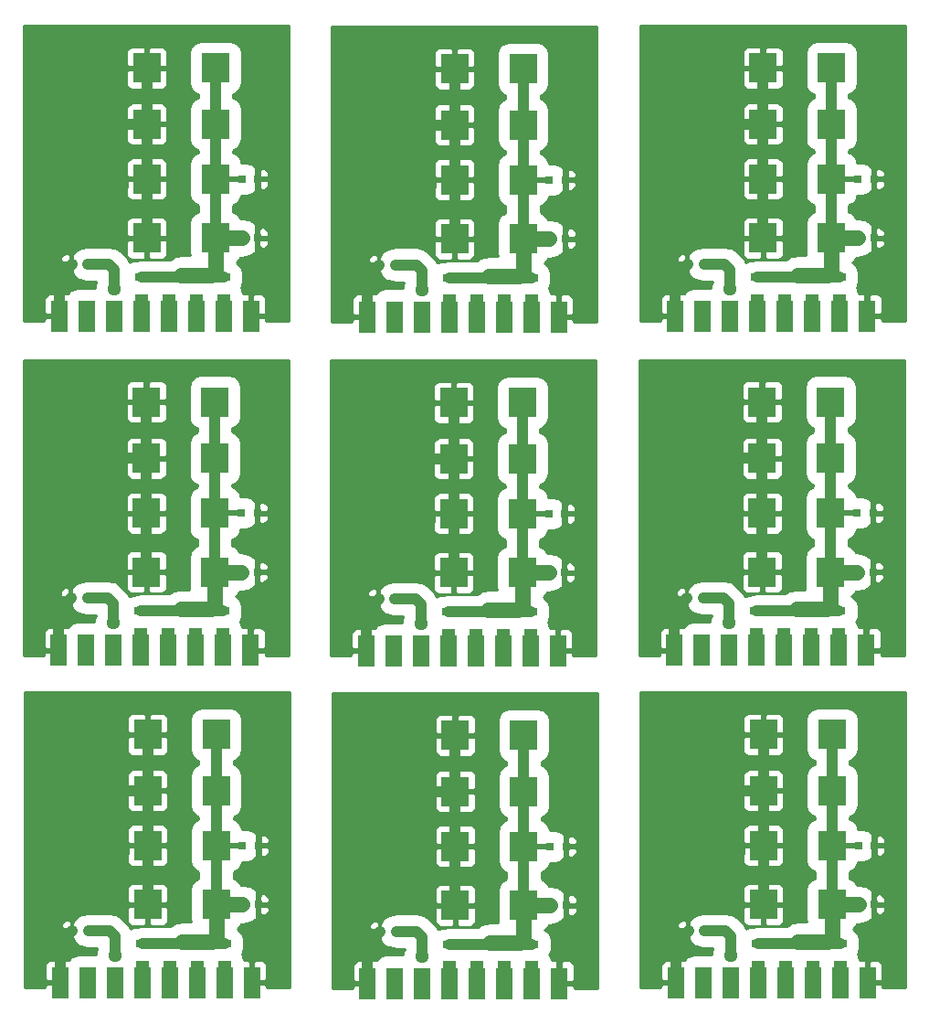
<source format=gbl>
G04 #@! TF.FileFunction,Copper,L2,Bot,Signal*
%FSLAX46Y46*%
G04 Gerber Fmt 4.6, Leading zero omitted, Abs format (unit mm)*
G04 Created by KiCad (PCBNEW 4.0.5+dfsg1-4) date Wed Nov 21 21:13:56 2018*
%MOMM*%
%LPD*%
G01*
G04 APERTURE LIST*
%ADD10C,0.150000*%
%ADD11R,1.300000X0.700000*%
%ADD12R,0.800000X0.750000*%
%ADD13R,2.550000X2.700000*%
%ADD14R,1.524000X3.000000*%
%ADD15C,1.300480*%
%ADD16C,0.500000*%
%ADD17C,1.000760*%
%ADD18C,0.203200*%
%ADD19C,1.400000*%
%ADD20C,0.254000*%
G04 APERTURE END LIST*
D10*
D11*
X170307000Y-145285500D03*
X170307000Y-143385500D03*
X172847000Y-145285500D03*
X172847000Y-143385500D03*
X175387000Y-145285500D03*
X175387000Y-143385500D03*
X177927000Y-145285500D03*
X177927000Y-143385500D03*
D12*
X181090000Y-139763500D03*
X179590000Y-139763500D03*
X181090000Y-134302500D03*
X179590000Y-134302500D03*
D13*
X177165000Y-134302500D03*
X170815000Y-134302500D03*
X177165000Y-129222500D03*
X170815000Y-129222500D03*
X177165000Y-124015500D03*
X170815000Y-124015500D03*
D12*
X163842000Y-142176500D03*
X165342000Y-142176500D03*
D13*
X177165000Y-139763500D03*
X170815000Y-139763500D03*
D11*
X141732000Y-145349000D03*
X141732000Y-143449000D03*
X144272000Y-145349000D03*
X144272000Y-143449000D03*
X146812000Y-145349000D03*
X146812000Y-143449000D03*
X149352000Y-145349000D03*
X149352000Y-143449000D03*
D12*
X152515000Y-139827000D03*
X151015000Y-139827000D03*
X152515000Y-134366000D03*
X151015000Y-134366000D03*
D13*
X148590000Y-134366000D03*
X142240000Y-134366000D03*
X148590000Y-129286000D03*
X142240000Y-129286000D03*
X148590000Y-124079000D03*
X142240000Y-124079000D03*
D12*
X135267000Y-142240000D03*
X136767000Y-142240000D03*
D13*
X148590000Y-139827000D03*
X142240000Y-139827000D03*
D11*
X113220500Y-145285500D03*
X113220500Y-143385500D03*
X115760500Y-145285500D03*
X115760500Y-143385500D03*
X118300500Y-145285500D03*
X118300500Y-143385500D03*
X120840500Y-145285500D03*
X120840500Y-143385500D03*
D12*
X124003500Y-139763500D03*
X122503500Y-139763500D03*
X124003500Y-134302500D03*
X122503500Y-134302500D03*
D13*
X120078500Y-134302500D03*
X113728500Y-134302500D03*
X120078500Y-129222500D03*
X113728500Y-129222500D03*
X120078500Y-124015500D03*
X113728500Y-124015500D03*
D12*
X106755500Y-142176500D03*
X108255500Y-142176500D03*
D13*
X120078500Y-139763500D03*
X113728500Y-139763500D03*
X119951500Y-108966000D03*
X113601500Y-108966000D03*
D12*
X106628500Y-111379000D03*
X108128500Y-111379000D03*
D13*
X119951500Y-93218000D03*
X113601500Y-93218000D03*
X119951500Y-98425000D03*
X113601500Y-98425000D03*
X119951500Y-103505000D03*
X113601500Y-103505000D03*
D12*
X123876500Y-103505000D03*
X122376500Y-103505000D03*
X123876500Y-108966000D03*
X122376500Y-108966000D03*
D11*
X120713500Y-114488000D03*
X120713500Y-112588000D03*
X118173500Y-114488000D03*
X118173500Y-112588000D03*
X115633500Y-114488000D03*
X115633500Y-112588000D03*
X113093500Y-114488000D03*
X113093500Y-112588000D03*
D13*
X148463000Y-109029500D03*
X142113000Y-109029500D03*
D12*
X135140000Y-111442500D03*
X136640000Y-111442500D03*
D13*
X148463000Y-93281500D03*
X142113000Y-93281500D03*
X148463000Y-98488500D03*
X142113000Y-98488500D03*
X148463000Y-103568500D03*
X142113000Y-103568500D03*
D12*
X152388000Y-103568500D03*
X150888000Y-103568500D03*
X152388000Y-109029500D03*
X150888000Y-109029500D03*
D11*
X149225000Y-114551500D03*
X149225000Y-112651500D03*
X146685000Y-114551500D03*
X146685000Y-112651500D03*
X144145000Y-114551500D03*
X144145000Y-112651500D03*
X141605000Y-114551500D03*
X141605000Y-112651500D03*
D13*
X177038000Y-108966000D03*
X170688000Y-108966000D03*
D12*
X163715000Y-111379000D03*
X165215000Y-111379000D03*
D13*
X177038000Y-93218000D03*
X170688000Y-93218000D03*
X177038000Y-98425000D03*
X170688000Y-98425000D03*
X177038000Y-103505000D03*
X170688000Y-103505000D03*
D12*
X180963000Y-103505000D03*
X179463000Y-103505000D03*
X180963000Y-108966000D03*
X179463000Y-108966000D03*
D11*
X177800000Y-114488000D03*
X177800000Y-112588000D03*
X175260000Y-114488000D03*
X175260000Y-112588000D03*
X172720000Y-114488000D03*
X172720000Y-112588000D03*
X170180000Y-114488000D03*
X170180000Y-112588000D03*
X170243500Y-83563500D03*
X170243500Y-81663500D03*
X172783500Y-83563500D03*
X172783500Y-81663500D03*
X175323500Y-83563500D03*
X175323500Y-81663500D03*
X177863500Y-83563500D03*
X177863500Y-81663500D03*
D12*
X181026500Y-78041500D03*
X179526500Y-78041500D03*
X181026500Y-72580500D03*
X179526500Y-72580500D03*
D13*
X177101500Y-72580500D03*
X170751500Y-72580500D03*
X177101500Y-67500500D03*
X170751500Y-67500500D03*
X177101500Y-62293500D03*
X170751500Y-62293500D03*
D12*
X163778500Y-80454500D03*
X165278500Y-80454500D03*
D13*
X177101500Y-78041500D03*
X170751500Y-78041500D03*
D11*
X141668500Y-83627000D03*
X141668500Y-81727000D03*
X144208500Y-83627000D03*
X144208500Y-81727000D03*
X146748500Y-83627000D03*
X146748500Y-81727000D03*
X149288500Y-83627000D03*
X149288500Y-81727000D03*
D12*
X152451500Y-78105000D03*
X150951500Y-78105000D03*
X152451500Y-72644000D03*
X150951500Y-72644000D03*
D13*
X148526500Y-72644000D03*
X142176500Y-72644000D03*
X148526500Y-67564000D03*
X142176500Y-67564000D03*
X148526500Y-62357000D03*
X142176500Y-62357000D03*
D12*
X135203500Y-80518000D03*
X136703500Y-80518000D03*
D13*
X148526500Y-78105000D03*
X142176500Y-78105000D03*
D11*
X113157000Y-83563500D03*
X113157000Y-81663500D03*
X115697000Y-83563500D03*
X115697000Y-81663500D03*
X118237000Y-83563500D03*
X118237000Y-81663500D03*
X120777000Y-83563500D03*
X120777000Y-81663500D03*
D12*
X123940000Y-78041500D03*
X122440000Y-78041500D03*
X123940000Y-72580500D03*
X122440000Y-72580500D03*
D13*
X120015000Y-72580500D03*
X113665000Y-72580500D03*
X120015000Y-67500500D03*
X113665000Y-67500500D03*
X120015000Y-62293500D03*
X113665000Y-62293500D03*
D12*
X106692000Y-80454500D03*
X108192000Y-80454500D03*
D13*
X120015000Y-78041500D03*
X113665000Y-78041500D03*
D14*
X151828500Y-85344000D03*
X149288500Y-85344000D03*
X146748500Y-85344000D03*
X144208500Y-85344000D03*
X141668500Y-85344000D03*
X139128500Y-85344000D03*
X136588500Y-85344000D03*
X134048500Y-85344000D03*
X180403500Y-85280500D03*
X177863500Y-85280500D03*
X175323500Y-85280500D03*
X172783500Y-85280500D03*
X170243500Y-85280500D03*
X167703500Y-85280500D03*
X165163500Y-85280500D03*
X162623500Y-85280500D03*
X180340000Y-116205000D03*
X177800000Y-116205000D03*
X175260000Y-116205000D03*
X172720000Y-116205000D03*
X170180000Y-116205000D03*
X167640000Y-116205000D03*
X165100000Y-116205000D03*
X162560000Y-116205000D03*
X151765000Y-116268500D03*
X149225000Y-116268500D03*
X146685000Y-116268500D03*
X144145000Y-116268500D03*
X141605000Y-116268500D03*
X139065000Y-116268500D03*
X136525000Y-116268500D03*
X133985000Y-116268500D03*
X123253500Y-116205000D03*
X120713500Y-116205000D03*
X118173500Y-116205000D03*
X115633500Y-116205000D03*
X113093500Y-116205000D03*
X110553500Y-116205000D03*
X108013500Y-116205000D03*
X105473500Y-116205000D03*
X123380500Y-147002500D03*
X120840500Y-147002500D03*
X118300500Y-147002500D03*
X115760500Y-147002500D03*
X113220500Y-147002500D03*
X110680500Y-147002500D03*
X108140500Y-147002500D03*
X105600500Y-147002500D03*
X151892000Y-147066000D03*
X149352000Y-147066000D03*
X146812000Y-147066000D03*
X144272000Y-147066000D03*
X141732000Y-147066000D03*
X139192000Y-147066000D03*
X136652000Y-147066000D03*
X134112000Y-147066000D03*
X180467000Y-147002500D03*
X177927000Y-147002500D03*
X175387000Y-147002500D03*
X172847000Y-147002500D03*
X170307000Y-147002500D03*
X167767000Y-147002500D03*
X165227000Y-147002500D03*
X162687000Y-147002500D03*
X123317000Y-85280500D03*
X120777000Y-85280500D03*
X118237000Y-85280500D03*
X115697000Y-85280500D03*
X113157000Y-85280500D03*
X110617000Y-85280500D03*
X108077000Y-85280500D03*
X105537000Y-85280500D03*
D15*
X162442000Y-128333500D03*
X167905000Y-133627500D03*
X166243000Y-133731000D03*
X167005000Y-134937500D03*
X163766500Y-133604000D03*
X163703000Y-135382000D03*
X165227000Y-134937500D03*
X168529000Y-134874000D03*
X133867000Y-128397000D03*
X139330000Y-133691000D03*
X137668000Y-133794500D03*
X138430000Y-135001000D03*
X135191500Y-133667500D03*
X135128000Y-135445500D03*
X136652000Y-135001000D03*
X139954000Y-134937500D03*
X105355500Y-128333500D03*
X110818500Y-133627500D03*
X109156500Y-133731000D03*
X109918500Y-134937500D03*
X106680000Y-133604000D03*
X106616500Y-135382000D03*
X108140500Y-134937500D03*
X111442500Y-134874000D03*
X111315500Y-104076500D03*
X108013500Y-104140000D03*
X106489500Y-104584500D03*
X106553000Y-102806500D03*
X109791500Y-104140000D03*
X109029500Y-102933500D03*
X110691500Y-102830000D03*
X105228500Y-97536000D03*
X139827000Y-104140000D03*
X136525000Y-104203500D03*
X135001000Y-104648000D03*
X135064500Y-102870000D03*
X138303000Y-104203500D03*
X137541000Y-102997000D03*
X139203000Y-102893500D03*
X133740000Y-97599500D03*
X168402000Y-104076500D03*
X165100000Y-104140000D03*
X163576000Y-104584500D03*
X163639500Y-102806500D03*
X166878000Y-104140000D03*
X166116000Y-102933500D03*
X167778000Y-102830000D03*
X162315000Y-97536000D03*
X162378500Y-66611500D03*
X167841500Y-71905500D03*
X166179500Y-72009000D03*
X166941500Y-73215500D03*
X163703000Y-71882000D03*
X163639500Y-73660000D03*
X165163500Y-73215500D03*
X168465500Y-73152000D03*
X133803500Y-66675000D03*
X139266500Y-71969000D03*
X137604500Y-72072500D03*
X138366500Y-73279000D03*
X135128000Y-71945500D03*
X135064500Y-73723500D03*
X136588500Y-73279000D03*
X139890500Y-73215500D03*
X105292000Y-66611500D03*
X110755000Y-71905500D03*
X109093000Y-72009000D03*
X109855000Y-73215500D03*
X106616500Y-71882000D03*
X106553000Y-73660000D03*
X108077000Y-73215500D03*
X111379000Y-73152000D03*
X167767000Y-144462500D03*
X139192000Y-144526000D03*
X110680500Y-144462500D03*
X110553500Y-113665000D03*
X139065000Y-113728500D03*
X167640000Y-113665000D03*
X167703500Y-82740500D03*
X139128500Y-82804000D03*
X110617000Y-82740500D03*
X173990000Y-143192500D03*
X145415000Y-143256000D03*
X116903500Y-143192500D03*
X116776500Y-112395000D03*
X145288000Y-112458500D03*
X173863000Y-112395000D03*
X173926500Y-81470500D03*
X145351500Y-81534000D03*
X116840000Y-81470500D03*
D16*
X181090000Y-134302500D02*
X181090000Y-139763500D01*
D17*
X170815000Y-129222500D02*
X170815000Y-124015500D01*
X170815000Y-129222500D02*
X170815000Y-134302500D01*
X170815000Y-134302500D02*
X170815000Y-139763500D01*
X162687000Y-143331500D02*
X163842000Y-142176500D01*
X162687000Y-147002500D02*
X162687000Y-143331500D01*
X163331000Y-129222500D02*
X162442000Y-128333500D01*
X170815000Y-129222500D02*
X163331000Y-129222500D01*
D16*
X181090000Y-122098500D02*
X179705000Y-120713500D01*
X179705000Y-120713500D02*
X171831000Y-120713500D01*
X171831000Y-120713500D02*
X170815000Y-121729500D01*
X170815000Y-121729500D02*
X170815000Y-124015500D01*
X181090000Y-134302500D02*
X181090000Y-122098500D01*
X180467000Y-144208500D02*
X181090000Y-143585500D01*
X181090000Y-143585500D02*
X181090000Y-139763500D01*
X180467000Y-147002500D02*
X180467000Y-144208500D01*
D18*
X167894000Y-133616500D02*
X167894000Y-133604000D01*
X167905000Y-133627500D02*
X167894000Y-133616500D01*
X167905000Y-134037500D02*
X167005000Y-134937500D01*
X167905000Y-133627500D02*
X167905000Y-134037500D01*
X163766500Y-133604000D02*
X163703000Y-133667500D01*
X163703000Y-133667500D02*
X163703000Y-135382000D01*
X167905000Y-134250000D02*
X168529000Y-134874000D01*
X167905000Y-133627500D02*
X167905000Y-134250000D01*
D16*
X152515000Y-134366000D02*
X152515000Y-139827000D01*
D17*
X142240000Y-129286000D02*
X142240000Y-124079000D01*
X142240000Y-129286000D02*
X142240000Y-134366000D01*
X142240000Y-134366000D02*
X142240000Y-139827000D01*
X134112000Y-143395000D02*
X135267000Y-142240000D01*
X134112000Y-147066000D02*
X134112000Y-143395000D01*
X134756000Y-129286000D02*
X133867000Y-128397000D01*
X142240000Y-129286000D02*
X134756000Y-129286000D01*
D16*
X152515000Y-122162000D02*
X151130000Y-120777000D01*
X151130000Y-120777000D02*
X143256000Y-120777000D01*
X143256000Y-120777000D02*
X142240000Y-121793000D01*
X142240000Y-121793000D02*
X142240000Y-124079000D01*
X152515000Y-134366000D02*
X152515000Y-122162000D01*
X151892000Y-144272000D02*
X152515000Y-143649000D01*
X152515000Y-143649000D02*
X152515000Y-139827000D01*
X151892000Y-147066000D02*
X151892000Y-144272000D01*
D18*
X139319000Y-133680000D02*
X139319000Y-133667500D01*
X139330000Y-133691000D02*
X139319000Y-133680000D01*
X139330000Y-134101000D02*
X138430000Y-135001000D01*
X139330000Y-133691000D02*
X139330000Y-134101000D01*
X135191500Y-133667500D02*
X135128000Y-133731000D01*
X135128000Y-133731000D02*
X135128000Y-135445500D01*
X139330000Y-134313500D02*
X139954000Y-134937500D01*
X139330000Y-133691000D02*
X139330000Y-134313500D01*
D16*
X124003500Y-134302500D02*
X124003500Y-139763500D01*
D17*
X113728500Y-129222500D02*
X113728500Y-124015500D01*
X113728500Y-129222500D02*
X113728500Y-134302500D01*
X113728500Y-134302500D02*
X113728500Y-139763500D01*
X105600500Y-143331500D02*
X106755500Y-142176500D01*
X105600500Y-147002500D02*
X105600500Y-143331500D01*
X106244500Y-129222500D02*
X105355500Y-128333500D01*
X113728500Y-129222500D02*
X106244500Y-129222500D01*
D16*
X124003500Y-122098500D02*
X122618500Y-120713500D01*
X122618500Y-120713500D02*
X114744500Y-120713500D01*
X114744500Y-120713500D02*
X113728500Y-121729500D01*
X113728500Y-121729500D02*
X113728500Y-124015500D01*
X124003500Y-134302500D02*
X124003500Y-122098500D01*
X123380500Y-144208500D02*
X124003500Y-143585500D01*
X124003500Y-143585500D02*
X124003500Y-139763500D01*
X123380500Y-147002500D02*
X123380500Y-144208500D01*
D18*
X110807500Y-133616500D02*
X110807500Y-133604000D01*
X110818500Y-133627500D02*
X110807500Y-133616500D01*
X110818500Y-134037500D02*
X109918500Y-134937500D01*
X110818500Y-133627500D02*
X110818500Y-134037500D01*
X106680000Y-133604000D02*
X106616500Y-133667500D01*
X106616500Y-133667500D02*
X106616500Y-135382000D01*
X110818500Y-134250000D02*
X111442500Y-134874000D01*
X110818500Y-133627500D02*
X110818500Y-134250000D01*
X110691500Y-102830000D02*
X110691500Y-103452500D01*
X110691500Y-103452500D02*
X111315500Y-104076500D01*
X106489500Y-102870000D02*
X106489500Y-104584500D01*
X106553000Y-102806500D02*
X106489500Y-102870000D01*
X110691500Y-102830000D02*
X110691500Y-103240000D01*
X110691500Y-103240000D02*
X109791500Y-104140000D01*
X110691500Y-102830000D02*
X110680500Y-102819000D01*
X110680500Y-102819000D02*
X110680500Y-102806500D01*
D16*
X123253500Y-116205000D02*
X123253500Y-113411000D01*
X123876500Y-112788000D02*
X123876500Y-108966000D01*
X123253500Y-113411000D02*
X123876500Y-112788000D01*
X123876500Y-103505000D02*
X123876500Y-91301000D01*
X113601500Y-90932000D02*
X113601500Y-93218000D01*
X114617500Y-89916000D02*
X113601500Y-90932000D01*
X122491500Y-89916000D02*
X114617500Y-89916000D01*
X123876500Y-91301000D02*
X122491500Y-89916000D01*
D17*
X113601500Y-98425000D02*
X106117500Y-98425000D01*
X106117500Y-98425000D02*
X105228500Y-97536000D01*
X105473500Y-116205000D02*
X105473500Y-112534000D01*
X105473500Y-112534000D02*
X106628500Y-111379000D01*
X113601500Y-103505000D02*
X113601500Y-108966000D01*
X113601500Y-98425000D02*
X113601500Y-103505000D01*
X113601500Y-98425000D02*
X113601500Y-93218000D01*
D16*
X123876500Y-103505000D02*
X123876500Y-108966000D01*
D18*
X139203000Y-102893500D02*
X139203000Y-103516000D01*
X139203000Y-103516000D02*
X139827000Y-104140000D01*
X135001000Y-102933500D02*
X135001000Y-104648000D01*
X135064500Y-102870000D02*
X135001000Y-102933500D01*
X139203000Y-102893500D02*
X139203000Y-103303500D01*
X139203000Y-103303500D02*
X138303000Y-104203500D01*
X139203000Y-102893500D02*
X139192000Y-102882500D01*
X139192000Y-102882500D02*
X139192000Y-102870000D01*
D16*
X151765000Y-116268500D02*
X151765000Y-113474500D01*
X152388000Y-112851500D02*
X152388000Y-109029500D01*
X151765000Y-113474500D02*
X152388000Y-112851500D01*
X152388000Y-103568500D02*
X152388000Y-91364500D01*
X142113000Y-90995500D02*
X142113000Y-93281500D01*
X143129000Y-89979500D02*
X142113000Y-90995500D01*
X151003000Y-89979500D02*
X143129000Y-89979500D01*
X152388000Y-91364500D02*
X151003000Y-89979500D01*
D17*
X142113000Y-98488500D02*
X134629000Y-98488500D01*
X134629000Y-98488500D02*
X133740000Y-97599500D01*
X133985000Y-116268500D02*
X133985000Y-112597500D01*
X133985000Y-112597500D02*
X135140000Y-111442500D01*
X142113000Y-103568500D02*
X142113000Y-109029500D01*
X142113000Y-98488500D02*
X142113000Y-103568500D01*
X142113000Y-98488500D02*
X142113000Y-93281500D01*
D16*
X152388000Y-103568500D02*
X152388000Y-109029500D01*
D18*
X167778000Y-102830000D02*
X167778000Y-103452500D01*
X167778000Y-103452500D02*
X168402000Y-104076500D01*
X163576000Y-102870000D02*
X163576000Y-104584500D01*
X163639500Y-102806500D02*
X163576000Y-102870000D01*
X167778000Y-102830000D02*
X167778000Y-103240000D01*
X167778000Y-103240000D02*
X166878000Y-104140000D01*
X167778000Y-102830000D02*
X167767000Y-102819000D01*
X167767000Y-102819000D02*
X167767000Y-102806500D01*
D16*
X180340000Y-116205000D02*
X180340000Y-113411000D01*
X180963000Y-112788000D02*
X180963000Y-108966000D01*
X180340000Y-113411000D02*
X180963000Y-112788000D01*
X180963000Y-103505000D02*
X180963000Y-91301000D01*
X170688000Y-90932000D02*
X170688000Y-93218000D01*
X171704000Y-89916000D02*
X170688000Y-90932000D01*
X179578000Y-89916000D02*
X171704000Y-89916000D01*
X180963000Y-91301000D02*
X179578000Y-89916000D01*
D17*
X170688000Y-98425000D02*
X163204000Y-98425000D01*
X163204000Y-98425000D02*
X162315000Y-97536000D01*
X162560000Y-116205000D02*
X162560000Y-112534000D01*
X162560000Y-112534000D02*
X163715000Y-111379000D01*
X170688000Y-103505000D02*
X170688000Y-108966000D01*
X170688000Y-98425000D02*
X170688000Y-103505000D01*
X170688000Y-98425000D02*
X170688000Y-93218000D01*
D16*
X180963000Y-103505000D02*
X180963000Y-108966000D01*
X181026500Y-72580500D02*
X181026500Y-78041500D01*
D17*
X170751500Y-67500500D02*
X170751500Y-62293500D01*
X170751500Y-67500500D02*
X170751500Y-72580500D01*
X170751500Y-72580500D02*
X170751500Y-78041500D01*
X162623500Y-81609500D02*
X163778500Y-80454500D01*
X162623500Y-85280500D02*
X162623500Y-81609500D01*
X163267500Y-67500500D02*
X162378500Y-66611500D01*
X170751500Y-67500500D02*
X163267500Y-67500500D01*
D16*
X181026500Y-60376500D02*
X179641500Y-58991500D01*
X179641500Y-58991500D02*
X171767500Y-58991500D01*
X171767500Y-58991500D02*
X170751500Y-60007500D01*
X170751500Y-60007500D02*
X170751500Y-62293500D01*
X181026500Y-72580500D02*
X181026500Y-60376500D01*
X180403500Y-82486500D02*
X181026500Y-81863500D01*
X181026500Y-81863500D02*
X181026500Y-78041500D01*
X180403500Y-85280500D02*
X180403500Y-82486500D01*
D18*
X167830500Y-71894500D02*
X167830500Y-71882000D01*
X167841500Y-71905500D02*
X167830500Y-71894500D01*
X167841500Y-72315500D02*
X166941500Y-73215500D01*
X167841500Y-71905500D02*
X167841500Y-72315500D01*
X163703000Y-71882000D02*
X163639500Y-71945500D01*
X163639500Y-71945500D02*
X163639500Y-73660000D01*
X167841500Y-72528000D02*
X168465500Y-73152000D01*
X167841500Y-71905500D02*
X167841500Y-72528000D01*
D16*
X152451500Y-72644000D02*
X152451500Y-78105000D01*
D17*
X142176500Y-67564000D02*
X142176500Y-62357000D01*
X142176500Y-67564000D02*
X142176500Y-72644000D01*
X142176500Y-72644000D02*
X142176500Y-78105000D01*
X134048500Y-81673000D02*
X135203500Y-80518000D01*
X134048500Y-85344000D02*
X134048500Y-81673000D01*
X134692500Y-67564000D02*
X133803500Y-66675000D01*
X142176500Y-67564000D02*
X134692500Y-67564000D01*
D16*
X152451500Y-60440000D02*
X151066500Y-59055000D01*
X151066500Y-59055000D02*
X143192500Y-59055000D01*
X143192500Y-59055000D02*
X142176500Y-60071000D01*
X142176500Y-60071000D02*
X142176500Y-62357000D01*
X152451500Y-72644000D02*
X152451500Y-60440000D01*
X151828500Y-82550000D02*
X152451500Y-81927000D01*
X152451500Y-81927000D02*
X152451500Y-78105000D01*
X151828500Y-85344000D02*
X151828500Y-82550000D01*
D18*
X139255500Y-71958000D02*
X139255500Y-71945500D01*
X139266500Y-71969000D02*
X139255500Y-71958000D01*
X139266500Y-72379000D02*
X138366500Y-73279000D01*
X139266500Y-71969000D02*
X139266500Y-72379000D01*
X135128000Y-71945500D02*
X135064500Y-72009000D01*
X135064500Y-72009000D02*
X135064500Y-73723500D01*
X139266500Y-72591500D02*
X139890500Y-73215500D01*
X139266500Y-71969000D02*
X139266500Y-72591500D01*
D16*
X123940000Y-72580500D02*
X123940000Y-78041500D01*
D17*
X113665000Y-67500500D02*
X113665000Y-62293500D01*
X113665000Y-67500500D02*
X113665000Y-72580500D01*
X113665000Y-72580500D02*
X113665000Y-78041500D01*
X105537000Y-81609500D02*
X106692000Y-80454500D01*
X105537000Y-85280500D02*
X105537000Y-81609500D01*
X106181000Y-67500500D02*
X105292000Y-66611500D01*
X113665000Y-67500500D02*
X106181000Y-67500500D01*
D16*
X123940000Y-60376500D02*
X122555000Y-58991500D01*
X122555000Y-58991500D02*
X114681000Y-58991500D01*
X114681000Y-58991500D02*
X113665000Y-60007500D01*
X113665000Y-60007500D02*
X113665000Y-62293500D01*
X123940000Y-72580500D02*
X123940000Y-60376500D01*
X123317000Y-82486500D02*
X123940000Y-81863500D01*
X123940000Y-81863500D02*
X123940000Y-78041500D01*
X123317000Y-85280500D02*
X123317000Y-82486500D01*
D18*
X110744000Y-71894500D02*
X110744000Y-71882000D01*
X110755000Y-71905500D02*
X110744000Y-71894500D01*
X110755000Y-72315500D02*
X109855000Y-73215500D01*
X110755000Y-71905500D02*
X110755000Y-72315500D01*
X106616500Y-71882000D02*
X106553000Y-71945500D01*
X106553000Y-71945500D02*
X106553000Y-73660000D01*
X110755000Y-72528000D02*
X111379000Y-73152000D01*
X110755000Y-71905500D02*
X110755000Y-72528000D01*
D16*
X177927000Y-147002500D02*
X177927000Y-145285500D01*
X149352000Y-147066000D02*
X149352000Y-145349000D01*
X120840500Y-147002500D02*
X120840500Y-145285500D01*
X120713500Y-116205000D02*
X120713500Y-114488000D01*
X149225000Y-116268500D02*
X149225000Y-114551500D01*
X177800000Y-116205000D02*
X177800000Y-114488000D01*
X177863500Y-85280500D02*
X177863500Y-83563500D01*
X149288500Y-85344000D02*
X149288500Y-83627000D01*
X120777000Y-85280500D02*
X120777000Y-83563500D01*
X172847000Y-147002500D02*
X172847000Y-145285500D01*
X144272000Y-147066000D02*
X144272000Y-145349000D01*
X115760500Y-147002500D02*
X115760500Y-145285500D01*
X115633500Y-116205000D02*
X115633500Y-114488000D01*
X144145000Y-116268500D02*
X144145000Y-114551500D01*
X172720000Y-116205000D02*
X172720000Y-114488000D01*
X172783500Y-85280500D02*
X172783500Y-83563500D01*
X144208500Y-85344000D02*
X144208500Y-83627000D01*
X115697000Y-85280500D02*
X115697000Y-83563500D01*
D17*
X167259000Y-142176500D02*
X167767000Y-142684500D01*
X167767000Y-142684500D02*
X167767000Y-144462500D01*
X165342000Y-142176500D02*
X167259000Y-142176500D01*
X138684000Y-142240000D02*
X139192000Y-142748000D01*
X139192000Y-142748000D02*
X139192000Y-144526000D01*
X136767000Y-142240000D02*
X138684000Y-142240000D01*
X110172500Y-142176500D02*
X110680500Y-142684500D01*
X110680500Y-142684500D02*
X110680500Y-144462500D01*
X108255500Y-142176500D02*
X110172500Y-142176500D01*
X108128500Y-111379000D02*
X110045500Y-111379000D01*
X110553500Y-111887000D02*
X110553500Y-113665000D01*
X110045500Y-111379000D02*
X110553500Y-111887000D01*
X136640000Y-111442500D02*
X138557000Y-111442500D01*
X139065000Y-111950500D02*
X139065000Y-113728500D01*
X138557000Y-111442500D02*
X139065000Y-111950500D01*
X165215000Y-111379000D02*
X167132000Y-111379000D01*
X167640000Y-111887000D02*
X167640000Y-113665000D01*
X167132000Y-111379000D02*
X167640000Y-111887000D01*
X167195500Y-80454500D02*
X167703500Y-80962500D01*
X167703500Y-80962500D02*
X167703500Y-82740500D01*
X165278500Y-80454500D02*
X167195500Y-80454500D01*
X138620500Y-80518000D02*
X139128500Y-81026000D01*
X139128500Y-81026000D02*
X139128500Y-82804000D01*
X136703500Y-80518000D02*
X138620500Y-80518000D01*
X110109000Y-80454500D02*
X110617000Y-80962500D01*
X110617000Y-80962500D02*
X110617000Y-82740500D01*
X108192000Y-80454500D02*
X110109000Y-80454500D01*
D16*
X170307000Y-147002500D02*
X170307000Y-145285500D01*
X141732000Y-147066000D02*
X141732000Y-145349000D01*
X113220500Y-147002500D02*
X113220500Y-145285500D01*
X113093500Y-116205000D02*
X113093500Y-114488000D01*
X141605000Y-116268500D02*
X141605000Y-114551500D01*
X170180000Y-116205000D02*
X170180000Y-114488000D01*
X170243500Y-85280500D02*
X170243500Y-83563500D01*
X141668500Y-85344000D02*
X141668500Y-83627000D01*
X113157000Y-85280500D02*
X113157000Y-83563500D01*
X175387000Y-147002500D02*
X175387000Y-145285500D01*
X146812000Y-147066000D02*
X146812000Y-145349000D01*
X118300500Y-147002500D02*
X118300500Y-145285500D01*
X118173500Y-116205000D02*
X118173500Y-114488000D01*
X146685000Y-116268500D02*
X146685000Y-114551500D01*
X175260000Y-116205000D02*
X175260000Y-114488000D01*
X175323500Y-85280500D02*
X175323500Y-83563500D01*
X146748500Y-85344000D02*
X146748500Y-83627000D01*
X118237000Y-85280500D02*
X118237000Y-83563500D01*
D17*
X170307000Y-143385500D02*
X172847000Y-143385500D01*
X173990000Y-143385500D02*
X175387000Y-143385500D01*
X172847000Y-143385500D02*
X173990000Y-143385500D01*
X175387000Y-143385500D02*
X177927000Y-143385500D01*
X173990000Y-143192500D02*
X173990000Y-143385500D01*
X173990000Y-143385500D02*
X173990000Y-143192500D01*
X173990000Y-143192500D02*
X173990000Y-143385500D01*
D16*
X179590000Y-134302500D02*
X177165000Y-134302500D01*
D17*
X177165000Y-139763500D02*
X177165000Y-142811500D01*
X177165000Y-139763500D02*
X177165000Y-134302500D01*
X177165000Y-134302500D02*
X177165000Y-129222500D01*
X177165000Y-129222500D02*
X177165000Y-124015500D01*
D19*
X177165000Y-142811500D02*
X177165000Y-139763500D01*
X176784000Y-143192500D02*
X177165000Y-142811500D01*
X173990000Y-143192500D02*
X176784000Y-143192500D01*
X177165000Y-139763500D02*
X179590000Y-139763500D01*
D17*
X141732000Y-143449000D02*
X144272000Y-143449000D01*
X145415000Y-143449000D02*
X146812000Y-143449000D01*
X144272000Y-143449000D02*
X145415000Y-143449000D01*
X146812000Y-143449000D02*
X149352000Y-143449000D01*
X145415000Y-143256000D02*
X145415000Y-143449000D01*
X145415000Y-143449000D02*
X145415000Y-143256000D01*
X145415000Y-143256000D02*
X145415000Y-143449000D01*
D16*
X151015000Y-134366000D02*
X148590000Y-134366000D01*
D17*
X148590000Y-139827000D02*
X148590000Y-142875000D01*
X148590000Y-139827000D02*
X148590000Y-134366000D01*
X148590000Y-134366000D02*
X148590000Y-129286000D01*
X148590000Y-129286000D02*
X148590000Y-124079000D01*
D19*
X148590000Y-142875000D02*
X148590000Y-139827000D01*
X148209000Y-143256000D02*
X148590000Y-142875000D01*
X145415000Y-143256000D02*
X148209000Y-143256000D01*
X148590000Y-139827000D02*
X151015000Y-139827000D01*
D17*
X113220500Y-143385500D02*
X115760500Y-143385500D01*
X116903500Y-143385500D02*
X118300500Y-143385500D01*
X115760500Y-143385500D02*
X116903500Y-143385500D01*
X118300500Y-143385500D02*
X120840500Y-143385500D01*
X116903500Y-143192500D02*
X116903500Y-143385500D01*
X116903500Y-143385500D02*
X116903500Y-143192500D01*
X116903500Y-143192500D02*
X116903500Y-143385500D01*
D16*
X122503500Y-134302500D02*
X120078500Y-134302500D01*
D17*
X120078500Y-139763500D02*
X120078500Y-142811500D01*
X120078500Y-139763500D02*
X120078500Y-134302500D01*
X120078500Y-134302500D02*
X120078500Y-129222500D01*
X120078500Y-129222500D02*
X120078500Y-124015500D01*
D19*
X120078500Y-142811500D02*
X120078500Y-139763500D01*
X119697500Y-143192500D02*
X120078500Y-142811500D01*
X116903500Y-143192500D02*
X119697500Y-143192500D01*
X120078500Y-139763500D02*
X122503500Y-139763500D01*
X119951500Y-108966000D02*
X122376500Y-108966000D01*
X116776500Y-112395000D02*
X119570500Y-112395000D01*
X119570500Y-112395000D02*
X119951500Y-112014000D01*
X119951500Y-112014000D02*
X119951500Y-108966000D01*
D17*
X119951500Y-98425000D02*
X119951500Y-93218000D01*
X119951500Y-103505000D02*
X119951500Y-98425000D01*
X119951500Y-108966000D02*
X119951500Y-103505000D01*
X119951500Y-108966000D02*
X119951500Y-112014000D01*
D16*
X122376500Y-103505000D02*
X119951500Y-103505000D01*
D17*
X116776500Y-112395000D02*
X116776500Y-112588000D01*
X116776500Y-112588000D02*
X116776500Y-112395000D01*
X116776500Y-112395000D02*
X116776500Y-112588000D01*
X118173500Y-112588000D02*
X120713500Y-112588000D01*
X115633500Y-112588000D02*
X116776500Y-112588000D01*
X116776500Y-112588000D02*
X118173500Y-112588000D01*
X113093500Y-112588000D02*
X115633500Y-112588000D01*
D19*
X148463000Y-109029500D02*
X150888000Y-109029500D01*
X145288000Y-112458500D02*
X148082000Y-112458500D01*
X148082000Y-112458500D02*
X148463000Y-112077500D01*
X148463000Y-112077500D02*
X148463000Y-109029500D01*
D17*
X148463000Y-98488500D02*
X148463000Y-93281500D01*
X148463000Y-103568500D02*
X148463000Y-98488500D01*
X148463000Y-109029500D02*
X148463000Y-103568500D01*
X148463000Y-109029500D02*
X148463000Y-112077500D01*
D16*
X150888000Y-103568500D02*
X148463000Y-103568500D01*
D17*
X145288000Y-112458500D02*
X145288000Y-112651500D01*
X145288000Y-112651500D02*
X145288000Y-112458500D01*
X145288000Y-112458500D02*
X145288000Y-112651500D01*
X146685000Y-112651500D02*
X149225000Y-112651500D01*
X144145000Y-112651500D02*
X145288000Y-112651500D01*
X145288000Y-112651500D02*
X146685000Y-112651500D01*
X141605000Y-112651500D02*
X144145000Y-112651500D01*
D19*
X177038000Y-108966000D02*
X179463000Y-108966000D01*
X173863000Y-112395000D02*
X176657000Y-112395000D01*
X176657000Y-112395000D02*
X177038000Y-112014000D01*
X177038000Y-112014000D02*
X177038000Y-108966000D01*
D17*
X177038000Y-98425000D02*
X177038000Y-93218000D01*
X177038000Y-103505000D02*
X177038000Y-98425000D01*
X177038000Y-108966000D02*
X177038000Y-103505000D01*
X177038000Y-108966000D02*
X177038000Y-112014000D01*
D16*
X179463000Y-103505000D02*
X177038000Y-103505000D01*
D17*
X173863000Y-112395000D02*
X173863000Y-112588000D01*
X173863000Y-112588000D02*
X173863000Y-112395000D01*
X173863000Y-112395000D02*
X173863000Y-112588000D01*
X175260000Y-112588000D02*
X177800000Y-112588000D01*
X172720000Y-112588000D02*
X173863000Y-112588000D01*
X173863000Y-112588000D02*
X175260000Y-112588000D01*
X170180000Y-112588000D02*
X172720000Y-112588000D01*
X170243500Y-81663500D02*
X172783500Y-81663500D01*
X173926500Y-81663500D02*
X175323500Y-81663500D01*
X172783500Y-81663500D02*
X173926500Y-81663500D01*
X175323500Y-81663500D02*
X177863500Y-81663500D01*
X173926500Y-81470500D02*
X173926500Y-81663500D01*
X173926500Y-81663500D02*
X173926500Y-81470500D01*
X173926500Y-81470500D02*
X173926500Y-81663500D01*
D16*
X179526500Y-72580500D02*
X177101500Y-72580500D01*
D17*
X177101500Y-78041500D02*
X177101500Y-81089500D01*
X177101500Y-78041500D02*
X177101500Y-72580500D01*
X177101500Y-72580500D02*
X177101500Y-67500500D01*
X177101500Y-67500500D02*
X177101500Y-62293500D01*
D19*
X177101500Y-81089500D02*
X177101500Y-78041500D01*
X176720500Y-81470500D02*
X177101500Y-81089500D01*
X173926500Y-81470500D02*
X176720500Y-81470500D01*
X177101500Y-78041500D02*
X179526500Y-78041500D01*
D17*
X141668500Y-81727000D02*
X144208500Y-81727000D01*
X145351500Y-81727000D02*
X146748500Y-81727000D01*
X144208500Y-81727000D02*
X145351500Y-81727000D01*
X146748500Y-81727000D02*
X149288500Y-81727000D01*
X145351500Y-81534000D02*
X145351500Y-81727000D01*
X145351500Y-81727000D02*
X145351500Y-81534000D01*
X145351500Y-81534000D02*
X145351500Y-81727000D01*
D16*
X150951500Y-72644000D02*
X148526500Y-72644000D01*
D17*
X148526500Y-78105000D02*
X148526500Y-81153000D01*
X148526500Y-78105000D02*
X148526500Y-72644000D01*
X148526500Y-72644000D02*
X148526500Y-67564000D01*
X148526500Y-67564000D02*
X148526500Y-62357000D01*
D19*
X148526500Y-81153000D02*
X148526500Y-78105000D01*
X148145500Y-81534000D02*
X148526500Y-81153000D01*
X145351500Y-81534000D02*
X148145500Y-81534000D01*
X148526500Y-78105000D02*
X150951500Y-78105000D01*
D17*
X113157000Y-81663500D02*
X115697000Y-81663500D01*
X116840000Y-81663500D02*
X118237000Y-81663500D01*
X115697000Y-81663500D02*
X116840000Y-81663500D01*
X118237000Y-81663500D02*
X120777000Y-81663500D01*
X116840000Y-81470500D02*
X116840000Y-81663500D01*
X116840000Y-81663500D02*
X116840000Y-81470500D01*
X116840000Y-81470500D02*
X116840000Y-81663500D01*
D16*
X122440000Y-72580500D02*
X120015000Y-72580500D01*
D17*
X120015000Y-78041500D02*
X120015000Y-81089500D01*
X120015000Y-78041500D02*
X120015000Y-72580500D01*
X120015000Y-72580500D02*
X120015000Y-67500500D01*
X120015000Y-67500500D02*
X120015000Y-62293500D01*
D19*
X120015000Y-81089500D02*
X120015000Y-78041500D01*
X119634000Y-81470500D02*
X120015000Y-81089500D01*
X116840000Y-81470500D02*
X119634000Y-81470500D01*
X120015000Y-78041500D02*
X122440000Y-78041500D01*
D20*
G36*
X126825500Y-85741000D02*
X124714000Y-85741000D01*
X124714000Y-85566250D01*
X124555250Y-85407500D01*
X123444000Y-85407500D01*
X123444000Y-85427500D01*
X123190000Y-85427500D01*
X123190000Y-85407500D01*
X123170000Y-85407500D01*
X123170000Y-85153500D01*
X123190000Y-85153500D01*
X123190000Y-83304250D01*
X123444000Y-83304250D01*
X123444000Y-85153500D01*
X124555250Y-85153500D01*
X124714000Y-84994750D01*
X124714000Y-83654190D01*
X124617327Y-83420801D01*
X124438698Y-83242173D01*
X124205309Y-83145500D01*
X123602750Y-83145500D01*
X123444000Y-83304250D01*
X123190000Y-83304250D01*
X123031250Y-83145500D01*
X122563284Y-83145500D01*
X122497494Y-82795859D01*
X122380584Y-82614175D01*
X122485548Y-82460556D01*
X122576079Y-82013500D01*
X122576079Y-81313500D01*
X122497494Y-80895859D01*
X122250669Y-80512281D01*
X121949396Y-80306430D01*
X122091219Y-80215169D01*
X122328088Y-79868500D01*
X122440000Y-79868500D01*
X123139163Y-79729428D01*
X123731884Y-79333384D01*
X124067000Y-78831848D01*
X124067000Y-78892750D01*
X124225750Y-79051500D01*
X124466309Y-79051500D01*
X124699698Y-78954827D01*
X124878327Y-78776199D01*
X124975000Y-78542810D01*
X124975000Y-78327250D01*
X124816250Y-78168500D01*
X124241738Y-78168500D01*
X124267000Y-78041500D01*
X124241738Y-77914500D01*
X124816250Y-77914500D01*
X124975000Y-77755750D01*
X124975000Y-77540190D01*
X124878327Y-77306801D01*
X124699698Y-77128173D01*
X124466309Y-77031500D01*
X124225750Y-77031500D01*
X124067000Y-77190250D01*
X124067000Y-77251152D01*
X123731884Y-76749616D01*
X123139163Y-76353572D01*
X122440000Y-76214500D01*
X122322298Y-76214500D01*
X122113669Y-75890281D01*
X121737056Y-75632952D01*
X121642380Y-75613780D01*
X121642380Y-75013274D01*
X121707641Y-75000994D01*
X122091219Y-74754169D01*
X122348548Y-74377556D01*
X122403827Y-74104579D01*
X122840000Y-74104579D01*
X123257641Y-74025994D01*
X123641219Y-73779169D01*
X123898548Y-73402556D01*
X123989079Y-72955500D01*
X123989079Y-72707500D01*
X124067000Y-72707500D01*
X124067000Y-73431750D01*
X124225750Y-73590500D01*
X124466309Y-73590500D01*
X124699698Y-73493827D01*
X124878327Y-73315199D01*
X124975000Y-73081810D01*
X124975000Y-72866250D01*
X124816250Y-72707500D01*
X124067000Y-72707500D01*
X123989079Y-72707500D01*
X123989079Y-72205500D01*
X123910494Y-71787859D01*
X123872781Y-71729250D01*
X124067000Y-71729250D01*
X124067000Y-72453500D01*
X124816250Y-72453500D01*
X124975000Y-72294750D01*
X124975000Y-72079190D01*
X124878327Y-71845801D01*
X124699698Y-71667173D01*
X124466309Y-71570500D01*
X124225750Y-71570500D01*
X124067000Y-71729250D01*
X123872781Y-71729250D01*
X123663669Y-71404281D01*
X123287056Y-71146952D01*
X122840000Y-71056421D01*
X122406324Y-71056421D01*
X122360494Y-70812859D01*
X122113669Y-70429281D01*
X121737056Y-70171952D01*
X121642380Y-70152780D01*
X121642380Y-69933274D01*
X121707641Y-69920994D01*
X122091219Y-69674169D01*
X122348548Y-69297556D01*
X122439079Y-68850500D01*
X122439079Y-66150500D01*
X122360494Y-65732859D01*
X122113669Y-65349281D01*
X121737056Y-65091952D01*
X121642380Y-65072780D01*
X121642380Y-64726274D01*
X121707641Y-64713994D01*
X122091219Y-64467169D01*
X122348548Y-64090556D01*
X122439079Y-63643500D01*
X122439079Y-60943500D01*
X122360494Y-60525859D01*
X122113669Y-60142281D01*
X121737056Y-59884952D01*
X121290000Y-59794421D01*
X118740000Y-59794421D01*
X118322359Y-59873006D01*
X117938781Y-60119831D01*
X117681452Y-60496444D01*
X117590921Y-60943500D01*
X117590921Y-63643500D01*
X117669506Y-64061141D01*
X117916331Y-64444719D01*
X118292944Y-64702048D01*
X118387620Y-64721220D01*
X118387620Y-65067726D01*
X118322359Y-65080006D01*
X117938781Y-65326831D01*
X117681452Y-65703444D01*
X117590921Y-66150500D01*
X117590921Y-68850500D01*
X117669506Y-69268141D01*
X117916331Y-69651719D01*
X118292944Y-69909048D01*
X118387620Y-69928220D01*
X118387620Y-70147726D01*
X118322359Y-70160006D01*
X117938781Y-70406831D01*
X117681452Y-70783444D01*
X117590921Y-71230500D01*
X117590921Y-73930500D01*
X117669506Y-74348141D01*
X117916331Y-74731719D01*
X118292944Y-74989048D01*
X118387620Y-75008220D01*
X118387620Y-75608726D01*
X118322359Y-75621006D01*
X117938781Y-75867831D01*
X117681452Y-76244444D01*
X117590921Y-76691500D01*
X117590921Y-79391500D01*
X117638338Y-79643500D01*
X116840000Y-79643500D01*
X116590936Y-79693042D01*
X116488036Y-79692952D01*
X116392097Y-79732593D01*
X116140837Y-79782572D01*
X115929689Y-79923657D01*
X115834590Y-79962951D01*
X115761293Y-80036120D01*
X113157000Y-80036120D01*
X112534229Y-80159997D01*
X112527608Y-80164421D01*
X112507000Y-80164421D01*
X112089359Y-80243006D01*
X112065943Y-80258074D01*
X112000410Y-80159997D01*
X111767731Y-79811768D01*
X111259731Y-79303769D01*
X110731772Y-78950997D01*
X110628329Y-78930421D01*
X110109000Y-78827120D01*
X108192000Y-78827120D01*
X107569229Y-78950997D01*
X107524769Y-78980704D01*
X107374359Y-79009006D01*
X106990781Y-79255831D01*
X106733452Y-79632444D01*
X106695096Y-79821853D01*
X106688497Y-79831729D01*
X106564620Y-80454500D01*
X106688497Y-81077271D01*
X106689952Y-81079449D01*
X106721506Y-81247141D01*
X106968331Y-81630719D01*
X107344944Y-81888048D01*
X107516539Y-81922797D01*
X107569229Y-81958003D01*
X108192000Y-82081880D01*
X108966116Y-82081880D01*
X108840069Y-82385434D01*
X108839854Y-82631594D01*
X108839000Y-82631421D01*
X107315000Y-82631421D01*
X106897359Y-82710006D01*
X106513781Y-82956831D01*
X106384869Y-83145500D01*
X105822750Y-83145500D01*
X105664000Y-83304250D01*
X105664000Y-85153500D01*
X105684000Y-85153500D01*
X105684000Y-85407500D01*
X105664000Y-85407500D01*
X105664000Y-85427500D01*
X105410000Y-85427500D01*
X105410000Y-85407500D01*
X104298750Y-85407500D01*
X104140000Y-85566250D01*
X104140000Y-85741000D01*
X102282500Y-85741000D01*
X102282500Y-83654190D01*
X104140000Y-83654190D01*
X104140000Y-84994750D01*
X104298750Y-85153500D01*
X105410000Y-85153500D01*
X105410000Y-83304250D01*
X105251250Y-83145500D01*
X104648691Y-83145500D01*
X104415302Y-83242173D01*
X104236673Y-83420801D01*
X104140000Y-83654190D01*
X102282500Y-83654190D01*
X102282500Y-80740250D01*
X105657000Y-80740250D01*
X105657000Y-80955810D01*
X105753673Y-81189199D01*
X105932302Y-81367827D01*
X106165691Y-81464500D01*
X106406250Y-81464500D01*
X106565000Y-81305750D01*
X106565000Y-80581500D01*
X105815750Y-80581500D01*
X105657000Y-80740250D01*
X102282500Y-80740250D01*
X102282500Y-79953190D01*
X105657000Y-79953190D01*
X105657000Y-80168750D01*
X105815750Y-80327500D01*
X106565000Y-80327500D01*
X106565000Y-79603250D01*
X106406250Y-79444500D01*
X106165691Y-79444500D01*
X105932302Y-79541173D01*
X105753673Y-79719801D01*
X105657000Y-79953190D01*
X102282500Y-79953190D01*
X102282500Y-78327250D01*
X111755000Y-78327250D01*
X111755000Y-79517810D01*
X111851673Y-79751199D01*
X112030302Y-79929827D01*
X112263691Y-80026500D01*
X113379250Y-80026500D01*
X113538000Y-79867750D01*
X113538000Y-78168500D01*
X113792000Y-78168500D01*
X113792000Y-79867750D01*
X113950750Y-80026500D01*
X115066309Y-80026500D01*
X115299698Y-79929827D01*
X115478327Y-79751199D01*
X115575000Y-79517810D01*
X115575000Y-78327250D01*
X115416250Y-78168500D01*
X113792000Y-78168500D01*
X113538000Y-78168500D01*
X111913750Y-78168500D01*
X111755000Y-78327250D01*
X102282500Y-78327250D01*
X102282500Y-76565190D01*
X111755000Y-76565190D01*
X111755000Y-77755750D01*
X111913750Y-77914500D01*
X113538000Y-77914500D01*
X113538000Y-76215250D01*
X113792000Y-76215250D01*
X113792000Y-77914500D01*
X115416250Y-77914500D01*
X115575000Y-77755750D01*
X115575000Y-76565190D01*
X115478327Y-76331801D01*
X115299698Y-76153173D01*
X115066309Y-76056500D01*
X113950750Y-76056500D01*
X113792000Y-76215250D01*
X113538000Y-76215250D01*
X113379250Y-76056500D01*
X112263691Y-76056500D01*
X112030302Y-76153173D01*
X111851673Y-76331801D01*
X111755000Y-76565190D01*
X102282500Y-76565190D01*
X102282500Y-72866250D01*
X111755000Y-72866250D01*
X111755000Y-74056810D01*
X111851673Y-74290199D01*
X112030302Y-74468827D01*
X112263691Y-74565500D01*
X113379250Y-74565500D01*
X113538000Y-74406750D01*
X113538000Y-72707500D01*
X113792000Y-72707500D01*
X113792000Y-74406750D01*
X113950750Y-74565500D01*
X115066309Y-74565500D01*
X115299698Y-74468827D01*
X115478327Y-74290199D01*
X115575000Y-74056810D01*
X115575000Y-72866250D01*
X115416250Y-72707500D01*
X113792000Y-72707500D01*
X113538000Y-72707500D01*
X111913750Y-72707500D01*
X111755000Y-72866250D01*
X102282500Y-72866250D01*
X102282500Y-71104190D01*
X111755000Y-71104190D01*
X111755000Y-72294750D01*
X111913750Y-72453500D01*
X113538000Y-72453500D01*
X113538000Y-70754250D01*
X113792000Y-70754250D01*
X113792000Y-72453500D01*
X115416250Y-72453500D01*
X115575000Y-72294750D01*
X115575000Y-71104190D01*
X115478327Y-70870801D01*
X115299698Y-70692173D01*
X115066309Y-70595500D01*
X113950750Y-70595500D01*
X113792000Y-70754250D01*
X113538000Y-70754250D01*
X113379250Y-70595500D01*
X112263691Y-70595500D01*
X112030302Y-70692173D01*
X111851673Y-70870801D01*
X111755000Y-71104190D01*
X102282500Y-71104190D01*
X102282500Y-67786250D01*
X111755000Y-67786250D01*
X111755000Y-68976810D01*
X111851673Y-69210199D01*
X112030302Y-69388827D01*
X112263691Y-69485500D01*
X113379250Y-69485500D01*
X113538000Y-69326750D01*
X113538000Y-67627500D01*
X113792000Y-67627500D01*
X113792000Y-69326750D01*
X113950750Y-69485500D01*
X115066309Y-69485500D01*
X115299698Y-69388827D01*
X115478327Y-69210199D01*
X115575000Y-68976810D01*
X115575000Y-67786250D01*
X115416250Y-67627500D01*
X113792000Y-67627500D01*
X113538000Y-67627500D01*
X111913750Y-67627500D01*
X111755000Y-67786250D01*
X102282500Y-67786250D01*
X102282500Y-66024190D01*
X111755000Y-66024190D01*
X111755000Y-67214750D01*
X111913750Y-67373500D01*
X113538000Y-67373500D01*
X113538000Y-65674250D01*
X113792000Y-65674250D01*
X113792000Y-67373500D01*
X115416250Y-67373500D01*
X115575000Y-67214750D01*
X115575000Y-66024190D01*
X115478327Y-65790801D01*
X115299698Y-65612173D01*
X115066309Y-65515500D01*
X113950750Y-65515500D01*
X113792000Y-65674250D01*
X113538000Y-65674250D01*
X113379250Y-65515500D01*
X112263691Y-65515500D01*
X112030302Y-65612173D01*
X111851673Y-65790801D01*
X111755000Y-66024190D01*
X102282500Y-66024190D01*
X102282500Y-62579250D01*
X111755000Y-62579250D01*
X111755000Y-63769810D01*
X111851673Y-64003199D01*
X112030302Y-64181827D01*
X112263691Y-64278500D01*
X113379250Y-64278500D01*
X113538000Y-64119750D01*
X113538000Y-62420500D01*
X113792000Y-62420500D01*
X113792000Y-64119750D01*
X113950750Y-64278500D01*
X115066309Y-64278500D01*
X115299698Y-64181827D01*
X115478327Y-64003199D01*
X115575000Y-63769810D01*
X115575000Y-62579250D01*
X115416250Y-62420500D01*
X113792000Y-62420500D01*
X113538000Y-62420500D01*
X111913750Y-62420500D01*
X111755000Y-62579250D01*
X102282500Y-62579250D01*
X102282500Y-60817190D01*
X111755000Y-60817190D01*
X111755000Y-62007750D01*
X111913750Y-62166500D01*
X113538000Y-62166500D01*
X113538000Y-60467250D01*
X113792000Y-60467250D01*
X113792000Y-62166500D01*
X115416250Y-62166500D01*
X115575000Y-62007750D01*
X115575000Y-60817190D01*
X115478327Y-60583801D01*
X115299698Y-60405173D01*
X115066309Y-60308500D01*
X113950750Y-60308500D01*
X113792000Y-60467250D01*
X113538000Y-60467250D01*
X113379250Y-60308500D01*
X112263691Y-60308500D01*
X112030302Y-60405173D01*
X111851673Y-60583801D01*
X111755000Y-60817190D01*
X102282500Y-60817190D01*
X102282500Y-58404000D01*
X126825500Y-58404000D01*
X126825500Y-85741000D01*
X126825500Y-85741000D01*
G37*
X126825500Y-85741000D02*
X124714000Y-85741000D01*
X124714000Y-85566250D01*
X124555250Y-85407500D01*
X123444000Y-85407500D01*
X123444000Y-85427500D01*
X123190000Y-85427500D01*
X123190000Y-85407500D01*
X123170000Y-85407500D01*
X123170000Y-85153500D01*
X123190000Y-85153500D01*
X123190000Y-83304250D01*
X123444000Y-83304250D01*
X123444000Y-85153500D01*
X124555250Y-85153500D01*
X124714000Y-84994750D01*
X124714000Y-83654190D01*
X124617327Y-83420801D01*
X124438698Y-83242173D01*
X124205309Y-83145500D01*
X123602750Y-83145500D01*
X123444000Y-83304250D01*
X123190000Y-83304250D01*
X123031250Y-83145500D01*
X122563284Y-83145500D01*
X122497494Y-82795859D01*
X122380584Y-82614175D01*
X122485548Y-82460556D01*
X122576079Y-82013500D01*
X122576079Y-81313500D01*
X122497494Y-80895859D01*
X122250669Y-80512281D01*
X121949396Y-80306430D01*
X122091219Y-80215169D01*
X122328088Y-79868500D01*
X122440000Y-79868500D01*
X123139163Y-79729428D01*
X123731884Y-79333384D01*
X124067000Y-78831848D01*
X124067000Y-78892750D01*
X124225750Y-79051500D01*
X124466309Y-79051500D01*
X124699698Y-78954827D01*
X124878327Y-78776199D01*
X124975000Y-78542810D01*
X124975000Y-78327250D01*
X124816250Y-78168500D01*
X124241738Y-78168500D01*
X124267000Y-78041500D01*
X124241738Y-77914500D01*
X124816250Y-77914500D01*
X124975000Y-77755750D01*
X124975000Y-77540190D01*
X124878327Y-77306801D01*
X124699698Y-77128173D01*
X124466309Y-77031500D01*
X124225750Y-77031500D01*
X124067000Y-77190250D01*
X124067000Y-77251152D01*
X123731884Y-76749616D01*
X123139163Y-76353572D01*
X122440000Y-76214500D01*
X122322298Y-76214500D01*
X122113669Y-75890281D01*
X121737056Y-75632952D01*
X121642380Y-75613780D01*
X121642380Y-75013274D01*
X121707641Y-75000994D01*
X122091219Y-74754169D01*
X122348548Y-74377556D01*
X122403827Y-74104579D01*
X122840000Y-74104579D01*
X123257641Y-74025994D01*
X123641219Y-73779169D01*
X123898548Y-73402556D01*
X123989079Y-72955500D01*
X123989079Y-72707500D01*
X124067000Y-72707500D01*
X124067000Y-73431750D01*
X124225750Y-73590500D01*
X124466309Y-73590500D01*
X124699698Y-73493827D01*
X124878327Y-73315199D01*
X124975000Y-73081810D01*
X124975000Y-72866250D01*
X124816250Y-72707500D01*
X124067000Y-72707500D01*
X123989079Y-72707500D01*
X123989079Y-72205500D01*
X123910494Y-71787859D01*
X123872781Y-71729250D01*
X124067000Y-71729250D01*
X124067000Y-72453500D01*
X124816250Y-72453500D01*
X124975000Y-72294750D01*
X124975000Y-72079190D01*
X124878327Y-71845801D01*
X124699698Y-71667173D01*
X124466309Y-71570500D01*
X124225750Y-71570500D01*
X124067000Y-71729250D01*
X123872781Y-71729250D01*
X123663669Y-71404281D01*
X123287056Y-71146952D01*
X122840000Y-71056421D01*
X122406324Y-71056421D01*
X122360494Y-70812859D01*
X122113669Y-70429281D01*
X121737056Y-70171952D01*
X121642380Y-70152780D01*
X121642380Y-69933274D01*
X121707641Y-69920994D01*
X122091219Y-69674169D01*
X122348548Y-69297556D01*
X122439079Y-68850500D01*
X122439079Y-66150500D01*
X122360494Y-65732859D01*
X122113669Y-65349281D01*
X121737056Y-65091952D01*
X121642380Y-65072780D01*
X121642380Y-64726274D01*
X121707641Y-64713994D01*
X122091219Y-64467169D01*
X122348548Y-64090556D01*
X122439079Y-63643500D01*
X122439079Y-60943500D01*
X122360494Y-60525859D01*
X122113669Y-60142281D01*
X121737056Y-59884952D01*
X121290000Y-59794421D01*
X118740000Y-59794421D01*
X118322359Y-59873006D01*
X117938781Y-60119831D01*
X117681452Y-60496444D01*
X117590921Y-60943500D01*
X117590921Y-63643500D01*
X117669506Y-64061141D01*
X117916331Y-64444719D01*
X118292944Y-64702048D01*
X118387620Y-64721220D01*
X118387620Y-65067726D01*
X118322359Y-65080006D01*
X117938781Y-65326831D01*
X117681452Y-65703444D01*
X117590921Y-66150500D01*
X117590921Y-68850500D01*
X117669506Y-69268141D01*
X117916331Y-69651719D01*
X118292944Y-69909048D01*
X118387620Y-69928220D01*
X118387620Y-70147726D01*
X118322359Y-70160006D01*
X117938781Y-70406831D01*
X117681452Y-70783444D01*
X117590921Y-71230500D01*
X117590921Y-73930500D01*
X117669506Y-74348141D01*
X117916331Y-74731719D01*
X118292944Y-74989048D01*
X118387620Y-75008220D01*
X118387620Y-75608726D01*
X118322359Y-75621006D01*
X117938781Y-75867831D01*
X117681452Y-76244444D01*
X117590921Y-76691500D01*
X117590921Y-79391500D01*
X117638338Y-79643500D01*
X116840000Y-79643500D01*
X116590936Y-79693042D01*
X116488036Y-79692952D01*
X116392097Y-79732593D01*
X116140837Y-79782572D01*
X115929689Y-79923657D01*
X115834590Y-79962951D01*
X115761293Y-80036120D01*
X113157000Y-80036120D01*
X112534229Y-80159997D01*
X112527608Y-80164421D01*
X112507000Y-80164421D01*
X112089359Y-80243006D01*
X112065943Y-80258074D01*
X112000410Y-80159997D01*
X111767731Y-79811768D01*
X111259731Y-79303769D01*
X110731772Y-78950997D01*
X110628329Y-78930421D01*
X110109000Y-78827120D01*
X108192000Y-78827120D01*
X107569229Y-78950997D01*
X107524769Y-78980704D01*
X107374359Y-79009006D01*
X106990781Y-79255831D01*
X106733452Y-79632444D01*
X106695096Y-79821853D01*
X106688497Y-79831729D01*
X106564620Y-80454500D01*
X106688497Y-81077271D01*
X106689952Y-81079449D01*
X106721506Y-81247141D01*
X106968331Y-81630719D01*
X107344944Y-81888048D01*
X107516539Y-81922797D01*
X107569229Y-81958003D01*
X108192000Y-82081880D01*
X108966116Y-82081880D01*
X108840069Y-82385434D01*
X108839854Y-82631594D01*
X108839000Y-82631421D01*
X107315000Y-82631421D01*
X106897359Y-82710006D01*
X106513781Y-82956831D01*
X106384869Y-83145500D01*
X105822750Y-83145500D01*
X105664000Y-83304250D01*
X105664000Y-85153500D01*
X105684000Y-85153500D01*
X105684000Y-85407500D01*
X105664000Y-85407500D01*
X105664000Y-85427500D01*
X105410000Y-85427500D01*
X105410000Y-85407500D01*
X104298750Y-85407500D01*
X104140000Y-85566250D01*
X104140000Y-85741000D01*
X102282500Y-85741000D01*
X102282500Y-83654190D01*
X104140000Y-83654190D01*
X104140000Y-84994750D01*
X104298750Y-85153500D01*
X105410000Y-85153500D01*
X105410000Y-83304250D01*
X105251250Y-83145500D01*
X104648691Y-83145500D01*
X104415302Y-83242173D01*
X104236673Y-83420801D01*
X104140000Y-83654190D01*
X102282500Y-83654190D01*
X102282500Y-80740250D01*
X105657000Y-80740250D01*
X105657000Y-80955810D01*
X105753673Y-81189199D01*
X105932302Y-81367827D01*
X106165691Y-81464500D01*
X106406250Y-81464500D01*
X106565000Y-81305750D01*
X106565000Y-80581500D01*
X105815750Y-80581500D01*
X105657000Y-80740250D01*
X102282500Y-80740250D01*
X102282500Y-79953190D01*
X105657000Y-79953190D01*
X105657000Y-80168750D01*
X105815750Y-80327500D01*
X106565000Y-80327500D01*
X106565000Y-79603250D01*
X106406250Y-79444500D01*
X106165691Y-79444500D01*
X105932302Y-79541173D01*
X105753673Y-79719801D01*
X105657000Y-79953190D01*
X102282500Y-79953190D01*
X102282500Y-78327250D01*
X111755000Y-78327250D01*
X111755000Y-79517810D01*
X111851673Y-79751199D01*
X112030302Y-79929827D01*
X112263691Y-80026500D01*
X113379250Y-80026500D01*
X113538000Y-79867750D01*
X113538000Y-78168500D01*
X113792000Y-78168500D01*
X113792000Y-79867750D01*
X113950750Y-80026500D01*
X115066309Y-80026500D01*
X115299698Y-79929827D01*
X115478327Y-79751199D01*
X115575000Y-79517810D01*
X115575000Y-78327250D01*
X115416250Y-78168500D01*
X113792000Y-78168500D01*
X113538000Y-78168500D01*
X111913750Y-78168500D01*
X111755000Y-78327250D01*
X102282500Y-78327250D01*
X102282500Y-76565190D01*
X111755000Y-76565190D01*
X111755000Y-77755750D01*
X111913750Y-77914500D01*
X113538000Y-77914500D01*
X113538000Y-76215250D01*
X113792000Y-76215250D01*
X113792000Y-77914500D01*
X115416250Y-77914500D01*
X115575000Y-77755750D01*
X115575000Y-76565190D01*
X115478327Y-76331801D01*
X115299698Y-76153173D01*
X115066309Y-76056500D01*
X113950750Y-76056500D01*
X113792000Y-76215250D01*
X113538000Y-76215250D01*
X113379250Y-76056500D01*
X112263691Y-76056500D01*
X112030302Y-76153173D01*
X111851673Y-76331801D01*
X111755000Y-76565190D01*
X102282500Y-76565190D01*
X102282500Y-72866250D01*
X111755000Y-72866250D01*
X111755000Y-74056810D01*
X111851673Y-74290199D01*
X112030302Y-74468827D01*
X112263691Y-74565500D01*
X113379250Y-74565500D01*
X113538000Y-74406750D01*
X113538000Y-72707500D01*
X113792000Y-72707500D01*
X113792000Y-74406750D01*
X113950750Y-74565500D01*
X115066309Y-74565500D01*
X115299698Y-74468827D01*
X115478327Y-74290199D01*
X115575000Y-74056810D01*
X115575000Y-72866250D01*
X115416250Y-72707500D01*
X113792000Y-72707500D01*
X113538000Y-72707500D01*
X111913750Y-72707500D01*
X111755000Y-72866250D01*
X102282500Y-72866250D01*
X102282500Y-71104190D01*
X111755000Y-71104190D01*
X111755000Y-72294750D01*
X111913750Y-72453500D01*
X113538000Y-72453500D01*
X113538000Y-70754250D01*
X113792000Y-70754250D01*
X113792000Y-72453500D01*
X115416250Y-72453500D01*
X115575000Y-72294750D01*
X115575000Y-71104190D01*
X115478327Y-70870801D01*
X115299698Y-70692173D01*
X115066309Y-70595500D01*
X113950750Y-70595500D01*
X113792000Y-70754250D01*
X113538000Y-70754250D01*
X113379250Y-70595500D01*
X112263691Y-70595500D01*
X112030302Y-70692173D01*
X111851673Y-70870801D01*
X111755000Y-71104190D01*
X102282500Y-71104190D01*
X102282500Y-67786250D01*
X111755000Y-67786250D01*
X111755000Y-68976810D01*
X111851673Y-69210199D01*
X112030302Y-69388827D01*
X112263691Y-69485500D01*
X113379250Y-69485500D01*
X113538000Y-69326750D01*
X113538000Y-67627500D01*
X113792000Y-67627500D01*
X113792000Y-69326750D01*
X113950750Y-69485500D01*
X115066309Y-69485500D01*
X115299698Y-69388827D01*
X115478327Y-69210199D01*
X115575000Y-68976810D01*
X115575000Y-67786250D01*
X115416250Y-67627500D01*
X113792000Y-67627500D01*
X113538000Y-67627500D01*
X111913750Y-67627500D01*
X111755000Y-67786250D01*
X102282500Y-67786250D01*
X102282500Y-66024190D01*
X111755000Y-66024190D01*
X111755000Y-67214750D01*
X111913750Y-67373500D01*
X113538000Y-67373500D01*
X113538000Y-65674250D01*
X113792000Y-65674250D01*
X113792000Y-67373500D01*
X115416250Y-67373500D01*
X115575000Y-67214750D01*
X115575000Y-66024190D01*
X115478327Y-65790801D01*
X115299698Y-65612173D01*
X115066309Y-65515500D01*
X113950750Y-65515500D01*
X113792000Y-65674250D01*
X113538000Y-65674250D01*
X113379250Y-65515500D01*
X112263691Y-65515500D01*
X112030302Y-65612173D01*
X111851673Y-65790801D01*
X111755000Y-66024190D01*
X102282500Y-66024190D01*
X102282500Y-62579250D01*
X111755000Y-62579250D01*
X111755000Y-63769810D01*
X111851673Y-64003199D01*
X112030302Y-64181827D01*
X112263691Y-64278500D01*
X113379250Y-64278500D01*
X113538000Y-64119750D01*
X113538000Y-62420500D01*
X113792000Y-62420500D01*
X113792000Y-64119750D01*
X113950750Y-64278500D01*
X115066309Y-64278500D01*
X115299698Y-64181827D01*
X115478327Y-64003199D01*
X115575000Y-63769810D01*
X115575000Y-62579250D01*
X115416250Y-62420500D01*
X113792000Y-62420500D01*
X113538000Y-62420500D01*
X111913750Y-62420500D01*
X111755000Y-62579250D01*
X102282500Y-62579250D01*
X102282500Y-60817190D01*
X111755000Y-60817190D01*
X111755000Y-62007750D01*
X111913750Y-62166500D01*
X113538000Y-62166500D01*
X113538000Y-60467250D01*
X113792000Y-60467250D01*
X113792000Y-62166500D01*
X115416250Y-62166500D01*
X115575000Y-62007750D01*
X115575000Y-60817190D01*
X115478327Y-60583801D01*
X115299698Y-60405173D01*
X115066309Y-60308500D01*
X113950750Y-60308500D01*
X113792000Y-60467250D01*
X113538000Y-60467250D01*
X113379250Y-60308500D01*
X112263691Y-60308500D01*
X112030302Y-60405173D01*
X111851673Y-60583801D01*
X111755000Y-60817190D01*
X102282500Y-60817190D01*
X102282500Y-58404000D01*
X126825500Y-58404000D01*
X126825500Y-85741000D01*
G36*
X155337000Y-85804500D02*
X153225500Y-85804500D01*
X153225500Y-85629750D01*
X153066750Y-85471000D01*
X151955500Y-85471000D01*
X151955500Y-85491000D01*
X151701500Y-85491000D01*
X151701500Y-85471000D01*
X151681500Y-85471000D01*
X151681500Y-85217000D01*
X151701500Y-85217000D01*
X151701500Y-83367750D01*
X151955500Y-83367750D01*
X151955500Y-85217000D01*
X153066750Y-85217000D01*
X153225500Y-85058250D01*
X153225500Y-83717690D01*
X153128827Y-83484301D01*
X152950198Y-83305673D01*
X152716809Y-83209000D01*
X152114250Y-83209000D01*
X151955500Y-83367750D01*
X151701500Y-83367750D01*
X151542750Y-83209000D01*
X151074784Y-83209000D01*
X151008994Y-82859359D01*
X150892084Y-82677675D01*
X150997048Y-82524056D01*
X151087579Y-82077000D01*
X151087579Y-81377000D01*
X151008994Y-80959359D01*
X150762169Y-80575781D01*
X150460896Y-80369930D01*
X150602719Y-80278669D01*
X150839588Y-79932000D01*
X150951500Y-79932000D01*
X151650663Y-79792928D01*
X152243384Y-79396884D01*
X152578500Y-78895348D01*
X152578500Y-78956250D01*
X152737250Y-79115000D01*
X152977809Y-79115000D01*
X153211198Y-79018327D01*
X153389827Y-78839699D01*
X153486500Y-78606310D01*
X153486500Y-78390750D01*
X153327750Y-78232000D01*
X152753238Y-78232000D01*
X152778500Y-78105000D01*
X152753238Y-77978000D01*
X153327750Y-77978000D01*
X153486500Y-77819250D01*
X153486500Y-77603690D01*
X153389827Y-77370301D01*
X153211198Y-77191673D01*
X152977809Y-77095000D01*
X152737250Y-77095000D01*
X152578500Y-77253750D01*
X152578500Y-77314652D01*
X152243384Y-76813116D01*
X151650663Y-76417072D01*
X150951500Y-76278000D01*
X150833798Y-76278000D01*
X150625169Y-75953781D01*
X150248556Y-75696452D01*
X150153880Y-75677280D01*
X150153880Y-75076774D01*
X150219141Y-75064494D01*
X150602719Y-74817669D01*
X150860048Y-74441056D01*
X150915327Y-74168079D01*
X151351500Y-74168079D01*
X151769141Y-74089494D01*
X152152719Y-73842669D01*
X152410048Y-73466056D01*
X152500579Y-73019000D01*
X152500579Y-72771000D01*
X152578500Y-72771000D01*
X152578500Y-73495250D01*
X152737250Y-73654000D01*
X152977809Y-73654000D01*
X153211198Y-73557327D01*
X153389827Y-73378699D01*
X153486500Y-73145310D01*
X153486500Y-72929750D01*
X153327750Y-72771000D01*
X152578500Y-72771000D01*
X152500579Y-72771000D01*
X152500579Y-72269000D01*
X152421994Y-71851359D01*
X152384281Y-71792750D01*
X152578500Y-71792750D01*
X152578500Y-72517000D01*
X153327750Y-72517000D01*
X153486500Y-72358250D01*
X153486500Y-72142690D01*
X153389827Y-71909301D01*
X153211198Y-71730673D01*
X152977809Y-71634000D01*
X152737250Y-71634000D01*
X152578500Y-71792750D01*
X152384281Y-71792750D01*
X152175169Y-71467781D01*
X151798556Y-71210452D01*
X151351500Y-71119921D01*
X150917824Y-71119921D01*
X150871994Y-70876359D01*
X150625169Y-70492781D01*
X150248556Y-70235452D01*
X150153880Y-70216280D01*
X150153880Y-69996774D01*
X150219141Y-69984494D01*
X150602719Y-69737669D01*
X150860048Y-69361056D01*
X150950579Y-68914000D01*
X150950579Y-66214000D01*
X150871994Y-65796359D01*
X150625169Y-65412781D01*
X150248556Y-65155452D01*
X150153880Y-65136280D01*
X150153880Y-64789774D01*
X150219141Y-64777494D01*
X150602719Y-64530669D01*
X150860048Y-64154056D01*
X150950579Y-63707000D01*
X150950579Y-61007000D01*
X150871994Y-60589359D01*
X150625169Y-60205781D01*
X150248556Y-59948452D01*
X149801500Y-59857921D01*
X147251500Y-59857921D01*
X146833859Y-59936506D01*
X146450281Y-60183331D01*
X146192952Y-60559944D01*
X146102421Y-61007000D01*
X146102421Y-63707000D01*
X146181006Y-64124641D01*
X146427831Y-64508219D01*
X146804444Y-64765548D01*
X146899120Y-64784720D01*
X146899120Y-65131226D01*
X146833859Y-65143506D01*
X146450281Y-65390331D01*
X146192952Y-65766944D01*
X146102421Y-66214000D01*
X146102421Y-68914000D01*
X146181006Y-69331641D01*
X146427831Y-69715219D01*
X146804444Y-69972548D01*
X146899120Y-69991720D01*
X146899120Y-70211226D01*
X146833859Y-70223506D01*
X146450281Y-70470331D01*
X146192952Y-70846944D01*
X146102421Y-71294000D01*
X146102421Y-73994000D01*
X146181006Y-74411641D01*
X146427831Y-74795219D01*
X146804444Y-75052548D01*
X146899120Y-75071720D01*
X146899120Y-75672226D01*
X146833859Y-75684506D01*
X146450281Y-75931331D01*
X146192952Y-76307944D01*
X146102421Y-76755000D01*
X146102421Y-79455000D01*
X146149838Y-79707000D01*
X145351500Y-79707000D01*
X145102436Y-79756542D01*
X144999536Y-79756452D01*
X144903597Y-79796093D01*
X144652337Y-79846072D01*
X144441189Y-79987157D01*
X144346090Y-80026451D01*
X144272793Y-80099620D01*
X141668500Y-80099620D01*
X141045729Y-80223497D01*
X141039108Y-80227921D01*
X141018500Y-80227921D01*
X140600859Y-80306506D01*
X140577443Y-80321574D01*
X140511910Y-80223497D01*
X140279231Y-79875268D01*
X139771231Y-79367269D01*
X139243272Y-79014497D01*
X139139829Y-78993921D01*
X138620500Y-78890620D01*
X136703500Y-78890620D01*
X136080729Y-79014497D01*
X136036269Y-79044204D01*
X135885859Y-79072506D01*
X135502281Y-79319331D01*
X135244952Y-79695944D01*
X135206596Y-79885353D01*
X135199997Y-79895229D01*
X135076120Y-80518000D01*
X135199997Y-81140771D01*
X135201452Y-81142949D01*
X135233006Y-81310641D01*
X135479831Y-81694219D01*
X135856444Y-81951548D01*
X136028039Y-81986297D01*
X136080729Y-82021503D01*
X136703500Y-82145380D01*
X137477616Y-82145380D01*
X137351569Y-82448934D01*
X137351354Y-82695094D01*
X137350500Y-82694921D01*
X135826500Y-82694921D01*
X135408859Y-82773506D01*
X135025281Y-83020331D01*
X134896369Y-83209000D01*
X134334250Y-83209000D01*
X134175500Y-83367750D01*
X134175500Y-85217000D01*
X134195500Y-85217000D01*
X134195500Y-85471000D01*
X134175500Y-85471000D01*
X134175500Y-85491000D01*
X133921500Y-85491000D01*
X133921500Y-85471000D01*
X132810250Y-85471000D01*
X132651500Y-85629750D01*
X132651500Y-85804500D01*
X130794000Y-85804500D01*
X130794000Y-83717690D01*
X132651500Y-83717690D01*
X132651500Y-85058250D01*
X132810250Y-85217000D01*
X133921500Y-85217000D01*
X133921500Y-83367750D01*
X133762750Y-83209000D01*
X133160191Y-83209000D01*
X132926802Y-83305673D01*
X132748173Y-83484301D01*
X132651500Y-83717690D01*
X130794000Y-83717690D01*
X130794000Y-80803750D01*
X134168500Y-80803750D01*
X134168500Y-81019310D01*
X134265173Y-81252699D01*
X134443802Y-81431327D01*
X134677191Y-81528000D01*
X134917750Y-81528000D01*
X135076500Y-81369250D01*
X135076500Y-80645000D01*
X134327250Y-80645000D01*
X134168500Y-80803750D01*
X130794000Y-80803750D01*
X130794000Y-80016690D01*
X134168500Y-80016690D01*
X134168500Y-80232250D01*
X134327250Y-80391000D01*
X135076500Y-80391000D01*
X135076500Y-79666750D01*
X134917750Y-79508000D01*
X134677191Y-79508000D01*
X134443802Y-79604673D01*
X134265173Y-79783301D01*
X134168500Y-80016690D01*
X130794000Y-80016690D01*
X130794000Y-78390750D01*
X140266500Y-78390750D01*
X140266500Y-79581310D01*
X140363173Y-79814699D01*
X140541802Y-79993327D01*
X140775191Y-80090000D01*
X141890750Y-80090000D01*
X142049500Y-79931250D01*
X142049500Y-78232000D01*
X142303500Y-78232000D01*
X142303500Y-79931250D01*
X142462250Y-80090000D01*
X143577809Y-80090000D01*
X143811198Y-79993327D01*
X143989827Y-79814699D01*
X144086500Y-79581310D01*
X144086500Y-78390750D01*
X143927750Y-78232000D01*
X142303500Y-78232000D01*
X142049500Y-78232000D01*
X140425250Y-78232000D01*
X140266500Y-78390750D01*
X130794000Y-78390750D01*
X130794000Y-76628690D01*
X140266500Y-76628690D01*
X140266500Y-77819250D01*
X140425250Y-77978000D01*
X142049500Y-77978000D01*
X142049500Y-76278750D01*
X142303500Y-76278750D01*
X142303500Y-77978000D01*
X143927750Y-77978000D01*
X144086500Y-77819250D01*
X144086500Y-76628690D01*
X143989827Y-76395301D01*
X143811198Y-76216673D01*
X143577809Y-76120000D01*
X142462250Y-76120000D01*
X142303500Y-76278750D01*
X142049500Y-76278750D01*
X141890750Y-76120000D01*
X140775191Y-76120000D01*
X140541802Y-76216673D01*
X140363173Y-76395301D01*
X140266500Y-76628690D01*
X130794000Y-76628690D01*
X130794000Y-72929750D01*
X140266500Y-72929750D01*
X140266500Y-74120310D01*
X140363173Y-74353699D01*
X140541802Y-74532327D01*
X140775191Y-74629000D01*
X141890750Y-74629000D01*
X142049500Y-74470250D01*
X142049500Y-72771000D01*
X142303500Y-72771000D01*
X142303500Y-74470250D01*
X142462250Y-74629000D01*
X143577809Y-74629000D01*
X143811198Y-74532327D01*
X143989827Y-74353699D01*
X144086500Y-74120310D01*
X144086500Y-72929750D01*
X143927750Y-72771000D01*
X142303500Y-72771000D01*
X142049500Y-72771000D01*
X140425250Y-72771000D01*
X140266500Y-72929750D01*
X130794000Y-72929750D01*
X130794000Y-71167690D01*
X140266500Y-71167690D01*
X140266500Y-72358250D01*
X140425250Y-72517000D01*
X142049500Y-72517000D01*
X142049500Y-70817750D01*
X142303500Y-70817750D01*
X142303500Y-72517000D01*
X143927750Y-72517000D01*
X144086500Y-72358250D01*
X144086500Y-71167690D01*
X143989827Y-70934301D01*
X143811198Y-70755673D01*
X143577809Y-70659000D01*
X142462250Y-70659000D01*
X142303500Y-70817750D01*
X142049500Y-70817750D01*
X141890750Y-70659000D01*
X140775191Y-70659000D01*
X140541802Y-70755673D01*
X140363173Y-70934301D01*
X140266500Y-71167690D01*
X130794000Y-71167690D01*
X130794000Y-67849750D01*
X140266500Y-67849750D01*
X140266500Y-69040310D01*
X140363173Y-69273699D01*
X140541802Y-69452327D01*
X140775191Y-69549000D01*
X141890750Y-69549000D01*
X142049500Y-69390250D01*
X142049500Y-67691000D01*
X142303500Y-67691000D01*
X142303500Y-69390250D01*
X142462250Y-69549000D01*
X143577809Y-69549000D01*
X143811198Y-69452327D01*
X143989827Y-69273699D01*
X144086500Y-69040310D01*
X144086500Y-67849750D01*
X143927750Y-67691000D01*
X142303500Y-67691000D01*
X142049500Y-67691000D01*
X140425250Y-67691000D01*
X140266500Y-67849750D01*
X130794000Y-67849750D01*
X130794000Y-66087690D01*
X140266500Y-66087690D01*
X140266500Y-67278250D01*
X140425250Y-67437000D01*
X142049500Y-67437000D01*
X142049500Y-65737750D01*
X142303500Y-65737750D01*
X142303500Y-67437000D01*
X143927750Y-67437000D01*
X144086500Y-67278250D01*
X144086500Y-66087690D01*
X143989827Y-65854301D01*
X143811198Y-65675673D01*
X143577809Y-65579000D01*
X142462250Y-65579000D01*
X142303500Y-65737750D01*
X142049500Y-65737750D01*
X141890750Y-65579000D01*
X140775191Y-65579000D01*
X140541802Y-65675673D01*
X140363173Y-65854301D01*
X140266500Y-66087690D01*
X130794000Y-66087690D01*
X130794000Y-62642750D01*
X140266500Y-62642750D01*
X140266500Y-63833310D01*
X140363173Y-64066699D01*
X140541802Y-64245327D01*
X140775191Y-64342000D01*
X141890750Y-64342000D01*
X142049500Y-64183250D01*
X142049500Y-62484000D01*
X142303500Y-62484000D01*
X142303500Y-64183250D01*
X142462250Y-64342000D01*
X143577809Y-64342000D01*
X143811198Y-64245327D01*
X143989827Y-64066699D01*
X144086500Y-63833310D01*
X144086500Y-62642750D01*
X143927750Y-62484000D01*
X142303500Y-62484000D01*
X142049500Y-62484000D01*
X140425250Y-62484000D01*
X140266500Y-62642750D01*
X130794000Y-62642750D01*
X130794000Y-60880690D01*
X140266500Y-60880690D01*
X140266500Y-62071250D01*
X140425250Y-62230000D01*
X142049500Y-62230000D01*
X142049500Y-60530750D01*
X142303500Y-60530750D01*
X142303500Y-62230000D01*
X143927750Y-62230000D01*
X144086500Y-62071250D01*
X144086500Y-60880690D01*
X143989827Y-60647301D01*
X143811198Y-60468673D01*
X143577809Y-60372000D01*
X142462250Y-60372000D01*
X142303500Y-60530750D01*
X142049500Y-60530750D01*
X141890750Y-60372000D01*
X140775191Y-60372000D01*
X140541802Y-60468673D01*
X140363173Y-60647301D01*
X140266500Y-60880690D01*
X130794000Y-60880690D01*
X130794000Y-58467500D01*
X155337000Y-58467500D01*
X155337000Y-85804500D01*
X155337000Y-85804500D01*
G37*
X155337000Y-85804500D02*
X153225500Y-85804500D01*
X153225500Y-85629750D01*
X153066750Y-85471000D01*
X151955500Y-85471000D01*
X151955500Y-85491000D01*
X151701500Y-85491000D01*
X151701500Y-85471000D01*
X151681500Y-85471000D01*
X151681500Y-85217000D01*
X151701500Y-85217000D01*
X151701500Y-83367750D01*
X151955500Y-83367750D01*
X151955500Y-85217000D01*
X153066750Y-85217000D01*
X153225500Y-85058250D01*
X153225500Y-83717690D01*
X153128827Y-83484301D01*
X152950198Y-83305673D01*
X152716809Y-83209000D01*
X152114250Y-83209000D01*
X151955500Y-83367750D01*
X151701500Y-83367750D01*
X151542750Y-83209000D01*
X151074784Y-83209000D01*
X151008994Y-82859359D01*
X150892084Y-82677675D01*
X150997048Y-82524056D01*
X151087579Y-82077000D01*
X151087579Y-81377000D01*
X151008994Y-80959359D01*
X150762169Y-80575781D01*
X150460896Y-80369930D01*
X150602719Y-80278669D01*
X150839588Y-79932000D01*
X150951500Y-79932000D01*
X151650663Y-79792928D01*
X152243384Y-79396884D01*
X152578500Y-78895348D01*
X152578500Y-78956250D01*
X152737250Y-79115000D01*
X152977809Y-79115000D01*
X153211198Y-79018327D01*
X153389827Y-78839699D01*
X153486500Y-78606310D01*
X153486500Y-78390750D01*
X153327750Y-78232000D01*
X152753238Y-78232000D01*
X152778500Y-78105000D01*
X152753238Y-77978000D01*
X153327750Y-77978000D01*
X153486500Y-77819250D01*
X153486500Y-77603690D01*
X153389827Y-77370301D01*
X153211198Y-77191673D01*
X152977809Y-77095000D01*
X152737250Y-77095000D01*
X152578500Y-77253750D01*
X152578500Y-77314652D01*
X152243384Y-76813116D01*
X151650663Y-76417072D01*
X150951500Y-76278000D01*
X150833798Y-76278000D01*
X150625169Y-75953781D01*
X150248556Y-75696452D01*
X150153880Y-75677280D01*
X150153880Y-75076774D01*
X150219141Y-75064494D01*
X150602719Y-74817669D01*
X150860048Y-74441056D01*
X150915327Y-74168079D01*
X151351500Y-74168079D01*
X151769141Y-74089494D01*
X152152719Y-73842669D01*
X152410048Y-73466056D01*
X152500579Y-73019000D01*
X152500579Y-72771000D01*
X152578500Y-72771000D01*
X152578500Y-73495250D01*
X152737250Y-73654000D01*
X152977809Y-73654000D01*
X153211198Y-73557327D01*
X153389827Y-73378699D01*
X153486500Y-73145310D01*
X153486500Y-72929750D01*
X153327750Y-72771000D01*
X152578500Y-72771000D01*
X152500579Y-72771000D01*
X152500579Y-72269000D01*
X152421994Y-71851359D01*
X152384281Y-71792750D01*
X152578500Y-71792750D01*
X152578500Y-72517000D01*
X153327750Y-72517000D01*
X153486500Y-72358250D01*
X153486500Y-72142690D01*
X153389827Y-71909301D01*
X153211198Y-71730673D01*
X152977809Y-71634000D01*
X152737250Y-71634000D01*
X152578500Y-71792750D01*
X152384281Y-71792750D01*
X152175169Y-71467781D01*
X151798556Y-71210452D01*
X151351500Y-71119921D01*
X150917824Y-71119921D01*
X150871994Y-70876359D01*
X150625169Y-70492781D01*
X150248556Y-70235452D01*
X150153880Y-70216280D01*
X150153880Y-69996774D01*
X150219141Y-69984494D01*
X150602719Y-69737669D01*
X150860048Y-69361056D01*
X150950579Y-68914000D01*
X150950579Y-66214000D01*
X150871994Y-65796359D01*
X150625169Y-65412781D01*
X150248556Y-65155452D01*
X150153880Y-65136280D01*
X150153880Y-64789774D01*
X150219141Y-64777494D01*
X150602719Y-64530669D01*
X150860048Y-64154056D01*
X150950579Y-63707000D01*
X150950579Y-61007000D01*
X150871994Y-60589359D01*
X150625169Y-60205781D01*
X150248556Y-59948452D01*
X149801500Y-59857921D01*
X147251500Y-59857921D01*
X146833859Y-59936506D01*
X146450281Y-60183331D01*
X146192952Y-60559944D01*
X146102421Y-61007000D01*
X146102421Y-63707000D01*
X146181006Y-64124641D01*
X146427831Y-64508219D01*
X146804444Y-64765548D01*
X146899120Y-64784720D01*
X146899120Y-65131226D01*
X146833859Y-65143506D01*
X146450281Y-65390331D01*
X146192952Y-65766944D01*
X146102421Y-66214000D01*
X146102421Y-68914000D01*
X146181006Y-69331641D01*
X146427831Y-69715219D01*
X146804444Y-69972548D01*
X146899120Y-69991720D01*
X146899120Y-70211226D01*
X146833859Y-70223506D01*
X146450281Y-70470331D01*
X146192952Y-70846944D01*
X146102421Y-71294000D01*
X146102421Y-73994000D01*
X146181006Y-74411641D01*
X146427831Y-74795219D01*
X146804444Y-75052548D01*
X146899120Y-75071720D01*
X146899120Y-75672226D01*
X146833859Y-75684506D01*
X146450281Y-75931331D01*
X146192952Y-76307944D01*
X146102421Y-76755000D01*
X146102421Y-79455000D01*
X146149838Y-79707000D01*
X145351500Y-79707000D01*
X145102436Y-79756542D01*
X144999536Y-79756452D01*
X144903597Y-79796093D01*
X144652337Y-79846072D01*
X144441189Y-79987157D01*
X144346090Y-80026451D01*
X144272793Y-80099620D01*
X141668500Y-80099620D01*
X141045729Y-80223497D01*
X141039108Y-80227921D01*
X141018500Y-80227921D01*
X140600859Y-80306506D01*
X140577443Y-80321574D01*
X140511910Y-80223497D01*
X140279231Y-79875268D01*
X139771231Y-79367269D01*
X139243272Y-79014497D01*
X139139829Y-78993921D01*
X138620500Y-78890620D01*
X136703500Y-78890620D01*
X136080729Y-79014497D01*
X136036269Y-79044204D01*
X135885859Y-79072506D01*
X135502281Y-79319331D01*
X135244952Y-79695944D01*
X135206596Y-79885353D01*
X135199997Y-79895229D01*
X135076120Y-80518000D01*
X135199997Y-81140771D01*
X135201452Y-81142949D01*
X135233006Y-81310641D01*
X135479831Y-81694219D01*
X135856444Y-81951548D01*
X136028039Y-81986297D01*
X136080729Y-82021503D01*
X136703500Y-82145380D01*
X137477616Y-82145380D01*
X137351569Y-82448934D01*
X137351354Y-82695094D01*
X137350500Y-82694921D01*
X135826500Y-82694921D01*
X135408859Y-82773506D01*
X135025281Y-83020331D01*
X134896369Y-83209000D01*
X134334250Y-83209000D01*
X134175500Y-83367750D01*
X134175500Y-85217000D01*
X134195500Y-85217000D01*
X134195500Y-85471000D01*
X134175500Y-85471000D01*
X134175500Y-85491000D01*
X133921500Y-85491000D01*
X133921500Y-85471000D01*
X132810250Y-85471000D01*
X132651500Y-85629750D01*
X132651500Y-85804500D01*
X130794000Y-85804500D01*
X130794000Y-83717690D01*
X132651500Y-83717690D01*
X132651500Y-85058250D01*
X132810250Y-85217000D01*
X133921500Y-85217000D01*
X133921500Y-83367750D01*
X133762750Y-83209000D01*
X133160191Y-83209000D01*
X132926802Y-83305673D01*
X132748173Y-83484301D01*
X132651500Y-83717690D01*
X130794000Y-83717690D01*
X130794000Y-80803750D01*
X134168500Y-80803750D01*
X134168500Y-81019310D01*
X134265173Y-81252699D01*
X134443802Y-81431327D01*
X134677191Y-81528000D01*
X134917750Y-81528000D01*
X135076500Y-81369250D01*
X135076500Y-80645000D01*
X134327250Y-80645000D01*
X134168500Y-80803750D01*
X130794000Y-80803750D01*
X130794000Y-80016690D01*
X134168500Y-80016690D01*
X134168500Y-80232250D01*
X134327250Y-80391000D01*
X135076500Y-80391000D01*
X135076500Y-79666750D01*
X134917750Y-79508000D01*
X134677191Y-79508000D01*
X134443802Y-79604673D01*
X134265173Y-79783301D01*
X134168500Y-80016690D01*
X130794000Y-80016690D01*
X130794000Y-78390750D01*
X140266500Y-78390750D01*
X140266500Y-79581310D01*
X140363173Y-79814699D01*
X140541802Y-79993327D01*
X140775191Y-80090000D01*
X141890750Y-80090000D01*
X142049500Y-79931250D01*
X142049500Y-78232000D01*
X142303500Y-78232000D01*
X142303500Y-79931250D01*
X142462250Y-80090000D01*
X143577809Y-80090000D01*
X143811198Y-79993327D01*
X143989827Y-79814699D01*
X144086500Y-79581310D01*
X144086500Y-78390750D01*
X143927750Y-78232000D01*
X142303500Y-78232000D01*
X142049500Y-78232000D01*
X140425250Y-78232000D01*
X140266500Y-78390750D01*
X130794000Y-78390750D01*
X130794000Y-76628690D01*
X140266500Y-76628690D01*
X140266500Y-77819250D01*
X140425250Y-77978000D01*
X142049500Y-77978000D01*
X142049500Y-76278750D01*
X142303500Y-76278750D01*
X142303500Y-77978000D01*
X143927750Y-77978000D01*
X144086500Y-77819250D01*
X144086500Y-76628690D01*
X143989827Y-76395301D01*
X143811198Y-76216673D01*
X143577809Y-76120000D01*
X142462250Y-76120000D01*
X142303500Y-76278750D01*
X142049500Y-76278750D01*
X141890750Y-76120000D01*
X140775191Y-76120000D01*
X140541802Y-76216673D01*
X140363173Y-76395301D01*
X140266500Y-76628690D01*
X130794000Y-76628690D01*
X130794000Y-72929750D01*
X140266500Y-72929750D01*
X140266500Y-74120310D01*
X140363173Y-74353699D01*
X140541802Y-74532327D01*
X140775191Y-74629000D01*
X141890750Y-74629000D01*
X142049500Y-74470250D01*
X142049500Y-72771000D01*
X142303500Y-72771000D01*
X142303500Y-74470250D01*
X142462250Y-74629000D01*
X143577809Y-74629000D01*
X143811198Y-74532327D01*
X143989827Y-74353699D01*
X144086500Y-74120310D01*
X144086500Y-72929750D01*
X143927750Y-72771000D01*
X142303500Y-72771000D01*
X142049500Y-72771000D01*
X140425250Y-72771000D01*
X140266500Y-72929750D01*
X130794000Y-72929750D01*
X130794000Y-71167690D01*
X140266500Y-71167690D01*
X140266500Y-72358250D01*
X140425250Y-72517000D01*
X142049500Y-72517000D01*
X142049500Y-70817750D01*
X142303500Y-70817750D01*
X142303500Y-72517000D01*
X143927750Y-72517000D01*
X144086500Y-72358250D01*
X144086500Y-71167690D01*
X143989827Y-70934301D01*
X143811198Y-70755673D01*
X143577809Y-70659000D01*
X142462250Y-70659000D01*
X142303500Y-70817750D01*
X142049500Y-70817750D01*
X141890750Y-70659000D01*
X140775191Y-70659000D01*
X140541802Y-70755673D01*
X140363173Y-70934301D01*
X140266500Y-71167690D01*
X130794000Y-71167690D01*
X130794000Y-67849750D01*
X140266500Y-67849750D01*
X140266500Y-69040310D01*
X140363173Y-69273699D01*
X140541802Y-69452327D01*
X140775191Y-69549000D01*
X141890750Y-69549000D01*
X142049500Y-69390250D01*
X142049500Y-67691000D01*
X142303500Y-67691000D01*
X142303500Y-69390250D01*
X142462250Y-69549000D01*
X143577809Y-69549000D01*
X143811198Y-69452327D01*
X143989827Y-69273699D01*
X144086500Y-69040310D01*
X144086500Y-67849750D01*
X143927750Y-67691000D01*
X142303500Y-67691000D01*
X142049500Y-67691000D01*
X140425250Y-67691000D01*
X140266500Y-67849750D01*
X130794000Y-67849750D01*
X130794000Y-66087690D01*
X140266500Y-66087690D01*
X140266500Y-67278250D01*
X140425250Y-67437000D01*
X142049500Y-67437000D01*
X142049500Y-65737750D01*
X142303500Y-65737750D01*
X142303500Y-67437000D01*
X143927750Y-67437000D01*
X144086500Y-67278250D01*
X144086500Y-66087690D01*
X143989827Y-65854301D01*
X143811198Y-65675673D01*
X143577809Y-65579000D01*
X142462250Y-65579000D01*
X142303500Y-65737750D01*
X142049500Y-65737750D01*
X141890750Y-65579000D01*
X140775191Y-65579000D01*
X140541802Y-65675673D01*
X140363173Y-65854301D01*
X140266500Y-66087690D01*
X130794000Y-66087690D01*
X130794000Y-62642750D01*
X140266500Y-62642750D01*
X140266500Y-63833310D01*
X140363173Y-64066699D01*
X140541802Y-64245327D01*
X140775191Y-64342000D01*
X141890750Y-64342000D01*
X142049500Y-64183250D01*
X142049500Y-62484000D01*
X142303500Y-62484000D01*
X142303500Y-64183250D01*
X142462250Y-64342000D01*
X143577809Y-64342000D01*
X143811198Y-64245327D01*
X143989827Y-64066699D01*
X144086500Y-63833310D01*
X144086500Y-62642750D01*
X143927750Y-62484000D01*
X142303500Y-62484000D01*
X142049500Y-62484000D01*
X140425250Y-62484000D01*
X140266500Y-62642750D01*
X130794000Y-62642750D01*
X130794000Y-60880690D01*
X140266500Y-60880690D01*
X140266500Y-62071250D01*
X140425250Y-62230000D01*
X142049500Y-62230000D01*
X142049500Y-60530750D01*
X142303500Y-60530750D01*
X142303500Y-62230000D01*
X143927750Y-62230000D01*
X144086500Y-62071250D01*
X144086500Y-60880690D01*
X143989827Y-60647301D01*
X143811198Y-60468673D01*
X143577809Y-60372000D01*
X142462250Y-60372000D01*
X142303500Y-60530750D01*
X142049500Y-60530750D01*
X141890750Y-60372000D01*
X140775191Y-60372000D01*
X140541802Y-60468673D01*
X140363173Y-60647301D01*
X140266500Y-60880690D01*
X130794000Y-60880690D01*
X130794000Y-58467500D01*
X155337000Y-58467500D01*
X155337000Y-85804500D01*
G36*
X183912000Y-85741000D02*
X181800500Y-85741000D01*
X181800500Y-85566250D01*
X181641750Y-85407500D01*
X180530500Y-85407500D01*
X180530500Y-85427500D01*
X180276500Y-85427500D01*
X180276500Y-85407500D01*
X180256500Y-85407500D01*
X180256500Y-85153500D01*
X180276500Y-85153500D01*
X180276500Y-83304250D01*
X180530500Y-83304250D01*
X180530500Y-85153500D01*
X181641750Y-85153500D01*
X181800500Y-84994750D01*
X181800500Y-83654190D01*
X181703827Y-83420801D01*
X181525198Y-83242173D01*
X181291809Y-83145500D01*
X180689250Y-83145500D01*
X180530500Y-83304250D01*
X180276500Y-83304250D01*
X180117750Y-83145500D01*
X179649784Y-83145500D01*
X179583994Y-82795859D01*
X179467084Y-82614175D01*
X179572048Y-82460556D01*
X179662579Y-82013500D01*
X179662579Y-81313500D01*
X179583994Y-80895859D01*
X179337169Y-80512281D01*
X179035896Y-80306430D01*
X179177719Y-80215169D01*
X179414588Y-79868500D01*
X179526500Y-79868500D01*
X180225663Y-79729428D01*
X180818384Y-79333384D01*
X181153500Y-78831848D01*
X181153500Y-78892750D01*
X181312250Y-79051500D01*
X181552809Y-79051500D01*
X181786198Y-78954827D01*
X181964827Y-78776199D01*
X182061500Y-78542810D01*
X182061500Y-78327250D01*
X181902750Y-78168500D01*
X181328238Y-78168500D01*
X181353500Y-78041500D01*
X181328238Y-77914500D01*
X181902750Y-77914500D01*
X182061500Y-77755750D01*
X182061500Y-77540190D01*
X181964827Y-77306801D01*
X181786198Y-77128173D01*
X181552809Y-77031500D01*
X181312250Y-77031500D01*
X181153500Y-77190250D01*
X181153500Y-77251152D01*
X180818384Y-76749616D01*
X180225663Y-76353572D01*
X179526500Y-76214500D01*
X179408798Y-76214500D01*
X179200169Y-75890281D01*
X178823556Y-75632952D01*
X178728880Y-75613780D01*
X178728880Y-75013274D01*
X178794141Y-75000994D01*
X179177719Y-74754169D01*
X179435048Y-74377556D01*
X179490327Y-74104579D01*
X179926500Y-74104579D01*
X180344141Y-74025994D01*
X180727719Y-73779169D01*
X180985048Y-73402556D01*
X181075579Y-72955500D01*
X181075579Y-72707500D01*
X181153500Y-72707500D01*
X181153500Y-73431750D01*
X181312250Y-73590500D01*
X181552809Y-73590500D01*
X181786198Y-73493827D01*
X181964827Y-73315199D01*
X182061500Y-73081810D01*
X182061500Y-72866250D01*
X181902750Y-72707500D01*
X181153500Y-72707500D01*
X181075579Y-72707500D01*
X181075579Y-72205500D01*
X180996994Y-71787859D01*
X180959281Y-71729250D01*
X181153500Y-71729250D01*
X181153500Y-72453500D01*
X181902750Y-72453500D01*
X182061500Y-72294750D01*
X182061500Y-72079190D01*
X181964827Y-71845801D01*
X181786198Y-71667173D01*
X181552809Y-71570500D01*
X181312250Y-71570500D01*
X181153500Y-71729250D01*
X180959281Y-71729250D01*
X180750169Y-71404281D01*
X180373556Y-71146952D01*
X179926500Y-71056421D01*
X179492824Y-71056421D01*
X179446994Y-70812859D01*
X179200169Y-70429281D01*
X178823556Y-70171952D01*
X178728880Y-70152780D01*
X178728880Y-69933274D01*
X178794141Y-69920994D01*
X179177719Y-69674169D01*
X179435048Y-69297556D01*
X179525579Y-68850500D01*
X179525579Y-66150500D01*
X179446994Y-65732859D01*
X179200169Y-65349281D01*
X178823556Y-65091952D01*
X178728880Y-65072780D01*
X178728880Y-64726274D01*
X178794141Y-64713994D01*
X179177719Y-64467169D01*
X179435048Y-64090556D01*
X179525579Y-63643500D01*
X179525579Y-60943500D01*
X179446994Y-60525859D01*
X179200169Y-60142281D01*
X178823556Y-59884952D01*
X178376500Y-59794421D01*
X175826500Y-59794421D01*
X175408859Y-59873006D01*
X175025281Y-60119831D01*
X174767952Y-60496444D01*
X174677421Y-60943500D01*
X174677421Y-63643500D01*
X174756006Y-64061141D01*
X175002831Y-64444719D01*
X175379444Y-64702048D01*
X175474120Y-64721220D01*
X175474120Y-65067726D01*
X175408859Y-65080006D01*
X175025281Y-65326831D01*
X174767952Y-65703444D01*
X174677421Y-66150500D01*
X174677421Y-68850500D01*
X174756006Y-69268141D01*
X175002831Y-69651719D01*
X175379444Y-69909048D01*
X175474120Y-69928220D01*
X175474120Y-70147726D01*
X175408859Y-70160006D01*
X175025281Y-70406831D01*
X174767952Y-70783444D01*
X174677421Y-71230500D01*
X174677421Y-73930500D01*
X174756006Y-74348141D01*
X175002831Y-74731719D01*
X175379444Y-74989048D01*
X175474120Y-75008220D01*
X175474120Y-75608726D01*
X175408859Y-75621006D01*
X175025281Y-75867831D01*
X174767952Y-76244444D01*
X174677421Y-76691500D01*
X174677421Y-79391500D01*
X174724838Y-79643500D01*
X173926500Y-79643500D01*
X173677436Y-79693042D01*
X173574536Y-79692952D01*
X173478597Y-79732593D01*
X173227337Y-79782572D01*
X173016189Y-79923657D01*
X172921090Y-79962951D01*
X172847793Y-80036120D01*
X170243500Y-80036120D01*
X169620729Y-80159997D01*
X169614108Y-80164421D01*
X169593500Y-80164421D01*
X169175859Y-80243006D01*
X169152443Y-80258074D01*
X169086910Y-80159997D01*
X168854231Y-79811768D01*
X168346231Y-79303769D01*
X167818272Y-78950997D01*
X167714829Y-78930421D01*
X167195500Y-78827120D01*
X165278500Y-78827120D01*
X164655729Y-78950997D01*
X164611269Y-78980704D01*
X164460859Y-79009006D01*
X164077281Y-79255831D01*
X163819952Y-79632444D01*
X163781596Y-79821853D01*
X163774997Y-79831729D01*
X163651120Y-80454500D01*
X163774997Y-81077271D01*
X163776452Y-81079449D01*
X163808006Y-81247141D01*
X164054831Y-81630719D01*
X164431444Y-81888048D01*
X164603039Y-81922797D01*
X164655729Y-81958003D01*
X165278500Y-82081880D01*
X166052616Y-82081880D01*
X165926569Y-82385434D01*
X165926354Y-82631594D01*
X165925500Y-82631421D01*
X164401500Y-82631421D01*
X163983859Y-82710006D01*
X163600281Y-82956831D01*
X163471369Y-83145500D01*
X162909250Y-83145500D01*
X162750500Y-83304250D01*
X162750500Y-85153500D01*
X162770500Y-85153500D01*
X162770500Y-85407500D01*
X162750500Y-85407500D01*
X162750500Y-85427500D01*
X162496500Y-85427500D01*
X162496500Y-85407500D01*
X161385250Y-85407500D01*
X161226500Y-85566250D01*
X161226500Y-85741000D01*
X159369000Y-85741000D01*
X159369000Y-83654190D01*
X161226500Y-83654190D01*
X161226500Y-84994750D01*
X161385250Y-85153500D01*
X162496500Y-85153500D01*
X162496500Y-83304250D01*
X162337750Y-83145500D01*
X161735191Y-83145500D01*
X161501802Y-83242173D01*
X161323173Y-83420801D01*
X161226500Y-83654190D01*
X159369000Y-83654190D01*
X159369000Y-80740250D01*
X162743500Y-80740250D01*
X162743500Y-80955810D01*
X162840173Y-81189199D01*
X163018802Y-81367827D01*
X163252191Y-81464500D01*
X163492750Y-81464500D01*
X163651500Y-81305750D01*
X163651500Y-80581500D01*
X162902250Y-80581500D01*
X162743500Y-80740250D01*
X159369000Y-80740250D01*
X159369000Y-79953190D01*
X162743500Y-79953190D01*
X162743500Y-80168750D01*
X162902250Y-80327500D01*
X163651500Y-80327500D01*
X163651500Y-79603250D01*
X163492750Y-79444500D01*
X163252191Y-79444500D01*
X163018802Y-79541173D01*
X162840173Y-79719801D01*
X162743500Y-79953190D01*
X159369000Y-79953190D01*
X159369000Y-78327250D01*
X168841500Y-78327250D01*
X168841500Y-79517810D01*
X168938173Y-79751199D01*
X169116802Y-79929827D01*
X169350191Y-80026500D01*
X170465750Y-80026500D01*
X170624500Y-79867750D01*
X170624500Y-78168500D01*
X170878500Y-78168500D01*
X170878500Y-79867750D01*
X171037250Y-80026500D01*
X172152809Y-80026500D01*
X172386198Y-79929827D01*
X172564827Y-79751199D01*
X172661500Y-79517810D01*
X172661500Y-78327250D01*
X172502750Y-78168500D01*
X170878500Y-78168500D01*
X170624500Y-78168500D01*
X169000250Y-78168500D01*
X168841500Y-78327250D01*
X159369000Y-78327250D01*
X159369000Y-76565190D01*
X168841500Y-76565190D01*
X168841500Y-77755750D01*
X169000250Y-77914500D01*
X170624500Y-77914500D01*
X170624500Y-76215250D01*
X170878500Y-76215250D01*
X170878500Y-77914500D01*
X172502750Y-77914500D01*
X172661500Y-77755750D01*
X172661500Y-76565190D01*
X172564827Y-76331801D01*
X172386198Y-76153173D01*
X172152809Y-76056500D01*
X171037250Y-76056500D01*
X170878500Y-76215250D01*
X170624500Y-76215250D01*
X170465750Y-76056500D01*
X169350191Y-76056500D01*
X169116802Y-76153173D01*
X168938173Y-76331801D01*
X168841500Y-76565190D01*
X159369000Y-76565190D01*
X159369000Y-72866250D01*
X168841500Y-72866250D01*
X168841500Y-74056810D01*
X168938173Y-74290199D01*
X169116802Y-74468827D01*
X169350191Y-74565500D01*
X170465750Y-74565500D01*
X170624500Y-74406750D01*
X170624500Y-72707500D01*
X170878500Y-72707500D01*
X170878500Y-74406750D01*
X171037250Y-74565500D01*
X172152809Y-74565500D01*
X172386198Y-74468827D01*
X172564827Y-74290199D01*
X172661500Y-74056810D01*
X172661500Y-72866250D01*
X172502750Y-72707500D01*
X170878500Y-72707500D01*
X170624500Y-72707500D01*
X169000250Y-72707500D01*
X168841500Y-72866250D01*
X159369000Y-72866250D01*
X159369000Y-71104190D01*
X168841500Y-71104190D01*
X168841500Y-72294750D01*
X169000250Y-72453500D01*
X170624500Y-72453500D01*
X170624500Y-70754250D01*
X170878500Y-70754250D01*
X170878500Y-72453500D01*
X172502750Y-72453500D01*
X172661500Y-72294750D01*
X172661500Y-71104190D01*
X172564827Y-70870801D01*
X172386198Y-70692173D01*
X172152809Y-70595500D01*
X171037250Y-70595500D01*
X170878500Y-70754250D01*
X170624500Y-70754250D01*
X170465750Y-70595500D01*
X169350191Y-70595500D01*
X169116802Y-70692173D01*
X168938173Y-70870801D01*
X168841500Y-71104190D01*
X159369000Y-71104190D01*
X159369000Y-67786250D01*
X168841500Y-67786250D01*
X168841500Y-68976810D01*
X168938173Y-69210199D01*
X169116802Y-69388827D01*
X169350191Y-69485500D01*
X170465750Y-69485500D01*
X170624500Y-69326750D01*
X170624500Y-67627500D01*
X170878500Y-67627500D01*
X170878500Y-69326750D01*
X171037250Y-69485500D01*
X172152809Y-69485500D01*
X172386198Y-69388827D01*
X172564827Y-69210199D01*
X172661500Y-68976810D01*
X172661500Y-67786250D01*
X172502750Y-67627500D01*
X170878500Y-67627500D01*
X170624500Y-67627500D01*
X169000250Y-67627500D01*
X168841500Y-67786250D01*
X159369000Y-67786250D01*
X159369000Y-66024190D01*
X168841500Y-66024190D01*
X168841500Y-67214750D01*
X169000250Y-67373500D01*
X170624500Y-67373500D01*
X170624500Y-65674250D01*
X170878500Y-65674250D01*
X170878500Y-67373500D01*
X172502750Y-67373500D01*
X172661500Y-67214750D01*
X172661500Y-66024190D01*
X172564827Y-65790801D01*
X172386198Y-65612173D01*
X172152809Y-65515500D01*
X171037250Y-65515500D01*
X170878500Y-65674250D01*
X170624500Y-65674250D01*
X170465750Y-65515500D01*
X169350191Y-65515500D01*
X169116802Y-65612173D01*
X168938173Y-65790801D01*
X168841500Y-66024190D01*
X159369000Y-66024190D01*
X159369000Y-62579250D01*
X168841500Y-62579250D01*
X168841500Y-63769810D01*
X168938173Y-64003199D01*
X169116802Y-64181827D01*
X169350191Y-64278500D01*
X170465750Y-64278500D01*
X170624500Y-64119750D01*
X170624500Y-62420500D01*
X170878500Y-62420500D01*
X170878500Y-64119750D01*
X171037250Y-64278500D01*
X172152809Y-64278500D01*
X172386198Y-64181827D01*
X172564827Y-64003199D01*
X172661500Y-63769810D01*
X172661500Y-62579250D01*
X172502750Y-62420500D01*
X170878500Y-62420500D01*
X170624500Y-62420500D01*
X169000250Y-62420500D01*
X168841500Y-62579250D01*
X159369000Y-62579250D01*
X159369000Y-60817190D01*
X168841500Y-60817190D01*
X168841500Y-62007750D01*
X169000250Y-62166500D01*
X170624500Y-62166500D01*
X170624500Y-60467250D01*
X170878500Y-60467250D01*
X170878500Y-62166500D01*
X172502750Y-62166500D01*
X172661500Y-62007750D01*
X172661500Y-60817190D01*
X172564827Y-60583801D01*
X172386198Y-60405173D01*
X172152809Y-60308500D01*
X171037250Y-60308500D01*
X170878500Y-60467250D01*
X170624500Y-60467250D01*
X170465750Y-60308500D01*
X169350191Y-60308500D01*
X169116802Y-60405173D01*
X168938173Y-60583801D01*
X168841500Y-60817190D01*
X159369000Y-60817190D01*
X159369000Y-58404000D01*
X183912000Y-58404000D01*
X183912000Y-85741000D01*
X183912000Y-85741000D01*
G37*
X183912000Y-85741000D02*
X181800500Y-85741000D01*
X181800500Y-85566250D01*
X181641750Y-85407500D01*
X180530500Y-85407500D01*
X180530500Y-85427500D01*
X180276500Y-85427500D01*
X180276500Y-85407500D01*
X180256500Y-85407500D01*
X180256500Y-85153500D01*
X180276500Y-85153500D01*
X180276500Y-83304250D01*
X180530500Y-83304250D01*
X180530500Y-85153500D01*
X181641750Y-85153500D01*
X181800500Y-84994750D01*
X181800500Y-83654190D01*
X181703827Y-83420801D01*
X181525198Y-83242173D01*
X181291809Y-83145500D01*
X180689250Y-83145500D01*
X180530500Y-83304250D01*
X180276500Y-83304250D01*
X180117750Y-83145500D01*
X179649784Y-83145500D01*
X179583994Y-82795859D01*
X179467084Y-82614175D01*
X179572048Y-82460556D01*
X179662579Y-82013500D01*
X179662579Y-81313500D01*
X179583994Y-80895859D01*
X179337169Y-80512281D01*
X179035896Y-80306430D01*
X179177719Y-80215169D01*
X179414588Y-79868500D01*
X179526500Y-79868500D01*
X180225663Y-79729428D01*
X180818384Y-79333384D01*
X181153500Y-78831848D01*
X181153500Y-78892750D01*
X181312250Y-79051500D01*
X181552809Y-79051500D01*
X181786198Y-78954827D01*
X181964827Y-78776199D01*
X182061500Y-78542810D01*
X182061500Y-78327250D01*
X181902750Y-78168500D01*
X181328238Y-78168500D01*
X181353500Y-78041500D01*
X181328238Y-77914500D01*
X181902750Y-77914500D01*
X182061500Y-77755750D01*
X182061500Y-77540190D01*
X181964827Y-77306801D01*
X181786198Y-77128173D01*
X181552809Y-77031500D01*
X181312250Y-77031500D01*
X181153500Y-77190250D01*
X181153500Y-77251152D01*
X180818384Y-76749616D01*
X180225663Y-76353572D01*
X179526500Y-76214500D01*
X179408798Y-76214500D01*
X179200169Y-75890281D01*
X178823556Y-75632952D01*
X178728880Y-75613780D01*
X178728880Y-75013274D01*
X178794141Y-75000994D01*
X179177719Y-74754169D01*
X179435048Y-74377556D01*
X179490327Y-74104579D01*
X179926500Y-74104579D01*
X180344141Y-74025994D01*
X180727719Y-73779169D01*
X180985048Y-73402556D01*
X181075579Y-72955500D01*
X181075579Y-72707500D01*
X181153500Y-72707500D01*
X181153500Y-73431750D01*
X181312250Y-73590500D01*
X181552809Y-73590500D01*
X181786198Y-73493827D01*
X181964827Y-73315199D01*
X182061500Y-73081810D01*
X182061500Y-72866250D01*
X181902750Y-72707500D01*
X181153500Y-72707500D01*
X181075579Y-72707500D01*
X181075579Y-72205500D01*
X180996994Y-71787859D01*
X180959281Y-71729250D01*
X181153500Y-71729250D01*
X181153500Y-72453500D01*
X181902750Y-72453500D01*
X182061500Y-72294750D01*
X182061500Y-72079190D01*
X181964827Y-71845801D01*
X181786198Y-71667173D01*
X181552809Y-71570500D01*
X181312250Y-71570500D01*
X181153500Y-71729250D01*
X180959281Y-71729250D01*
X180750169Y-71404281D01*
X180373556Y-71146952D01*
X179926500Y-71056421D01*
X179492824Y-71056421D01*
X179446994Y-70812859D01*
X179200169Y-70429281D01*
X178823556Y-70171952D01*
X178728880Y-70152780D01*
X178728880Y-69933274D01*
X178794141Y-69920994D01*
X179177719Y-69674169D01*
X179435048Y-69297556D01*
X179525579Y-68850500D01*
X179525579Y-66150500D01*
X179446994Y-65732859D01*
X179200169Y-65349281D01*
X178823556Y-65091952D01*
X178728880Y-65072780D01*
X178728880Y-64726274D01*
X178794141Y-64713994D01*
X179177719Y-64467169D01*
X179435048Y-64090556D01*
X179525579Y-63643500D01*
X179525579Y-60943500D01*
X179446994Y-60525859D01*
X179200169Y-60142281D01*
X178823556Y-59884952D01*
X178376500Y-59794421D01*
X175826500Y-59794421D01*
X175408859Y-59873006D01*
X175025281Y-60119831D01*
X174767952Y-60496444D01*
X174677421Y-60943500D01*
X174677421Y-63643500D01*
X174756006Y-64061141D01*
X175002831Y-64444719D01*
X175379444Y-64702048D01*
X175474120Y-64721220D01*
X175474120Y-65067726D01*
X175408859Y-65080006D01*
X175025281Y-65326831D01*
X174767952Y-65703444D01*
X174677421Y-66150500D01*
X174677421Y-68850500D01*
X174756006Y-69268141D01*
X175002831Y-69651719D01*
X175379444Y-69909048D01*
X175474120Y-69928220D01*
X175474120Y-70147726D01*
X175408859Y-70160006D01*
X175025281Y-70406831D01*
X174767952Y-70783444D01*
X174677421Y-71230500D01*
X174677421Y-73930500D01*
X174756006Y-74348141D01*
X175002831Y-74731719D01*
X175379444Y-74989048D01*
X175474120Y-75008220D01*
X175474120Y-75608726D01*
X175408859Y-75621006D01*
X175025281Y-75867831D01*
X174767952Y-76244444D01*
X174677421Y-76691500D01*
X174677421Y-79391500D01*
X174724838Y-79643500D01*
X173926500Y-79643500D01*
X173677436Y-79693042D01*
X173574536Y-79692952D01*
X173478597Y-79732593D01*
X173227337Y-79782572D01*
X173016189Y-79923657D01*
X172921090Y-79962951D01*
X172847793Y-80036120D01*
X170243500Y-80036120D01*
X169620729Y-80159997D01*
X169614108Y-80164421D01*
X169593500Y-80164421D01*
X169175859Y-80243006D01*
X169152443Y-80258074D01*
X169086910Y-80159997D01*
X168854231Y-79811768D01*
X168346231Y-79303769D01*
X167818272Y-78950997D01*
X167714829Y-78930421D01*
X167195500Y-78827120D01*
X165278500Y-78827120D01*
X164655729Y-78950997D01*
X164611269Y-78980704D01*
X164460859Y-79009006D01*
X164077281Y-79255831D01*
X163819952Y-79632444D01*
X163781596Y-79821853D01*
X163774997Y-79831729D01*
X163651120Y-80454500D01*
X163774997Y-81077271D01*
X163776452Y-81079449D01*
X163808006Y-81247141D01*
X164054831Y-81630719D01*
X164431444Y-81888048D01*
X164603039Y-81922797D01*
X164655729Y-81958003D01*
X165278500Y-82081880D01*
X166052616Y-82081880D01*
X165926569Y-82385434D01*
X165926354Y-82631594D01*
X165925500Y-82631421D01*
X164401500Y-82631421D01*
X163983859Y-82710006D01*
X163600281Y-82956831D01*
X163471369Y-83145500D01*
X162909250Y-83145500D01*
X162750500Y-83304250D01*
X162750500Y-85153500D01*
X162770500Y-85153500D01*
X162770500Y-85407500D01*
X162750500Y-85407500D01*
X162750500Y-85427500D01*
X162496500Y-85427500D01*
X162496500Y-85407500D01*
X161385250Y-85407500D01*
X161226500Y-85566250D01*
X161226500Y-85741000D01*
X159369000Y-85741000D01*
X159369000Y-83654190D01*
X161226500Y-83654190D01*
X161226500Y-84994750D01*
X161385250Y-85153500D01*
X162496500Y-85153500D01*
X162496500Y-83304250D01*
X162337750Y-83145500D01*
X161735191Y-83145500D01*
X161501802Y-83242173D01*
X161323173Y-83420801D01*
X161226500Y-83654190D01*
X159369000Y-83654190D01*
X159369000Y-80740250D01*
X162743500Y-80740250D01*
X162743500Y-80955810D01*
X162840173Y-81189199D01*
X163018802Y-81367827D01*
X163252191Y-81464500D01*
X163492750Y-81464500D01*
X163651500Y-81305750D01*
X163651500Y-80581500D01*
X162902250Y-80581500D01*
X162743500Y-80740250D01*
X159369000Y-80740250D01*
X159369000Y-79953190D01*
X162743500Y-79953190D01*
X162743500Y-80168750D01*
X162902250Y-80327500D01*
X163651500Y-80327500D01*
X163651500Y-79603250D01*
X163492750Y-79444500D01*
X163252191Y-79444500D01*
X163018802Y-79541173D01*
X162840173Y-79719801D01*
X162743500Y-79953190D01*
X159369000Y-79953190D01*
X159369000Y-78327250D01*
X168841500Y-78327250D01*
X168841500Y-79517810D01*
X168938173Y-79751199D01*
X169116802Y-79929827D01*
X169350191Y-80026500D01*
X170465750Y-80026500D01*
X170624500Y-79867750D01*
X170624500Y-78168500D01*
X170878500Y-78168500D01*
X170878500Y-79867750D01*
X171037250Y-80026500D01*
X172152809Y-80026500D01*
X172386198Y-79929827D01*
X172564827Y-79751199D01*
X172661500Y-79517810D01*
X172661500Y-78327250D01*
X172502750Y-78168500D01*
X170878500Y-78168500D01*
X170624500Y-78168500D01*
X169000250Y-78168500D01*
X168841500Y-78327250D01*
X159369000Y-78327250D01*
X159369000Y-76565190D01*
X168841500Y-76565190D01*
X168841500Y-77755750D01*
X169000250Y-77914500D01*
X170624500Y-77914500D01*
X170624500Y-76215250D01*
X170878500Y-76215250D01*
X170878500Y-77914500D01*
X172502750Y-77914500D01*
X172661500Y-77755750D01*
X172661500Y-76565190D01*
X172564827Y-76331801D01*
X172386198Y-76153173D01*
X172152809Y-76056500D01*
X171037250Y-76056500D01*
X170878500Y-76215250D01*
X170624500Y-76215250D01*
X170465750Y-76056500D01*
X169350191Y-76056500D01*
X169116802Y-76153173D01*
X168938173Y-76331801D01*
X168841500Y-76565190D01*
X159369000Y-76565190D01*
X159369000Y-72866250D01*
X168841500Y-72866250D01*
X168841500Y-74056810D01*
X168938173Y-74290199D01*
X169116802Y-74468827D01*
X169350191Y-74565500D01*
X170465750Y-74565500D01*
X170624500Y-74406750D01*
X170624500Y-72707500D01*
X170878500Y-72707500D01*
X170878500Y-74406750D01*
X171037250Y-74565500D01*
X172152809Y-74565500D01*
X172386198Y-74468827D01*
X172564827Y-74290199D01*
X172661500Y-74056810D01*
X172661500Y-72866250D01*
X172502750Y-72707500D01*
X170878500Y-72707500D01*
X170624500Y-72707500D01*
X169000250Y-72707500D01*
X168841500Y-72866250D01*
X159369000Y-72866250D01*
X159369000Y-71104190D01*
X168841500Y-71104190D01*
X168841500Y-72294750D01*
X169000250Y-72453500D01*
X170624500Y-72453500D01*
X170624500Y-70754250D01*
X170878500Y-70754250D01*
X170878500Y-72453500D01*
X172502750Y-72453500D01*
X172661500Y-72294750D01*
X172661500Y-71104190D01*
X172564827Y-70870801D01*
X172386198Y-70692173D01*
X172152809Y-70595500D01*
X171037250Y-70595500D01*
X170878500Y-70754250D01*
X170624500Y-70754250D01*
X170465750Y-70595500D01*
X169350191Y-70595500D01*
X169116802Y-70692173D01*
X168938173Y-70870801D01*
X168841500Y-71104190D01*
X159369000Y-71104190D01*
X159369000Y-67786250D01*
X168841500Y-67786250D01*
X168841500Y-68976810D01*
X168938173Y-69210199D01*
X169116802Y-69388827D01*
X169350191Y-69485500D01*
X170465750Y-69485500D01*
X170624500Y-69326750D01*
X170624500Y-67627500D01*
X170878500Y-67627500D01*
X170878500Y-69326750D01*
X171037250Y-69485500D01*
X172152809Y-69485500D01*
X172386198Y-69388827D01*
X172564827Y-69210199D01*
X172661500Y-68976810D01*
X172661500Y-67786250D01*
X172502750Y-67627500D01*
X170878500Y-67627500D01*
X170624500Y-67627500D01*
X169000250Y-67627500D01*
X168841500Y-67786250D01*
X159369000Y-67786250D01*
X159369000Y-66024190D01*
X168841500Y-66024190D01*
X168841500Y-67214750D01*
X169000250Y-67373500D01*
X170624500Y-67373500D01*
X170624500Y-65674250D01*
X170878500Y-65674250D01*
X170878500Y-67373500D01*
X172502750Y-67373500D01*
X172661500Y-67214750D01*
X172661500Y-66024190D01*
X172564827Y-65790801D01*
X172386198Y-65612173D01*
X172152809Y-65515500D01*
X171037250Y-65515500D01*
X170878500Y-65674250D01*
X170624500Y-65674250D01*
X170465750Y-65515500D01*
X169350191Y-65515500D01*
X169116802Y-65612173D01*
X168938173Y-65790801D01*
X168841500Y-66024190D01*
X159369000Y-66024190D01*
X159369000Y-62579250D01*
X168841500Y-62579250D01*
X168841500Y-63769810D01*
X168938173Y-64003199D01*
X169116802Y-64181827D01*
X169350191Y-64278500D01*
X170465750Y-64278500D01*
X170624500Y-64119750D01*
X170624500Y-62420500D01*
X170878500Y-62420500D01*
X170878500Y-64119750D01*
X171037250Y-64278500D01*
X172152809Y-64278500D01*
X172386198Y-64181827D01*
X172564827Y-64003199D01*
X172661500Y-63769810D01*
X172661500Y-62579250D01*
X172502750Y-62420500D01*
X170878500Y-62420500D01*
X170624500Y-62420500D01*
X169000250Y-62420500D01*
X168841500Y-62579250D01*
X159369000Y-62579250D01*
X159369000Y-60817190D01*
X168841500Y-60817190D01*
X168841500Y-62007750D01*
X169000250Y-62166500D01*
X170624500Y-62166500D01*
X170624500Y-60467250D01*
X170878500Y-60467250D01*
X170878500Y-62166500D01*
X172502750Y-62166500D01*
X172661500Y-62007750D01*
X172661500Y-60817190D01*
X172564827Y-60583801D01*
X172386198Y-60405173D01*
X172152809Y-60308500D01*
X171037250Y-60308500D01*
X170878500Y-60467250D01*
X170624500Y-60467250D01*
X170465750Y-60308500D01*
X169350191Y-60308500D01*
X169116802Y-60405173D01*
X168938173Y-60583801D01*
X168841500Y-60817190D01*
X159369000Y-60817190D01*
X159369000Y-58404000D01*
X183912000Y-58404000D01*
X183912000Y-85741000D01*
G36*
X126762000Y-116665500D02*
X124650500Y-116665500D01*
X124650500Y-116490750D01*
X124491750Y-116332000D01*
X123380500Y-116332000D01*
X123380500Y-116352000D01*
X123126500Y-116352000D01*
X123126500Y-116332000D01*
X123106500Y-116332000D01*
X123106500Y-116078000D01*
X123126500Y-116078000D01*
X123126500Y-114228750D01*
X123380500Y-114228750D01*
X123380500Y-116078000D01*
X124491750Y-116078000D01*
X124650500Y-115919250D01*
X124650500Y-114578690D01*
X124553827Y-114345301D01*
X124375198Y-114166673D01*
X124141809Y-114070000D01*
X123539250Y-114070000D01*
X123380500Y-114228750D01*
X123126500Y-114228750D01*
X122967750Y-114070000D01*
X122499784Y-114070000D01*
X122433994Y-113720359D01*
X122317084Y-113538675D01*
X122422048Y-113385056D01*
X122512579Y-112938000D01*
X122512579Y-112238000D01*
X122433994Y-111820359D01*
X122187169Y-111436781D01*
X121885896Y-111230930D01*
X122027719Y-111139669D01*
X122264588Y-110793000D01*
X122376500Y-110793000D01*
X123075663Y-110653928D01*
X123668384Y-110257884D01*
X124003500Y-109756348D01*
X124003500Y-109817250D01*
X124162250Y-109976000D01*
X124402809Y-109976000D01*
X124636198Y-109879327D01*
X124814827Y-109700699D01*
X124911500Y-109467310D01*
X124911500Y-109251750D01*
X124752750Y-109093000D01*
X124178238Y-109093000D01*
X124203500Y-108966000D01*
X124178238Y-108839000D01*
X124752750Y-108839000D01*
X124911500Y-108680250D01*
X124911500Y-108464690D01*
X124814827Y-108231301D01*
X124636198Y-108052673D01*
X124402809Y-107956000D01*
X124162250Y-107956000D01*
X124003500Y-108114750D01*
X124003500Y-108175652D01*
X123668384Y-107674116D01*
X123075663Y-107278072D01*
X122376500Y-107139000D01*
X122258798Y-107139000D01*
X122050169Y-106814781D01*
X121673556Y-106557452D01*
X121578880Y-106538280D01*
X121578880Y-105937774D01*
X121644141Y-105925494D01*
X122027719Y-105678669D01*
X122285048Y-105302056D01*
X122340327Y-105029079D01*
X122776500Y-105029079D01*
X123194141Y-104950494D01*
X123577719Y-104703669D01*
X123835048Y-104327056D01*
X123925579Y-103880000D01*
X123925579Y-103632000D01*
X124003500Y-103632000D01*
X124003500Y-104356250D01*
X124162250Y-104515000D01*
X124402809Y-104515000D01*
X124636198Y-104418327D01*
X124814827Y-104239699D01*
X124911500Y-104006310D01*
X124911500Y-103790750D01*
X124752750Y-103632000D01*
X124003500Y-103632000D01*
X123925579Y-103632000D01*
X123925579Y-103130000D01*
X123846994Y-102712359D01*
X123809281Y-102653750D01*
X124003500Y-102653750D01*
X124003500Y-103378000D01*
X124752750Y-103378000D01*
X124911500Y-103219250D01*
X124911500Y-103003690D01*
X124814827Y-102770301D01*
X124636198Y-102591673D01*
X124402809Y-102495000D01*
X124162250Y-102495000D01*
X124003500Y-102653750D01*
X123809281Y-102653750D01*
X123600169Y-102328781D01*
X123223556Y-102071452D01*
X122776500Y-101980921D01*
X122342824Y-101980921D01*
X122296994Y-101737359D01*
X122050169Y-101353781D01*
X121673556Y-101096452D01*
X121578880Y-101077280D01*
X121578880Y-100857774D01*
X121644141Y-100845494D01*
X122027719Y-100598669D01*
X122285048Y-100222056D01*
X122375579Y-99775000D01*
X122375579Y-97075000D01*
X122296994Y-96657359D01*
X122050169Y-96273781D01*
X121673556Y-96016452D01*
X121578880Y-95997280D01*
X121578880Y-95650774D01*
X121644141Y-95638494D01*
X122027719Y-95391669D01*
X122285048Y-95015056D01*
X122375579Y-94568000D01*
X122375579Y-91868000D01*
X122296994Y-91450359D01*
X122050169Y-91066781D01*
X121673556Y-90809452D01*
X121226500Y-90718921D01*
X118676500Y-90718921D01*
X118258859Y-90797506D01*
X117875281Y-91044331D01*
X117617952Y-91420944D01*
X117527421Y-91868000D01*
X117527421Y-94568000D01*
X117606006Y-94985641D01*
X117852831Y-95369219D01*
X118229444Y-95626548D01*
X118324120Y-95645720D01*
X118324120Y-95992226D01*
X118258859Y-96004506D01*
X117875281Y-96251331D01*
X117617952Y-96627944D01*
X117527421Y-97075000D01*
X117527421Y-99775000D01*
X117606006Y-100192641D01*
X117852831Y-100576219D01*
X118229444Y-100833548D01*
X118324120Y-100852720D01*
X118324120Y-101072226D01*
X118258859Y-101084506D01*
X117875281Y-101331331D01*
X117617952Y-101707944D01*
X117527421Y-102155000D01*
X117527421Y-104855000D01*
X117606006Y-105272641D01*
X117852831Y-105656219D01*
X118229444Y-105913548D01*
X118324120Y-105932720D01*
X118324120Y-106533226D01*
X118258859Y-106545506D01*
X117875281Y-106792331D01*
X117617952Y-107168944D01*
X117527421Y-107616000D01*
X117527421Y-110316000D01*
X117574838Y-110568000D01*
X116776500Y-110568000D01*
X116527436Y-110617542D01*
X116424536Y-110617452D01*
X116328597Y-110657093D01*
X116077337Y-110707072D01*
X115866189Y-110848157D01*
X115771090Y-110887451D01*
X115697793Y-110960620D01*
X113093500Y-110960620D01*
X112470729Y-111084497D01*
X112464108Y-111088921D01*
X112443500Y-111088921D01*
X112025859Y-111167506D01*
X112002443Y-111182574D01*
X111936910Y-111084497D01*
X111704231Y-110736268D01*
X111196231Y-110228269D01*
X110668272Y-109875497D01*
X110564829Y-109854921D01*
X110045500Y-109751620D01*
X108128500Y-109751620D01*
X107505729Y-109875497D01*
X107461269Y-109905204D01*
X107310859Y-109933506D01*
X106927281Y-110180331D01*
X106669952Y-110556944D01*
X106631596Y-110746353D01*
X106624997Y-110756229D01*
X106501120Y-111379000D01*
X106624997Y-112001771D01*
X106626452Y-112003949D01*
X106658006Y-112171641D01*
X106904831Y-112555219D01*
X107281444Y-112812548D01*
X107453039Y-112847297D01*
X107505729Y-112882503D01*
X108128500Y-113006380D01*
X108902616Y-113006380D01*
X108776569Y-113309934D01*
X108776354Y-113556094D01*
X108775500Y-113555921D01*
X107251500Y-113555921D01*
X106833859Y-113634506D01*
X106450281Y-113881331D01*
X106321369Y-114070000D01*
X105759250Y-114070000D01*
X105600500Y-114228750D01*
X105600500Y-116078000D01*
X105620500Y-116078000D01*
X105620500Y-116332000D01*
X105600500Y-116332000D01*
X105600500Y-116352000D01*
X105346500Y-116352000D01*
X105346500Y-116332000D01*
X104235250Y-116332000D01*
X104076500Y-116490750D01*
X104076500Y-116665500D01*
X102219000Y-116665500D01*
X102219000Y-114578690D01*
X104076500Y-114578690D01*
X104076500Y-115919250D01*
X104235250Y-116078000D01*
X105346500Y-116078000D01*
X105346500Y-114228750D01*
X105187750Y-114070000D01*
X104585191Y-114070000D01*
X104351802Y-114166673D01*
X104173173Y-114345301D01*
X104076500Y-114578690D01*
X102219000Y-114578690D01*
X102219000Y-111664750D01*
X105593500Y-111664750D01*
X105593500Y-111880310D01*
X105690173Y-112113699D01*
X105868802Y-112292327D01*
X106102191Y-112389000D01*
X106342750Y-112389000D01*
X106501500Y-112230250D01*
X106501500Y-111506000D01*
X105752250Y-111506000D01*
X105593500Y-111664750D01*
X102219000Y-111664750D01*
X102219000Y-110877690D01*
X105593500Y-110877690D01*
X105593500Y-111093250D01*
X105752250Y-111252000D01*
X106501500Y-111252000D01*
X106501500Y-110527750D01*
X106342750Y-110369000D01*
X106102191Y-110369000D01*
X105868802Y-110465673D01*
X105690173Y-110644301D01*
X105593500Y-110877690D01*
X102219000Y-110877690D01*
X102219000Y-109251750D01*
X111691500Y-109251750D01*
X111691500Y-110442310D01*
X111788173Y-110675699D01*
X111966802Y-110854327D01*
X112200191Y-110951000D01*
X113315750Y-110951000D01*
X113474500Y-110792250D01*
X113474500Y-109093000D01*
X113728500Y-109093000D01*
X113728500Y-110792250D01*
X113887250Y-110951000D01*
X115002809Y-110951000D01*
X115236198Y-110854327D01*
X115414827Y-110675699D01*
X115511500Y-110442310D01*
X115511500Y-109251750D01*
X115352750Y-109093000D01*
X113728500Y-109093000D01*
X113474500Y-109093000D01*
X111850250Y-109093000D01*
X111691500Y-109251750D01*
X102219000Y-109251750D01*
X102219000Y-107489690D01*
X111691500Y-107489690D01*
X111691500Y-108680250D01*
X111850250Y-108839000D01*
X113474500Y-108839000D01*
X113474500Y-107139750D01*
X113728500Y-107139750D01*
X113728500Y-108839000D01*
X115352750Y-108839000D01*
X115511500Y-108680250D01*
X115511500Y-107489690D01*
X115414827Y-107256301D01*
X115236198Y-107077673D01*
X115002809Y-106981000D01*
X113887250Y-106981000D01*
X113728500Y-107139750D01*
X113474500Y-107139750D01*
X113315750Y-106981000D01*
X112200191Y-106981000D01*
X111966802Y-107077673D01*
X111788173Y-107256301D01*
X111691500Y-107489690D01*
X102219000Y-107489690D01*
X102219000Y-103790750D01*
X111691500Y-103790750D01*
X111691500Y-104981310D01*
X111788173Y-105214699D01*
X111966802Y-105393327D01*
X112200191Y-105490000D01*
X113315750Y-105490000D01*
X113474500Y-105331250D01*
X113474500Y-103632000D01*
X113728500Y-103632000D01*
X113728500Y-105331250D01*
X113887250Y-105490000D01*
X115002809Y-105490000D01*
X115236198Y-105393327D01*
X115414827Y-105214699D01*
X115511500Y-104981310D01*
X115511500Y-103790750D01*
X115352750Y-103632000D01*
X113728500Y-103632000D01*
X113474500Y-103632000D01*
X111850250Y-103632000D01*
X111691500Y-103790750D01*
X102219000Y-103790750D01*
X102219000Y-102028690D01*
X111691500Y-102028690D01*
X111691500Y-103219250D01*
X111850250Y-103378000D01*
X113474500Y-103378000D01*
X113474500Y-101678750D01*
X113728500Y-101678750D01*
X113728500Y-103378000D01*
X115352750Y-103378000D01*
X115511500Y-103219250D01*
X115511500Y-102028690D01*
X115414827Y-101795301D01*
X115236198Y-101616673D01*
X115002809Y-101520000D01*
X113887250Y-101520000D01*
X113728500Y-101678750D01*
X113474500Y-101678750D01*
X113315750Y-101520000D01*
X112200191Y-101520000D01*
X111966802Y-101616673D01*
X111788173Y-101795301D01*
X111691500Y-102028690D01*
X102219000Y-102028690D01*
X102219000Y-98710750D01*
X111691500Y-98710750D01*
X111691500Y-99901310D01*
X111788173Y-100134699D01*
X111966802Y-100313327D01*
X112200191Y-100410000D01*
X113315750Y-100410000D01*
X113474500Y-100251250D01*
X113474500Y-98552000D01*
X113728500Y-98552000D01*
X113728500Y-100251250D01*
X113887250Y-100410000D01*
X115002809Y-100410000D01*
X115236198Y-100313327D01*
X115414827Y-100134699D01*
X115511500Y-99901310D01*
X115511500Y-98710750D01*
X115352750Y-98552000D01*
X113728500Y-98552000D01*
X113474500Y-98552000D01*
X111850250Y-98552000D01*
X111691500Y-98710750D01*
X102219000Y-98710750D01*
X102219000Y-96948690D01*
X111691500Y-96948690D01*
X111691500Y-98139250D01*
X111850250Y-98298000D01*
X113474500Y-98298000D01*
X113474500Y-96598750D01*
X113728500Y-96598750D01*
X113728500Y-98298000D01*
X115352750Y-98298000D01*
X115511500Y-98139250D01*
X115511500Y-96948690D01*
X115414827Y-96715301D01*
X115236198Y-96536673D01*
X115002809Y-96440000D01*
X113887250Y-96440000D01*
X113728500Y-96598750D01*
X113474500Y-96598750D01*
X113315750Y-96440000D01*
X112200191Y-96440000D01*
X111966802Y-96536673D01*
X111788173Y-96715301D01*
X111691500Y-96948690D01*
X102219000Y-96948690D01*
X102219000Y-93503750D01*
X111691500Y-93503750D01*
X111691500Y-94694310D01*
X111788173Y-94927699D01*
X111966802Y-95106327D01*
X112200191Y-95203000D01*
X113315750Y-95203000D01*
X113474500Y-95044250D01*
X113474500Y-93345000D01*
X113728500Y-93345000D01*
X113728500Y-95044250D01*
X113887250Y-95203000D01*
X115002809Y-95203000D01*
X115236198Y-95106327D01*
X115414827Y-94927699D01*
X115511500Y-94694310D01*
X115511500Y-93503750D01*
X115352750Y-93345000D01*
X113728500Y-93345000D01*
X113474500Y-93345000D01*
X111850250Y-93345000D01*
X111691500Y-93503750D01*
X102219000Y-93503750D01*
X102219000Y-91741690D01*
X111691500Y-91741690D01*
X111691500Y-92932250D01*
X111850250Y-93091000D01*
X113474500Y-93091000D01*
X113474500Y-91391750D01*
X113728500Y-91391750D01*
X113728500Y-93091000D01*
X115352750Y-93091000D01*
X115511500Y-92932250D01*
X115511500Y-91741690D01*
X115414827Y-91508301D01*
X115236198Y-91329673D01*
X115002809Y-91233000D01*
X113887250Y-91233000D01*
X113728500Y-91391750D01*
X113474500Y-91391750D01*
X113315750Y-91233000D01*
X112200191Y-91233000D01*
X111966802Y-91329673D01*
X111788173Y-91508301D01*
X111691500Y-91741690D01*
X102219000Y-91741690D01*
X102219000Y-89328500D01*
X126762000Y-89328500D01*
X126762000Y-116665500D01*
X126762000Y-116665500D01*
G37*
X126762000Y-116665500D02*
X124650500Y-116665500D01*
X124650500Y-116490750D01*
X124491750Y-116332000D01*
X123380500Y-116332000D01*
X123380500Y-116352000D01*
X123126500Y-116352000D01*
X123126500Y-116332000D01*
X123106500Y-116332000D01*
X123106500Y-116078000D01*
X123126500Y-116078000D01*
X123126500Y-114228750D01*
X123380500Y-114228750D01*
X123380500Y-116078000D01*
X124491750Y-116078000D01*
X124650500Y-115919250D01*
X124650500Y-114578690D01*
X124553827Y-114345301D01*
X124375198Y-114166673D01*
X124141809Y-114070000D01*
X123539250Y-114070000D01*
X123380500Y-114228750D01*
X123126500Y-114228750D01*
X122967750Y-114070000D01*
X122499784Y-114070000D01*
X122433994Y-113720359D01*
X122317084Y-113538675D01*
X122422048Y-113385056D01*
X122512579Y-112938000D01*
X122512579Y-112238000D01*
X122433994Y-111820359D01*
X122187169Y-111436781D01*
X121885896Y-111230930D01*
X122027719Y-111139669D01*
X122264588Y-110793000D01*
X122376500Y-110793000D01*
X123075663Y-110653928D01*
X123668384Y-110257884D01*
X124003500Y-109756348D01*
X124003500Y-109817250D01*
X124162250Y-109976000D01*
X124402809Y-109976000D01*
X124636198Y-109879327D01*
X124814827Y-109700699D01*
X124911500Y-109467310D01*
X124911500Y-109251750D01*
X124752750Y-109093000D01*
X124178238Y-109093000D01*
X124203500Y-108966000D01*
X124178238Y-108839000D01*
X124752750Y-108839000D01*
X124911500Y-108680250D01*
X124911500Y-108464690D01*
X124814827Y-108231301D01*
X124636198Y-108052673D01*
X124402809Y-107956000D01*
X124162250Y-107956000D01*
X124003500Y-108114750D01*
X124003500Y-108175652D01*
X123668384Y-107674116D01*
X123075663Y-107278072D01*
X122376500Y-107139000D01*
X122258798Y-107139000D01*
X122050169Y-106814781D01*
X121673556Y-106557452D01*
X121578880Y-106538280D01*
X121578880Y-105937774D01*
X121644141Y-105925494D01*
X122027719Y-105678669D01*
X122285048Y-105302056D01*
X122340327Y-105029079D01*
X122776500Y-105029079D01*
X123194141Y-104950494D01*
X123577719Y-104703669D01*
X123835048Y-104327056D01*
X123925579Y-103880000D01*
X123925579Y-103632000D01*
X124003500Y-103632000D01*
X124003500Y-104356250D01*
X124162250Y-104515000D01*
X124402809Y-104515000D01*
X124636198Y-104418327D01*
X124814827Y-104239699D01*
X124911500Y-104006310D01*
X124911500Y-103790750D01*
X124752750Y-103632000D01*
X124003500Y-103632000D01*
X123925579Y-103632000D01*
X123925579Y-103130000D01*
X123846994Y-102712359D01*
X123809281Y-102653750D01*
X124003500Y-102653750D01*
X124003500Y-103378000D01*
X124752750Y-103378000D01*
X124911500Y-103219250D01*
X124911500Y-103003690D01*
X124814827Y-102770301D01*
X124636198Y-102591673D01*
X124402809Y-102495000D01*
X124162250Y-102495000D01*
X124003500Y-102653750D01*
X123809281Y-102653750D01*
X123600169Y-102328781D01*
X123223556Y-102071452D01*
X122776500Y-101980921D01*
X122342824Y-101980921D01*
X122296994Y-101737359D01*
X122050169Y-101353781D01*
X121673556Y-101096452D01*
X121578880Y-101077280D01*
X121578880Y-100857774D01*
X121644141Y-100845494D01*
X122027719Y-100598669D01*
X122285048Y-100222056D01*
X122375579Y-99775000D01*
X122375579Y-97075000D01*
X122296994Y-96657359D01*
X122050169Y-96273781D01*
X121673556Y-96016452D01*
X121578880Y-95997280D01*
X121578880Y-95650774D01*
X121644141Y-95638494D01*
X122027719Y-95391669D01*
X122285048Y-95015056D01*
X122375579Y-94568000D01*
X122375579Y-91868000D01*
X122296994Y-91450359D01*
X122050169Y-91066781D01*
X121673556Y-90809452D01*
X121226500Y-90718921D01*
X118676500Y-90718921D01*
X118258859Y-90797506D01*
X117875281Y-91044331D01*
X117617952Y-91420944D01*
X117527421Y-91868000D01*
X117527421Y-94568000D01*
X117606006Y-94985641D01*
X117852831Y-95369219D01*
X118229444Y-95626548D01*
X118324120Y-95645720D01*
X118324120Y-95992226D01*
X118258859Y-96004506D01*
X117875281Y-96251331D01*
X117617952Y-96627944D01*
X117527421Y-97075000D01*
X117527421Y-99775000D01*
X117606006Y-100192641D01*
X117852831Y-100576219D01*
X118229444Y-100833548D01*
X118324120Y-100852720D01*
X118324120Y-101072226D01*
X118258859Y-101084506D01*
X117875281Y-101331331D01*
X117617952Y-101707944D01*
X117527421Y-102155000D01*
X117527421Y-104855000D01*
X117606006Y-105272641D01*
X117852831Y-105656219D01*
X118229444Y-105913548D01*
X118324120Y-105932720D01*
X118324120Y-106533226D01*
X118258859Y-106545506D01*
X117875281Y-106792331D01*
X117617952Y-107168944D01*
X117527421Y-107616000D01*
X117527421Y-110316000D01*
X117574838Y-110568000D01*
X116776500Y-110568000D01*
X116527436Y-110617542D01*
X116424536Y-110617452D01*
X116328597Y-110657093D01*
X116077337Y-110707072D01*
X115866189Y-110848157D01*
X115771090Y-110887451D01*
X115697793Y-110960620D01*
X113093500Y-110960620D01*
X112470729Y-111084497D01*
X112464108Y-111088921D01*
X112443500Y-111088921D01*
X112025859Y-111167506D01*
X112002443Y-111182574D01*
X111936910Y-111084497D01*
X111704231Y-110736268D01*
X111196231Y-110228269D01*
X110668272Y-109875497D01*
X110564829Y-109854921D01*
X110045500Y-109751620D01*
X108128500Y-109751620D01*
X107505729Y-109875497D01*
X107461269Y-109905204D01*
X107310859Y-109933506D01*
X106927281Y-110180331D01*
X106669952Y-110556944D01*
X106631596Y-110746353D01*
X106624997Y-110756229D01*
X106501120Y-111379000D01*
X106624997Y-112001771D01*
X106626452Y-112003949D01*
X106658006Y-112171641D01*
X106904831Y-112555219D01*
X107281444Y-112812548D01*
X107453039Y-112847297D01*
X107505729Y-112882503D01*
X108128500Y-113006380D01*
X108902616Y-113006380D01*
X108776569Y-113309934D01*
X108776354Y-113556094D01*
X108775500Y-113555921D01*
X107251500Y-113555921D01*
X106833859Y-113634506D01*
X106450281Y-113881331D01*
X106321369Y-114070000D01*
X105759250Y-114070000D01*
X105600500Y-114228750D01*
X105600500Y-116078000D01*
X105620500Y-116078000D01*
X105620500Y-116332000D01*
X105600500Y-116332000D01*
X105600500Y-116352000D01*
X105346500Y-116352000D01*
X105346500Y-116332000D01*
X104235250Y-116332000D01*
X104076500Y-116490750D01*
X104076500Y-116665500D01*
X102219000Y-116665500D01*
X102219000Y-114578690D01*
X104076500Y-114578690D01*
X104076500Y-115919250D01*
X104235250Y-116078000D01*
X105346500Y-116078000D01*
X105346500Y-114228750D01*
X105187750Y-114070000D01*
X104585191Y-114070000D01*
X104351802Y-114166673D01*
X104173173Y-114345301D01*
X104076500Y-114578690D01*
X102219000Y-114578690D01*
X102219000Y-111664750D01*
X105593500Y-111664750D01*
X105593500Y-111880310D01*
X105690173Y-112113699D01*
X105868802Y-112292327D01*
X106102191Y-112389000D01*
X106342750Y-112389000D01*
X106501500Y-112230250D01*
X106501500Y-111506000D01*
X105752250Y-111506000D01*
X105593500Y-111664750D01*
X102219000Y-111664750D01*
X102219000Y-110877690D01*
X105593500Y-110877690D01*
X105593500Y-111093250D01*
X105752250Y-111252000D01*
X106501500Y-111252000D01*
X106501500Y-110527750D01*
X106342750Y-110369000D01*
X106102191Y-110369000D01*
X105868802Y-110465673D01*
X105690173Y-110644301D01*
X105593500Y-110877690D01*
X102219000Y-110877690D01*
X102219000Y-109251750D01*
X111691500Y-109251750D01*
X111691500Y-110442310D01*
X111788173Y-110675699D01*
X111966802Y-110854327D01*
X112200191Y-110951000D01*
X113315750Y-110951000D01*
X113474500Y-110792250D01*
X113474500Y-109093000D01*
X113728500Y-109093000D01*
X113728500Y-110792250D01*
X113887250Y-110951000D01*
X115002809Y-110951000D01*
X115236198Y-110854327D01*
X115414827Y-110675699D01*
X115511500Y-110442310D01*
X115511500Y-109251750D01*
X115352750Y-109093000D01*
X113728500Y-109093000D01*
X113474500Y-109093000D01*
X111850250Y-109093000D01*
X111691500Y-109251750D01*
X102219000Y-109251750D01*
X102219000Y-107489690D01*
X111691500Y-107489690D01*
X111691500Y-108680250D01*
X111850250Y-108839000D01*
X113474500Y-108839000D01*
X113474500Y-107139750D01*
X113728500Y-107139750D01*
X113728500Y-108839000D01*
X115352750Y-108839000D01*
X115511500Y-108680250D01*
X115511500Y-107489690D01*
X115414827Y-107256301D01*
X115236198Y-107077673D01*
X115002809Y-106981000D01*
X113887250Y-106981000D01*
X113728500Y-107139750D01*
X113474500Y-107139750D01*
X113315750Y-106981000D01*
X112200191Y-106981000D01*
X111966802Y-107077673D01*
X111788173Y-107256301D01*
X111691500Y-107489690D01*
X102219000Y-107489690D01*
X102219000Y-103790750D01*
X111691500Y-103790750D01*
X111691500Y-104981310D01*
X111788173Y-105214699D01*
X111966802Y-105393327D01*
X112200191Y-105490000D01*
X113315750Y-105490000D01*
X113474500Y-105331250D01*
X113474500Y-103632000D01*
X113728500Y-103632000D01*
X113728500Y-105331250D01*
X113887250Y-105490000D01*
X115002809Y-105490000D01*
X115236198Y-105393327D01*
X115414827Y-105214699D01*
X115511500Y-104981310D01*
X115511500Y-103790750D01*
X115352750Y-103632000D01*
X113728500Y-103632000D01*
X113474500Y-103632000D01*
X111850250Y-103632000D01*
X111691500Y-103790750D01*
X102219000Y-103790750D01*
X102219000Y-102028690D01*
X111691500Y-102028690D01*
X111691500Y-103219250D01*
X111850250Y-103378000D01*
X113474500Y-103378000D01*
X113474500Y-101678750D01*
X113728500Y-101678750D01*
X113728500Y-103378000D01*
X115352750Y-103378000D01*
X115511500Y-103219250D01*
X115511500Y-102028690D01*
X115414827Y-101795301D01*
X115236198Y-101616673D01*
X115002809Y-101520000D01*
X113887250Y-101520000D01*
X113728500Y-101678750D01*
X113474500Y-101678750D01*
X113315750Y-101520000D01*
X112200191Y-101520000D01*
X111966802Y-101616673D01*
X111788173Y-101795301D01*
X111691500Y-102028690D01*
X102219000Y-102028690D01*
X102219000Y-98710750D01*
X111691500Y-98710750D01*
X111691500Y-99901310D01*
X111788173Y-100134699D01*
X111966802Y-100313327D01*
X112200191Y-100410000D01*
X113315750Y-100410000D01*
X113474500Y-100251250D01*
X113474500Y-98552000D01*
X113728500Y-98552000D01*
X113728500Y-100251250D01*
X113887250Y-100410000D01*
X115002809Y-100410000D01*
X115236198Y-100313327D01*
X115414827Y-100134699D01*
X115511500Y-99901310D01*
X115511500Y-98710750D01*
X115352750Y-98552000D01*
X113728500Y-98552000D01*
X113474500Y-98552000D01*
X111850250Y-98552000D01*
X111691500Y-98710750D01*
X102219000Y-98710750D01*
X102219000Y-96948690D01*
X111691500Y-96948690D01*
X111691500Y-98139250D01*
X111850250Y-98298000D01*
X113474500Y-98298000D01*
X113474500Y-96598750D01*
X113728500Y-96598750D01*
X113728500Y-98298000D01*
X115352750Y-98298000D01*
X115511500Y-98139250D01*
X115511500Y-96948690D01*
X115414827Y-96715301D01*
X115236198Y-96536673D01*
X115002809Y-96440000D01*
X113887250Y-96440000D01*
X113728500Y-96598750D01*
X113474500Y-96598750D01*
X113315750Y-96440000D01*
X112200191Y-96440000D01*
X111966802Y-96536673D01*
X111788173Y-96715301D01*
X111691500Y-96948690D01*
X102219000Y-96948690D01*
X102219000Y-93503750D01*
X111691500Y-93503750D01*
X111691500Y-94694310D01*
X111788173Y-94927699D01*
X111966802Y-95106327D01*
X112200191Y-95203000D01*
X113315750Y-95203000D01*
X113474500Y-95044250D01*
X113474500Y-93345000D01*
X113728500Y-93345000D01*
X113728500Y-95044250D01*
X113887250Y-95203000D01*
X115002809Y-95203000D01*
X115236198Y-95106327D01*
X115414827Y-94927699D01*
X115511500Y-94694310D01*
X115511500Y-93503750D01*
X115352750Y-93345000D01*
X113728500Y-93345000D01*
X113474500Y-93345000D01*
X111850250Y-93345000D01*
X111691500Y-93503750D01*
X102219000Y-93503750D01*
X102219000Y-91741690D01*
X111691500Y-91741690D01*
X111691500Y-92932250D01*
X111850250Y-93091000D01*
X113474500Y-93091000D01*
X113474500Y-91391750D01*
X113728500Y-91391750D01*
X113728500Y-93091000D01*
X115352750Y-93091000D01*
X115511500Y-92932250D01*
X115511500Y-91741690D01*
X115414827Y-91508301D01*
X115236198Y-91329673D01*
X115002809Y-91233000D01*
X113887250Y-91233000D01*
X113728500Y-91391750D01*
X113474500Y-91391750D01*
X113315750Y-91233000D01*
X112200191Y-91233000D01*
X111966802Y-91329673D01*
X111788173Y-91508301D01*
X111691500Y-91741690D01*
X102219000Y-91741690D01*
X102219000Y-89328500D01*
X126762000Y-89328500D01*
X126762000Y-116665500D01*
G36*
X155273500Y-116729000D02*
X153162000Y-116729000D01*
X153162000Y-116554250D01*
X153003250Y-116395500D01*
X151892000Y-116395500D01*
X151892000Y-116415500D01*
X151638000Y-116415500D01*
X151638000Y-116395500D01*
X151618000Y-116395500D01*
X151618000Y-116141500D01*
X151638000Y-116141500D01*
X151638000Y-114292250D01*
X151892000Y-114292250D01*
X151892000Y-116141500D01*
X153003250Y-116141500D01*
X153162000Y-115982750D01*
X153162000Y-114642190D01*
X153065327Y-114408801D01*
X152886698Y-114230173D01*
X152653309Y-114133500D01*
X152050750Y-114133500D01*
X151892000Y-114292250D01*
X151638000Y-114292250D01*
X151479250Y-114133500D01*
X151011284Y-114133500D01*
X150945494Y-113783859D01*
X150828584Y-113602175D01*
X150933548Y-113448556D01*
X151024079Y-113001500D01*
X151024079Y-112301500D01*
X150945494Y-111883859D01*
X150698669Y-111500281D01*
X150397396Y-111294430D01*
X150539219Y-111203169D01*
X150776088Y-110856500D01*
X150888000Y-110856500D01*
X151587163Y-110717428D01*
X152179884Y-110321384D01*
X152515000Y-109819848D01*
X152515000Y-109880750D01*
X152673750Y-110039500D01*
X152914309Y-110039500D01*
X153147698Y-109942827D01*
X153326327Y-109764199D01*
X153423000Y-109530810D01*
X153423000Y-109315250D01*
X153264250Y-109156500D01*
X152689738Y-109156500D01*
X152715000Y-109029500D01*
X152689738Y-108902500D01*
X153264250Y-108902500D01*
X153423000Y-108743750D01*
X153423000Y-108528190D01*
X153326327Y-108294801D01*
X153147698Y-108116173D01*
X152914309Y-108019500D01*
X152673750Y-108019500D01*
X152515000Y-108178250D01*
X152515000Y-108239152D01*
X152179884Y-107737616D01*
X151587163Y-107341572D01*
X150888000Y-107202500D01*
X150770298Y-107202500D01*
X150561669Y-106878281D01*
X150185056Y-106620952D01*
X150090380Y-106601780D01*
X150090380Y-106001274D01*
X150155641Y-105988994D01*
X150539219Y-105742169D01*
X150796548Y-105365556D01*
X150851827Y-105092579D01*
X151288000Y-105092579D01*
X151705641Y-105013994D01*
X152089219Y-104767169D01*
X152346548Y-104390556D01*
X152437079Y-103943500D01*
X152437079Y-103695500D01*
X152515000Y-103695500D01*
X152515000Y-104419750D01*
X152673750Y-104578500D01*
X152914309Y-104578500D01*
X153147698Y-104481827D01*
X153326327Y-104303199D01*
X153423000Y-104069810D01*
X153423000Y-103854250D01*
X153264250Y-103695500D01*
X152515000Y-103695500D01*
X152437079Y-103695500D01*
X152437079Y-103193500D01*
X152358494Y-102775859D01*
X152320781Y-102717250D01*
X152515000Y-102717250D01*
X152515000Y-103441500D01*
X153264250Y-103441500D01*
X153423000Y-103282750D01*
X153423000Y-103067190D01*
X153326327Y-102833801D01*
X153147698Y-102655173D01*
X152914309Y-102558500D01*
X152673750Y-102558500D01*
X152515000Y-102717250D01*
X152320781Y-102717250D01*
X152111669Y-102392281D01*
X151735056Y-102134952D01*
X151288000Y-102044421D01*
X150854324Y-102044421D01*
X150808494Y-101800859D01*
X150561669Y-101417281D01*
X150185056Y-101159952D01*
X150090380Y-101140780D01*
X150090380Y-100921274D01*
X150155641Y-100908994D01*
X150539219Y-100662169D01*
X150796548Y-100285556D01*
X150887079Y-99838500D01*
X150887079Y-97138500D01*
X150808494Y-96720859D01*
X150561669Y-96337281D01*
X150185056Y-96079952D01*
X150090380Y-96060780D01*
X150090380Y-95714274D01*
X150155641Y-95701994D01*
X150539219Y-95455169D01*
X150796548Y-95078556D01*
X150887079Y-94631500D01*
X150887079Y-91931500D01*
X150808494Y-91513859D01*
X150561669Y-91130281D01*
X150185056Y-90872952D01*
X149738000Y-90782421D01*
X147188000Y-90782421D01*
X146770359Y-90861006D01*
X146386781Y-91107831D01*
X146129452Y-91484444D01*
X146038921Y-91931500D01*
X146038921Y-94631500D01*
X146117506Y-95049141D01*
X146364331Y-95432719D01*
X146740944Y-95690048D01*
X146835620Y-95709220D01*
X146835620Y-96055726D01*
X146770359Y-96068006D01*
X146386781Y-96314831D01*
X146129452Y-96691444D01*
X146038921Y-97138500D01*
X146038921Y-99838500D01*
X146117506Y-100256141D01*
X146364331Y-100639719D01*
X146740944Y-100897048D01*
X146835620Y-100916220D01*
X146835620Y-101135726D01*
X146770359Y-101148006D01*
X146386781Y-101394831D01*
X146129452Y-101771444D01*
X146038921Y-102218500D01*
X146038921Y-104918500D01*
X146117506Y-105336141D01*
X146364331Y-105719719D01*
X146740944Y-105977048D01*
X146835620Y-105996220D01*
X146835620Y-106596726D01*
X146770359Y-106609006D01*
X146386781Y-106855831D01*
X146129452Y-107232444D01*
X146038921Y-107679500D01*
X146038921Y-110379500D01*
X146086338Y-110631500D01*
X145288000Y-110631500D01*
X145038936Y-110681042D01*
X144936036Y-110680952D01*
X144840097Y-110720593D01*
X144588837Y-110770572D01*
X144377689Y-110911657D01*
X144282590Y-110950951D01*
X144209293Y-111024120D01*
X141605000Y-111024120D01*
X140982229Y-111147997D01*
X140975608Y-111152421D01*
X140955000Y-111152421D01*
X140537359Y-111231006D01*
X140513943Y-111246074D01*
X140448410Y-111147997D01*
X140215731Y-110799768D01*
X139707731Y-110291769D01*
X139179772Y-109938997D01*
X139076329Y-109918421D01*
X138557000Y-109815120D01*
X136640000Y-109815120D01*
X136017229Y-109938997D01*
X135972769Y-109968704D01*
X135822359Y-109997006D01*
X135438781Y-110243831D01*
X135181452Y-110620444D01*
X135143096Y-110809853D01*
X135136497Y-110819729D01*
X135012620Y-111442500D01*
X135136497Y-112065271D01*
X135137952Y-112067449D01*
X135169506Y-112235141D01*
X135416331Y-112618719D01*
X135792944Y-112876048D01*
X135964539Y-112910797D01*
X136017229Y-112946003D01*
X136640000Y-113069880D01*
X137414116Y-113069880D01*
X137288069Y-113373434D01*
X137287854Y-113619594D01*
X137287000Y-113619421D01*
X135763000Y-113619421D01*
X135345359Y-113698006D01*
X134961781Y-113944831D01*
X134832869Y-114133500D01*
X134270750Y-114133500D01*
X134112000Y-114292250D01*
X134112000Y-116141500D01*
X134132000Y-116141500D01*
X134132000Y-116395500D01*
X134112000Y-116395500D01*
X134112000Y-116415500D01*
X133858000Y-116415500D01*
X133858000Y-116395500D01*
X132746750Y-116395500D01*
X132588000Y-116554250D01*
X132588000Y-116729000D01*
X130730500Y-116729000D01*
X130730500Y-114642190D01*
X132588000Y-114642190D01*
X132588000Y-115982750D01*
X132746750Y-116141500D01*
X133858000Y-116141500D01*
X133858000Y-114292250D01*
X133699250Y-114133500D01*
X133096691Y-114133500D01*
X132863302Y-114230173D01*
X132684673Y-114408801D01*
X132588000Y-114642190D01*
X130730500Y-114642190D01*
X130730500Y-111728250D01*
X134105000Y-111728250D01*
X134105000Y-111943810D01*
X134201673Y-112177199D01*
X134380302Y-112355827D01*
X134613691Y-112452500D01*
X134854250Y-112452500D01*
X135013000Y-112293750D01*
X135013000Y-111569500D01*
X134263750Y-111569500D01*
X134105000Y-111728250D01*
X130730500Y-111728250D01*
X130730500Y-110941190D01*
X134105000Y-110941190D01*
X134105000Y-111156750D01*
X134263750Y-111315500D01*
X135013000Y-111315500D01*
X135013000Y-110591250D01*
X134854250Y-110432500D01*
X134613691Y-110432500D01*
X134380302Y-110529173D01*
X134201673Y-110707801D01*
X134105000Y-110941190D01*
X130730500Y-110941190D01*
X130730500Y-109315250D01*
X140203000Y-109315250D01*
X140203000Y-110505810D01*
X140299673Y-110739199D01*
X140478302Y-110917827D01*
X140711691Y-111014500D01*
X141827250Y-111014500D01*
X141986000Y-110855750D01*
X141986000Y-109156500D01*
X142240000Y-109156500D01*
X142240000Y-110855750D01*
X142398750Y-111014500D01*
X143514309Y-111014500D01*
X143747698Y-110917827D01*
X143926327Y-110739199D01*
X144023000Y-110505810D01*
X144023000Y-109315250D01*
X143864250Y-109156500D01*
X142240000Y-109156500D01*
X141986000Y-109156500D01*
X140361750Y-109156500D01*
X140203000Y-109315250D01*
X130730500Y-109315250D01*
X130730500Y-107553190D01*
X140203000Y-107553190D01*
X140203000Y-108743750D01*
X140361750Y-108902500D01*
X141986000Y-108902500D01*
X141986000Y-107203250D01*
X142240000Y-107203250D01*
X142240000Y-108902500D01*
X143864250Y-108902500D01*
X144023000Y-108743750D01*
X144023000Y-107553190D01*
X143926327Y-107319801D01*
X143747698Y-107141173D01*
X143514309Y-107044500D01*
X142398750Y-107044500D01*
X142240000Y-107203250D01*
X141986000Y-107203250D01*
X141827250Y-107044500D01*
X140711691Y-107044500D01*
X140478302Y-107141173D01*
X140299673Y-107319801D01*
X140203000Y-107553190D01*
X130730500Y-107553190D01*
X130730500Y-103854250D01*
X140203000Y-103854250D01*
X140203000Y-105044810D01*
X140299673Y-105278199D01*
X140478302Y-105456827D01*
X140711691Y-105553500D01*
X141827250Y-105553500D01*
X141986000Y-105394750D01*
X141986000Y-103695500D01*
X142240000Y-103695500D01*
X142240000Y-105394750D01*
X142398750Y-105553500D01*
X143514309Y-105553500D01*
X143747698Y-105456827D01*
X143926327Y-105278199D01*
X144023000Y-105044810D01*
X144023000Y-103854250D01*
X143864250Y-103695500D01*
X142240000Y-103695500D01*
X141986000Y-103695500D01*
X140361750Y-103695500D01*
X140203000Y-103854250D01*
X130730500Y-103854250D01*
X130730500Y-102092190D01*
X140203000Y-102092190D01*
X140203000Y-103282750D01*
X140361750Y-103441500D01*
X141986000Y-103441500D01*
X141986000Y-101742250D01*
X142240000Y-101742250D01*
X142240000Y-103441500D01*
X143864250Y-103441500D01*
X144023000Y-103282750D01*
X144023000Y-102092190D01*
X143926327Y-101858801D01*
X143747698Y-101680173D01*
X143514309Y-101583500D01*
X142398750Y-101583500D01*
X142240000Y-101742250D01*
X141986000Y-101742250D01*
X141827250Y-101583500D01*
X140711691Y-101583500D01*
X140478302Y-101680173D01*
X140299673Y-101858801D01*
X140203000Y-102092190D01*
X130730500Y-102092190D01*
X130730500Y-98774250D01*
X140203000Y-98774250D01*
X140203000Y-99964810D01*
X140299673Y-100198199D01*
X140478302Y-100376827D01*
X140711691Y-100473500D01*
X141827250Y-100473500D01*
X141986000Y-100314750D01*
X141986000Y-98615500D01*
X142240000Y-98615500D01*
X142240000Y-100314750D01*
X142398750Y-100473500D01*
X143514309Y-100473500D01*
X143747698Y-100376827D01*
X143926327Y-100198199D01*
X144023000Y-99964810D01*
X144023000Y-98774250D01*
X143864250Y-98615500D01*
X142240000Y-98615500D01*
X141986000Y-98615500D01*
X140361750Y-98615500D01*
X140203000Y-98774250D01*
X130730500Y-98774250D01*
X130730500Y-97012190D01*
X140203000Y-97012190D01*
X140203000Y-98202750D01*
X140361750Y-98361500D01*
X141986000Y-98361500D01*
X141986000Y-96662250D01*
X142240000Y-96662250D01*
X142240000Y-98361500D01*
X143864250Y-98361500D01*
X144023000Y-98202750D01*
X144023000Y-97012190D01*
X143926327Y-96778801D01*
X143747698Y-96600173D01*
X143514309Y-96503500D01*
X142398750Y-96503500D01*
X142240000Y-96662250D01*
X141986000Y-96662250D01*
X141827250Y-96503500D01*
X140711691Y-96503500D01*
X140478302Y-96600173D01*
X140299673Y-96778801D01*
X140203000Y-97012190D01*
X130730500Y-97012190D01*
X130730500Y-93567250D01*
X140203000Y-93567250D01*
X140203000Y-94757810D01*
X140299673Y-94991199D01*
X140478302Y-95169827D01*
X140711691Y-95266500D01*
X141827250Y-95266500D01*
X141986000Y-95107750D01*
X141986000Y-93408500D01*
X142240000Y-93408500D01*
X142240000Y-95107750D01*
X142398750Y-95266500D01*
X143514309Y-95266500D01*
X143747698Y-95169827D01*
X143926327Y-94991199D01*
X144023000Y-94757810D01*
X144023000Y-93567250D01*
X143864250Y-93408500D01*
X142240000Y-93408500D01*
X141986000Y-93408500D01*
X140361750Y-93408500D01*
X140203000Y-93567250D01*
X130730500Y-93567250D01*
X130730500Y-91805190D01*
X140203000Y-91805190D01*
X140203000Y-92995750D01*
X140361750Y-93154500D01*
X141986000Y-93154500D01*
X141986000Y-91455250D01*
X142240000Y-91455250D01*
X142240000Y-93154500D01*
X143864250Y-93154500D01*
X144023000Y-92995750D01*
X144023000Y-91805190D01*
X143926327Y-91571801D01*
X143747698Y-91393173D01*
X143514309Y-91296500D01*
X142398750Y-91296500D01*
X142240000Y-91455250D01*
X141986000Y-91455250D01*
X141827250Y-91296500D01*
X140711691Y-91296500D01*
X140478302Y-91393173D01*
X140299673Y-91571801D01*
X140203000Y-91805190D01*
X130730500Y-91805190D01*
X130730500Y-89392000D01*
X155273500Y-89392000D01*
X155273500Y-116729000D01*
X155273500Y-116729000D01*
G37*
X155273500Y-116729000D02*
X153162000Y-116729000D01*
X153162000Y-116554250D01*
X153003250Y-116395500D01*
X151892000Y-116395500D01*
X151892000Y-116415500D01*
X151638000Y-116415500D01*
X151638000Y-116395500D01*
X151618000Y-116395500D01*
X151618000Y-116141500D01*
X151638000Y-116141500D01*
X151638000Y-114292250D01*
X151892000Y-114292250D01*
X151892000Y-116141500D01*
X153003250Y-116141500D01*
X153162000Y-115982750D01*
X153162000Y-114642190D01*
X153065327Y-114408801D01*
X152886698Y-114230173D01*
X152653309Y-114133500D01*
X152050750Y-114133500D01*
X151892000Y-114292250D01*
X151638000Y-114292250D01*
X151479250Y-114133500D01*
X151011284Y-114133500D01*
X150945494Y-113783859D01*
X150828584Y-113602175D01*
X150933548Y-113448556D01*
X151024079Y-113001500D01*
X151024079Y-112301500D01*
X150945494Y-111883859D01*
X150698669Y-111500281D01*
X150397396Y-111294430D01*
X150539219Y-111203169D01*
X150776088Y-110856500D01*
X150888000Y-110856500D01*
X151587163Y-110717428D01*
X152179884Y-110321384D01*
X152515000Y-109819848D01*
X152515000Y-109880750D01*
X152673750Y-110039500D01*
X152914309Y-110039500D01*
X153147698Y-109942827D01*
X153326327Y-109764199D01*
X153423000Y-109530810D01*
X153423000Y-109315250D01*
X153264250Y-109156500D01*
X152689738Y-109156500D01*
X152715000Y-109029500D01*
X152689738Y-108902500D01*
X153264250Y-108902500D01*
X153423000Y-108743750D01*
X153423000Y-108528190D01*
X153326327Y-108294801D01*
X153147698Y-108116173D01*
X152914309Y-108019500D01*
X152673750Y-108019500D01*
X152515000Y-108178250D01*
X152515000Y-108239152D01*
X152179884Y-107737616D01*
X151587163Y-107341572D01*
X150888000Y-107202500D01*
X150770298Y-107202500D01*
X150561669Y-106878281D01*
X150185056Y-106620952D01*
X150090380Y-106601780D01*
X150090380Y-106001274D01*
X150155641Y-105988994D01*
X150539219Y-105742169D01*
X150796548Y-105365556D01*
X150851827Y-105092579D01*
X151288000Y-105092579D01*
X151705641Y-105013994D01*
X152089219Y-104767169D01*
X152346548Y-104390556D01*
X152437079Y-103943500D01*
X152437079Y-103695500D01*
X152515000Y-103695500D01*
X152515000Y-104419750D01*
X152673750Y-104578500D01*
X152914309Y-104578500D01*
X153147698Y-104481827D01*
X153326327Y-104303199D01*
X153423000Y-104069810D01*
X153423000Y-103854250D01*
X153264250Y-103695500D01*
X152515000Y-103695500D01*
X152437079Y-103695500D01*
X152437079Y-103193500D01*
X152358494Y-102775859D01*
X152320781Y-102717250D01*
X152515000Y-102717250D01*
X152515000Y-103441500D01*
X153264250Y-103441500D01*
X153423000Y-103282750D01*
X153423000Y-103067190D01*
X153326327Y-102833801D01*
X153147698Y-102655173D01*
X152914309Y-102558500D01*
X152673750Y-102558500D01*
X152515000Y-102717250D01*
X152320781Y-102717250D01*
X152111669Y-102392281D01*
X151735056Y-102134952D01*
X151288000Y-102044421D01*
X150854324Y-102044421D01*
X150808494Y-101800859D01*
X150561669Y-101417281D01*
X150185056Y-101159952D01*
X150090380Y-101140780D01*
X150090380Y-100921274D01*
X150155641Y-100908994D01*
X150539219Y-100662169D01*
X150796548Y-100285556D01*
X150887079Y-99838500D01*
X150887079Y-97138500D01*
X150808494Y-96720859D01*
X150561669Y-96337281D01*
X150185056Y-96079952D01*
X150090380Y-96060780D01*
X150090380Y-95714274D01*
X150155641Y-95701994D01*
X150539219Y-95455169D01*
X150796548Y-95078556D01*
X150887079Y-94631500D01*
X150887079Y-91931500D01*
X150808494Y-91513859D01*
X150561669Y-91130281D01*
X150185056Y-90872952D01*
X149738000Y-90782421D01*
X147188000Y-90782421D01*
X146770359Y-90861006D01*
X146386781Y-91107831D01*
X146129452Y-91484444D01*
X146038921Y-91931500D01*
X146038921Y-94631500D01*
X146117506Y-95049141D01*
X146364331Y-95432719D01*
X146740944Y-95690048D01*
X146835620Y-95709220D01*
X146835620Y-96055726D01*
X146770359Y-96068006D01*
X146386781Y-96314831D01*
X146129452Y-96691444D01*
X146038921Y-97138500D01*
X146038921Y-99838500D01*
X146117506Y-100256141D01*
X146364331Y-100639719D01*
X146740944Y-100897048D01*
X146835620Y-100916220D01*
X146835620Y-101135726D01*
X146770359Y-101148006D01*
X146386781Y-101394831D01*
X146129452Y-101771444D01*
X146038921Y-102218500D01*
X146038921Y-104918500D01*
X146117506Y-105336141D01*
X146364331Y-105719719D01*
X146740944Y-105977048D01*
X146835620Y-105996220D01*
X146835620Y-106596726D01*
X146770359Y-106609006D01*
X146386781Y-106855831D01*
X146129452Y-107232444D01*
X146038921Y-107679500D01*
X146038921Y-110379500D01*
X146086338Y-110631500D01*
X145288000Y-110631500D01*
X145038936Y-110681042D01*
X144936036Y-110680952D01*
X144840097Y-110720593D01*
X144588837Y-110770572D01*
X144377689Y-110911657D01*
X144282590Y-110950951D01*
X144209293Y-111024120D01*
X141605000Y-111024120D01*
X140982229Y-111147997D01*
X140975608Y-111152421D01*
X140955000Y-111152421D01*
X140537359Y-111231006D01*
X140513943Y-111246074D01*
X140448410Y-111147997D01*
X140215731Y-110799768D01*
X139707731Y-110291769D01*
X139179772Y-109938997D01*
X139076329Y-109918421D01*
X138557000Y-109815120D01*
X136640000Y-109815120D01*
X136017229Y-109938997D01*
X135972769Y-109968704D01*
X135822359Y-109997006D01*
X135438781Y-110243831D01*
X135181452Y-110620444D01*
X135143096Y-110809853D01*
X135136497Y-110819729D01*
X135012620Y-111442500D01*
X135136497Y-112065271D01*
X135137952Y-112067449D01*
X135169506Y-112235141D01*
X135416331Y-112618719D01*
X135792944Y-112876048D01*
X135964539Y-112910797D01*
X136017229Y-112946003D01*
X136640000Y-113069880D01*
X137414116Y-113069880D01*
X137288069Y-113373434D01*
X137287854Y-113619594D01*
X137287000Y-113619421D01*
X135763000Y-113619421D01*
X135345359Y-113698006D01*
X134961781Y-113944831D01*
X134832869Y-114133500D01*
X134270750Y-114133500D01*
X134112000Y-114292250D01*
X134112000Y-116141500D01*
X134132000Y-116141500D01*
X134132000Y-116395500D01*
X134112000Y-116395500D01*
X134112000Y-116415500D01*
X133858000Y-116415500D01*
X133858000Y-116395500D01*
X132746750Y-116395500D01*
X132588000Y-116554250D01*
X132588000Y-116729000D01*
X130730500Y-116729000D01*
X130730500Y-114642190D01*
X132588000Y-114642190D01*
X132588000Y-115982750D01*
X132746750Y-116141500D01*
X133858000Y-116141500D01*
X133858000Y-114292250D01*
X133699250Y-114133500D01*
X133096691Y-114133500D01*
X132863302Y-114230173D01*
X132684673Y-114408801D01*
X132588000Y-114642190D01*
X130730500Y-114642190D01*
X130730500Y-111728250D01*
X134105000Y-111728250D01*
X134105000Y-111943810D01*
X134201673Y-112177199D01*
X134380302Y-112355827D01*
X134613691Y-112452500D01*
X134854250Y-112452500D01*
X135013000Y-112293750D01*
X135013000Y-111569500D01*
X134263750Y-111569500D01*
X134105000Y-111728250D01*
X130730500Y-111728250D01*
X130730500Y-110941190D01*
X134105000Y-110941190D01*
X134105000Y-111156750D01*
X134263750Y-111315500D01*
X135013000Y-111315500D01*
X135013000Y-110591250D01*
X134854250Y-110432500D01*
X134613691Y-110432500D01*
X134380302Y-110529173D01*
X134201673Y-110707801D01*
X134105000Y-110941190D01*
X130730500Y-110941190D01*
X130730500Y-109315250D01*
X140203000Y-109315250D01*
X140203000Y-110505810D01*
X140299673Y-110739199D01*
X140478302Y-110917827D01*
X140711691Y-111014500D01*
X141827250Y-111014500D01*
X141986000Y-110855750D01*
X141986000Y-109156500D01*
X142240000Y-109156500D01*
X142240000Y-110855750D01*
X142398750Y-111014500D01*
X143514309Y-111014500D01*
X143747698Y-110917827D01*
X143926327Y-110739199D01*
X144023000Y-110505810D01*
X144023000Y-109315250D01*
X143864250Y-109156500D01*
X142240000Y-109156500D01*
X141986000Y-109156500D01*
X140361750Y-109156500D01*
X140203000Y-109315250D01*
X130730500Y-109315250D01*
X130730500Y-107553190D01*
X140203000Y-107553190D01*
X140203000Y-108743750D01*
X140361750Y-108902500D01*
X141986000Y-108902500D01*
X141986000Y-107203250D01*
X142240000Y-107203250D01*
X142240000Y-108902500D01*
X143864250Y-108902500D01*
X144023000Y-108743750D01*
X144023000Y-107553190D01*
X143926327Y-107319801D01*
X143747698Y-107141173D01*
X143514309Y-107044500D01*
X142398750Y-107044500D01*
X142240000Y-107203250D01*
X141986000Y-107203250D01*
X141827250Y-107044500D01*
X140711691Y-107044500D01*
X140478302Y-107141173D01*
X140299673Y-107319801D01*
X140203000Y-107553190D01*
X130730500Y-107553190D01*
X130730500Y-103854250D01*
X140203000Y-103854250D01*
X140203000Y-105044810D01*
X140299673Y-105278199D01*
X140478302Y-105456827D01*
X140711691Y-105553500D01*
X141827250Y-105553500D01*
X141986000Y-105394750D01*
X141986000Y-103695500D01*
X142240000Y-103695500D01*
X142240000Y-105394750D01*
X142398750Y-105553500D01*
X143514309Y-105553500D01*
X143747698Y-105456827D01*
X143926327Y-105278199D01*
X144023000Y-105044810D01*
X144023000Y-103854250D01*
X143864250Y-103695500D01*
X142240000Y-103695500D01*
X141986000Y-103695500D01*
X140361750Y-103695500D01*
X140203000Y-103854250D01*
X130730500Y-103854250D01*
X130730500Y-102092190D01*
X140203000Y-102092190D01*
X140203000Y-103282750D01*
X140361750Y-103441500D01*
X141986000Y-103441500D01*
X141986000Y-101742250D01*
X142240000Y-101742250D01*
X142240000Y-103441500D01*
X143864250Y-103441500D01*
X144023000Y-103282750D01*
X144023000Y-102092190D01*
X143926327Y-101858801D01*
X143747698Y-101680173D01*
X143514309Y-101583500D01*
X142398750Y-101583500D01*
X142240000Y-101742250D01*
X141986000Y-101742250D01*
X141827250Y-101583500D01*
X140711691Y-101583500D01*
X140478302Y-101680173D01*
X140299673Y-101858801D01*
X140203000Y-102092190D01*
X130730500Y-102092190D01*
X130730500Y-98774250D01*
X140203000Y-98774250D01*
X140203000Y-99964810D01*
X140299673Y-100198199D01*
X140478302Y-100376827D01*
X140711691Y-100473500D01*
X141827250Y-100473500D01*
X141986000Y-100314750D01*
X141986000Y-98615500D01*
X142240000Y-98615500D01*
X142240000Y-100314750D01*
X142398750Y-100473500D01*
X143514309Y-100473500D01*
X143747698Y-100376827D01*
X143926327Y-100198199D01*
X144023000Y-99964810D01*
X144023000Y-98774250D01*
X143864250Y-98615500D01*
X142240000Y-98615500D01*
X141986000Y-98615500D01*
X140361750Y-98615500D01*
X140203000Y-98774250D01*
X130730500Y-98774250D01*
X130730500Y-97012190D01*
X140203000Y-97012190D01*
X140203000Y-98202750D01*
X140361750Y-98361500D01*
X141986000Y-98361500D01*
X141986000Y-96662250D01*
X142240000Y-96662250D01*
X142240000Y-98361500D01*
X143864250Y-98361500D01*
X144023000Y-98202750D01*
X144023000Y-97012190D01*
X143926327Y-96778801D01*
X143747698Y-96600173D01*
X143514309Y-96503500D01*
X142398750Y-96503500D01*
X142240000Y-96662250D01*
X141986000Y-96662250D01*
X141827250Y-96503500D01*
X140711691Y-96503500D01*
X140478302Y-96600173D01*
X140299673Y-96778801D01*
X140203000Y-97012190D01*
X130730500Y-97012190D01*
X130730500Y-93567250D01*
X140203000Y-93567250D01*
X140203000Y-94757810D01*
X140299673Y-94991199D01*
X140478302Y-95169827D01*
X140711691Y-95266500D01*
X141827250Y-95266500D01*
X141986000Y-95107750D01*
X141986000Y-93408500D01*
X142240000Y-93408500D01*
X142240000Y-95107750D01*
X142398750Y-95266500D01*
X143514309Y-95266500D01*
X143747698Y-95169827D01*
X143926327Y-94991199D01*
X144023000Y-94757810D01*
X144023000Y-93567250D01*
X143864250Y-93408500D01*
X142240000Y-93408500D01*
X141986000Y-93408500D01*
X140361750Y-93408500D01*
X140203000Y-93567250D01*
X130730500Y-93567250D01*
X130730500Y-91805190D01*
X140203000Y-91805190D01*
X140203000Y-92995750D01*
X140361750Y-93154500D01*
X141986000Y-93154500D01*
X141986000Y-91455250D01*
X142240000Y-91455250D01*
X142240000Y-93154500D01*
X143864250Y-93154500D01*
X144023000Y-92995750D01*
X144023000Y-91805190D01*
X143926327Y-91571801D01*
X143747698Y-91393173D01*
X143514309Y-91296500D01*
X142398750Y-91296500D01*
X142240000Y-91455250D01*
X141986000Y-91455250D01*
X141827250Y-91296500D01*
X140711691Y-91296500D01*
X140478302Y-91393173D01*
X140299673Y-91571801D01*
X140203000Y-91805190D01*
X130730500Y-91805190D01*
X130730500Y-89392000D01*
X155273500Y-89392000D01*
X155273500Y-116729000D01*
G36*
X183848500Y-116665500D02*
X181737000Y-116665500D01*
X181737000Y-116490750D01*
X181578250Y-116332000D01*
X180467000Y-116332000D01*
X180467000Y-116352000D01*
X180213000Y-116352000D01*
X180213000Y-116332000D01*
X180193000Y-116332000D01*
X180193000Y-116078000D01*
X180213000Y-116078000D01*
X180213000Y-114228750D01*
X180467000Y-114228750D01*
X180467000Y-116078000D01*
X181578250Y-116078000D01*
X181737000Y-115919250D01*
X181737000Y-114578690D01*
X181640327Y-114345301D01*
X181461698Y-114166673D01*
X181228309Y-114070000D01*
X180625750Y-114070000D01*
X180467000Y-114228750D01*
X180213000Y-114228750D01*
X180054250Y-114070000D01*
X179586284Y-114070000D01*
X179520494Y-113720359D01*
X179403584Y-113538675D01*
X179508548Y-113385056D01*
X179599079Y-112938000D01*
X179599079Y-112238000D01*
X179520494Y-111820359D01*
X179273669Y-111436781D01*
X178972396Y-111230930D01*
X179114219Y-111139669D01*
X179351088Y-110793000D01*
X179463000Y-110793000D01*
X180162163Y-110653928D01*
X180754884Y-110257884D01*
X181090000Y-109756348D01*
X181090000Y-109817250D01*
X181248750Y-109976000D01*
X181489309Y-109976000D01*
X181722698Y-109879327D01*
X181901327Y-109700699D01*
X181998000Y-109467310D01*
X181998000Y-109251750D01*
X181839250Y-109093000D01*
X181264738Y-109093000D01*
X181290000Y-108966000D01*
X181264738Y-108839000D01*
X181839250Y-108839000D01*
X181998000Y-108680250D01*
X181998000Y-108464690D01*
X181901327Y-108231301D01*
X181722698Y-108052673D01*
X181489309Y-107956000D01*
X181248750Y-107956000D01*
X181090000Y-108114750D01*
X181090000Y-108175652D01*
X180754884Y-107674116D01*
X180162163Y-107278072D01*
X179463000Y-107139000D01*
X179345298Y-107139000D01*
X179136669Y-106814781D01*
X178760056Y-106557452D01*
X178665380Y-106538280D01*
X178665380Y-105937774D01*
X178730641Y-105925494D01*
X179114219Y-105678669D01*
X179371548Y-105302056D01*
X179426827Y-105029079D01*
X179863000Y-105029079D01*
X180280641Y-104950494D01*
X180664219Y-104703669D01*
X180921548Y-104327056D01*
X181012079Y-103880000D01*
X181012079Y-103632000D01*
X181090000Y-103632000D01*
X181090000Y-104356250D01*
X181248750Y-104515000D01*
X181489309Y-104515000D01*
X181722698Y-104418327D01*
X181901327Y-104239699D01*
X181998000Y-104006310D01*
X181998000Y-103790750D01*
X181839250Y-103632000D01*
X181090000Y-103632000D01*
X181012079Y-103632000D01*
X181012079Y-103130000D01*
X180933494Y-102712359D01*
X180895781Y-102653750D01*
X181090000Y-102653750D01*
X181090000Y-103378000D01*
X181839250Y-103378000D01*
X181998000Y-103219250D01*
X181998000Y-103003690D01*
X181901327Y-102770301D01*
X181722698Y-102591673D01*
X181489309Y-102495000D01*
X181248750Y-102495000D01*
X181090000Y-102653750D01*
X180895781Y-102653750D01*
X180686669Y-102328781D01*
X180310056Y-102071452D01*
X179863000Y-101980921D01*
X179429324Y-101980921D01*
X179383494Y-101737359D01*
X179136669Y-101353781D01*
X178760056Y-101096452D01*
X178665380Y-101077280D01*
X178665380Y-100857774D01*
X178730641Y-100845494D01*
X179114219Y-100598669D01*
X179371548Y-100222056D01*
X179462079Y-99775000D01*
X179462079Y-97075000D01*
X179383494Y-96657359D01*
X179136669Y-96273781D01*
X178760056Y-96016452D01*
X178665380Y-95997280D01*
X178665380Y-95650774D01*
X178730641Y-95638494D01*
X179114219Y-95391669D01*
X179371548Y-95015056D01*
X179462079Y-94568000D01*
X179462079Y-91868000D01*
X179383494Y-91450359D01*
X179136669Y-91066781D01*
X178760056Y-90809452D01*
X178313000Y-90718921D01*
X175763000Y-90718921D01*
X175345359Y-90797506D01*
X174961781Y-91044331D01*
X174704452Y-91420944D01*
X174613921Y-91868000D01*
X174613921Y-94568000D01*
X174692506Y-94985641D01*
X174939331Y-95369219D01*
X175315944Y-95626548D01*
X175410620Y-95645720D01*
X175410620Y-95992226D01*
X175345359Y-96004506D01*
X174961781Y-96251331D01*
X174704452Y-96627944D01*
X174613921Y-97075000D01*
X174613921Y-99775000D01*
X174692506Y-100192641D01*
X174939331Y-100576219D01*
X175315944Y-100833548D01*
X175410620Y-100852720D01*
X175410620Y-101072226D01*
X175345359Y-101084506D01*
X174961781Y-101331331D01*
X174704452Y-101707944D01*
X174613921Y-102155000D01*
X174613921Y-104855000D01*
X174692506Y-105272641D01*
X174939331Y-105656219D01*
X175315944Y-105913548D01*
X175410620Y-105932720D01*
X175410620Y-106533226D01*
X175345359Y-106545506D01*
X174961781Y-106792331D01*
X174704452Y-107168944D01*
X174613921Y-107616000D01*
X174613921Y-110316000D01*
X174661338Y-110568000D01*
X173863000Y-110568000D01*
X173613936Y-110617542D01*
X173511036Y-110617452D01*
X173415097Y-110657093D01*
X173163837Y-110707072D01*
X172952689Y-110848157D01*
X172857590Y-110887451D01*
X172784293Y-110960620D01*
X170180000Y-110960620D01*
X169557229Y-111084497D01*
X169550608Y-111088921D01*
X169530000Y-111088921D01*
X169112359Y-111167506D01*
X169088943Y-111182574D01*
X169023410Y-111084497D01*
X168790731Y-110736268D01*
X168282731Y-110228269D01*
X167754772Y-109875497D01*
X167651329Y-109854921D01*
X167132000Y-109751620D01*
X165215000Y-109751620D01*
X164592229Y-109875497D01*
X164547769Y-109905204D01*
X164397359Y-109933506D01*
X164013781Y-110180331D01*
X163756452Y-110556944D01*
X163718096Y-110746353D01*
X163711497Y-110756229D01*
X163587620Y-111379000D01*
X163711497Y-112001771D01*
X163712952Y-112003949D01*
X163744506Y-112171641D01*
X163991331Y-112555219D01*
X164367944Y-112812548D01*
X164539539Y-112847297D01*
X164592229Y-112882503D01*
X165215000Y-113006380D01*
X165989116Y-113006380D01*
X165863069Y-113309934D01*
X165862854Y-113556094D01*
X165862000Y-113555921D01*
X164338000Y-113555921D01*
X163920359Y-113634506D01*
X163536781Y-113881331D01*
X163407869Y-114070000D01*
X162845750Y-114070000D01*
X162687000Y-114228750D01*
X162687000Y-116078000D01*
X162707000Y-116078000D01*
X162707000Y-116332000D01*
X162687000Y-116332000D01*
X162687000Y-116352000D01*
X162433000Y-116352000D01*
X162433000Y-116332000D01*
X161321750Y-116332000D01*
X161163000Y-116490750D01*
X161163000Y-116665500D01*
X159305500Y-116665500D01*
X159305500Y-114578690D01*
X161163000Y-114578690D01*
X161163000Y-115919250D01*
X161321750Y-116078000D01*
X162433000Y-116078000D01*
X162433000Y-114228750D01*
X162274250Y-114070000D01*
X161671691Y-114070000D01*
X161438302Y-114166673D01*
X161259673Y-114345301D01*
X161163000Y-114578690D01*
X159305500Y-114578690D01*
X159305500Y-111664750D01*
X162680000Y-111664750D01*
X162680000Y-111880310D01*
X162776673Y-112113699D01*
X162955302Y-112292327D01*
X163188691Y-112389000D01*
X163429250Y-112389000D01*
X163588000Y-112230250D01*
X163588000Y-111506000D01*
X162838750Y-111506000D01*
X162680000Y-111664750D01*
X159305500Y-111664750D01*
X159305500Y-110877690D01*
X162680000Y-110877690D01*
X162680000Y-111093250D01*
X162838750Y-111252000D01*
X163588000Y-111252000D01*
X163588000Y-110527750D01*
X163429250Y-110369000D01*
X163188691Y-110369000D01*
X162955302Y-110465673D01*
X162776673Y-110644301D01*
X162680000Y-110877690D01*
X159305500Y-110877690D01*
X159305500Y-109251750D01*
X168778000Y-109251750D01*
X168778000Y-110442310D01*
X168874673Y-110675699D01*
X169053302Y-110854327D01*
X169286691Y-110951000D01*
X170402250Y-110951000D01*
X170561000Y-110792250D01*
X170561000Y-109093000D01*
X170815000Y-109093000D01*
X170815000Y-110792250D01*
X170973750Y-110951000D01*
X172089309Y-110951000D01*
X172322698Y-110854327D01*
X172501327Y-110675699D01*
X172598000Y-110442310D01*
X172598000Y-109251750D01*
X172439250Y-109093000D01*
X170815000Y-109093000D01*
X170561000Y-109093000D01*
X168936750Y-109093000D01*
X168778000Y-109251750D01*
X159305500Y-109251750D01*
X159305500Y-107489690D01*
X168778000Y-107489690D01*
X168778000Y-108680250D01*
X168936750Y-108839000D01*
X170561000Y-108839000D01*
X170561000Y-107139750D01*
X170815000Y-107139750D01*
X170815000Y-108839000D01*
X172439250Y-108839000D01*
X172598000Y-108680250D01*
X172598000Y-107489690D01*
X172501327Y-107256301D01*
X172322698Y-107077673D01*
X172089309Y-106981000D01*
X170973750Y-106981000D01*
X170815000Y-107139750D01*
X170561000Y-107139750D01*
X170402250Y-106981000D01*
X169286691Y-106981000D01*
X169053302Y-107077673D01*
X168874673Y-107256301D01*
X168778000Y-107489690D01*
X159305500Y-107489690D01*
X159305500Y-103790750D01*
X168778000Y-103790750D01*
X168778000Y-104981310D01*
X168874673Y-105214699D01*
X169053302Y-105393327D01*
X169286691Y-105490000D01*
X170402250Y-105490000D01*
X170561000Y-105331250D01*
X170561000Y-103632000D01*
X170815000Y-103632000D01*
X170815000Y-105331250D01*
X170973750Y-105490000D01*
X172089309Y-105490000D01*
X172322698Y-105393327D01*
X172501327Y-105214699D01*
X172598000Y-104981310D01*
X172598000Y-103790750D01*
X172439250Y-103632000D01*
X170815000Y-103632000D01*
X170561000Y-103632000D01*
X168936750Y-103632000D01*
X168778000Y-103790750D01*
X159305500Y-103790750D01*
X159305500Y-102028690D01*
X168778000Y-102028690D01*
X168778000Y-103219250D01*
X168936750Y-103378000D01*
X170561000Y-103378000D01*
X170561000Y-101678750D01*
X170815000Y-101678750D01*
X170815000Y-103378000D01*
X172439250Y-103378000D01*
X172598000Y-103219250D01*
X172598000Y-102028690D01*
X172501327Y-101795301D01*
X172322698Y-101616673D01*
X172089309Y-101520000D01*
X170973750Y-101520000D01*
X170815000Y-101678750D01*
X170561000Y-101678750D01*
X170402250Y-101520000D01*
X169286691Y-101520000D01*
X169053302Y-101616673D01*
X168874673Y-101795301D01*
X168778000Y-102028690D01*
X159305500Y-102028690D01*
X159305500Y-98710750D01*
X168778000Y-98710750D01*
X168778000Y-99901310D01*
X168874673Y-100134699D01*
X169053302Y-100313327D01*
X169286691Y-100410000D01*
X170402250Y-100410000D01*
X170561000Y-100251250D01*
X170561000Y-98552000D01*
X170815000Y-98552000D01*
X170815000Y-100251250D01*
X170973750Y-100410000D01*
X172089309Y-100410000D01*
X172322698Y-100313327D01*
X172501327Y-100134699D01*
X172598000Y-99901310D01*
X172598000Y-98710750D01*
X172439250Y-98552000D01*
X170815000Y-98552000D01*
X170561000Y-98552000D01*
X168936750Y-98552000D01*
X168778000Y-98710750D01*
X159305500Y-98710750D01*
X159305500Y-96948690D01*
X168778000Y-96948690D01*
X168778000Y-98139250D01*
X168936750Y-98298000D01*
X170561000Y-98298000D01*
X170561000Y-96598750D01*
X170815000Y-96598750D01*
X170815000Y-98298000D01*
X172439250Y-98298000D01*
X172598000Y-98139250D01*
X172598000Y-96948690D01*
X172501327Y-96715301D01*
X172322698Y-96536673D01*
X172089309Y-96440000D01*
X170973750Y-96440000D01*
X170815000Y-96598750D01*
X170561000Y-96598750D01*
X170402250Y-96440000D01*
X169286691Y-96440000D01*
X169053302Y-96536673D01*
X168874673Y-96715301D01*
X168778000Y-96948690D01*
X159305500Y-96948690D01*
X159305500Y-93503750D01*
X168778000Y-93503750D01*
X168778000Y-94694310D01*
X168874673Y-94927699D01*
X169053302Y-95106327D01*
X169286691Y-95203000D01*
X170402250Y-95203000D01*
X170561000Y-95044250D01*
X170561000Y-93345000D01*
X170815000Y-93345000D01*
X170815000Y-95044250D01*
X170973750Y-95203000D01*
X172089309Y-95203000D01*
X172322698Y-95106327D01*
X172501327Y-94927699D01*
X172598000Y-94694310D01*
X172598000Y-93503750D01*
X172439250Y-93345000D01*
X170815000Y-93345000D01*
X170561000Y-93345000D01*
X168936750Y-93345000D01*
X168778000Y-93503750D01*
X159305500Y-93503750D01*
X159305500Y-91741690D01*
X168778000Y-91741690D01*
X168778000Y-92932250D01*
X168936750Y-93091000D01*
X170561000Y-93091000D01*
X170561000Y-91391750D01*
X170815000Y-91391750D01*
X170815000Y-93091000D01*
X172439250Y-93091000D01*
X172598000Y-92932250D01*
X172598000Y-91741690D01*
X172501327Y-91508301D01*
X172322698Y-91329673D01*
X172089309Y-91233000D01*
X170973750Y-91233000D01*
X170815000Y-91391750D01*
X170561000Y-91391750D01*
X170402250Y-91233000D01*
X169286691Y-91233000D01*
X169053302Y-91329673D01*
X168874673Y-91508301D01*
X168778000Y-91741690D01*
X159305500Y-91741690D01*
X159305500Y-89328500D01*
X183848500Y-89328500D01*
X183848500Y-116665500D01*
X183848500Y-116665500D01*
G37*
X183848500Y-116665500D02*
X181737000Y-116665500D01*
X181737000Y-116490750D01*
X181578250Y-116332000D01*
X180467000Y-116332000D01*
X180467000Y-116352000D01*
X180213000Y-116352000D01*
X180213000Y-116332000D01*
X180193000Y-116332000D01*
X180193000Y-116078000D01*
X180213000Y-116078000D01*
X180213000Y-114228750D01*
X180467000Y-114228750D01*
X180467000Y-116078000D01*
X181578250Y-116078000D01*
X181737000Y-115919250D01*
X181737000Y-114578690D01*
X181640327Y-114345301D01*
X181461698Y-114166673D01*
X181228309Y-114070000D01*
X180625750Y-114070000D01*
X180467000Y-114228750D01*
X180213000Y-114228750D01*
X180054250Y-114070000D01*
X179586284Y-114070000D01*
X179520494Y-113720359D01*
X179403584Y-113538675D01*
X179508548Y-113385056D01*
X179599079Y-112938000D01*
X179599079Y-112238000D01*
X179520494Y-111820359D01*
X179273669Y-111436781D01*
X178972396Y-111230930D01*
X179114219Y-111139669D01*
X179351088Y-110793000D01*
X179463000Y-110793000D01*
X180162163Y-110653928D01*
X180754884Y-110257884D01*
X181090000Y-109756348D01*
X181090000Y-109817250D01*
X181248750Y-109976000D01*
X181489309Y-109976000D01*
X181722698Y-109879327D01*
X181901327Y-109700699D01*
X181998000Y-109467310D01*
X181998000Y-109251750D01*
X181839250Y-109093000D01*
X181264738Y-109093000D01*
X181290000Y-108966000D01*
X181264738Y-108839000D01*
X181839250Y-108839000D01*
X181998000Y-108680250D01*
X181998000Y-108464690D01*
X181901327Y-108231301D01*
X181722698Y-108052673D01*
X181489309Y-107956000D01*
X181248750Y-107956000D01*
X181090000Y-108114750D01*
X181090000Y-108175652D01*
X180754884Y-107674116D01*
X180162163Y-107278072D01*
X179463000Y-107139000D01*
X179345298Y-107139000D01*
X179136669Y-106814781D01*
X178760056Y-106557452D01*
X178665380Y-106538280D01*
X178665380Y-105937774D01*
X178730641Y-105925494D01*
X179114219Y-105678669D01*
X179371548Y-105302056D01*
X179426827Y-105029079D01*
X179863000Y-105029079D01*
X180280641Y-104950494D01*
X180664219Y-104703669D01*
X180921548Y-104327056D01*
X181012079Y-103880000D01*
X181012079Y-103632000D01*
X181090000Y-103632000D01*
X181090000Y-104356250D01*
X181248750Y-104515000D01*
X181489309Y-104515000D01*
X181722698Y-104418327D01*
X181901327Y-104239699D01*
X181998000Y-104006310D01*
X181998000Y-103790750D01*
X181839250Y-103632000D01*
X181090000Y-103632000D01*
X181012079Y-103632000D01*
X181012079Y-103130000D01*
X180933494Y-102712359D01*
X180895781Y-102653750D01*
X181090000Y-102653750D01*
X181090000Y-103378000D01*
X181839250Y-103378000D01*
X181998000Y-103219250D01*
X181998000Y-103003690D01*
X181901327Y-102770301D01*
X181722698Y-102591673D01*
X181489309Y-102495000D01*
X181248750Y-102495000D01*
X181090000Y-102653750D01*
X180895781Y-102653750D01*
X180686669Y-102328781D01*
X180310056Y-102071452D01*
X179863000Y-101980921D01*
X179429324Y-101980921D01*
X179383494Y-101737359D01*
X179136669Y-101353781D01*
X178760056Y-101096452D01*
X178665380Y-101077280D01*
X178665380Y-100857774D01*
X178730641Y-100845494D01*
X179114219Y-100598669D01*
X179371548Y-100222056D01*
X179462079Y-99775000D01*
X179462079Y-97075000D01*
X179383494Y-96657359D01*
X179136669Y-96273781D01*
X178760056Y-96016452D01*
X178665380Y-95997280D01*
X178665380Y-95650774D01*
X178730641Y-95638494D01*
X179114219Y-95391669D01*
X179371548Y-95015056D01*
X179462079Y-94568000D01*
X179462079Y-91868000D01*
X179383494Y-91450359D01*
X179136669Y-91066781D01*
X178760056Y-90809452D01*
X178313000Y-90718921D01*
X175763000Y-90718921D01*
X175345359Y-90797506D01*
X174961781Y-91044331D01*
X174704452Y-91420944D01*
X174613921Y-91868000D01*
X174613921Y-94568000D01*
X174692506Y-94985641D01*
X174939331Y-95369219D01*
X175315944Y-95626548D01*
X175410620Y-95645720D01*
X175410620Y-95992226D01*
X175345359Y-96004506D01*
X174961781Y-96251331D01*
X174704452Y-96627944D01*
X174613921Y-97075000D01*
X174613921Y-99775000D01*
X174692506Y-100192641D01*
X174939331Y-100576219D01*
X175315944Y-100833548D01*
X175410620Y-100852720D01*
X175410620Y-101072226D01*
X175345359Y-101084506D01*
X174961781Y-101331331D01*
X174704452Y-101707944D01*
X174613921Y-102155000D01*
X174613921Y-104855000D01*
X174692506Y-105272641D01*
X174939331Y-105656219D01*
X175315944Y-105913548D01*
X175410620Y-105932720D01*
X175410620Y-106533226D01*
X175345359Y-106545506D01*
X174961781Y-106792331D01*
X174704452Y-107168944D01*
X174613921Y-107616000D01*
X174613921Y-110316000D01*
X174661338Y-110568000D01*
X173863000Y-110568000D01*
X173613936Y-110617542D01*
X173511036Y-110617452D01*
X173415097Y-110657093D01*
X173163837Y-110707072D01*
X172952689Y-110848157D01*
X172857590Y-110887451D01*
X172784293Y-110960620D01*
X170180000Y-110960620D01*
X169557229Y-111084497D01*
X169550608Y-111088921D01*
X169530000Y-111088921D01*
X169112359Y-111167506D01*
X169088943Y-111182574D01*
X169023410Y-111084497D01*
X168790731Y-110736268D01*
X168282731Y-110228269D01*
X167754772Y-109875497D01*
X167651329Y-109854921D01*
X167132000Y-109751620D01*
X165215000Y-109751620D01*
X164592229Y-109875497D01*
X164547769Y-109905204D01*
X164397359Y-109933506D01*
X164013781Y-110180331D01*
X163756452Y-110556944D01*
X163718096Y-110746353D01*
X163711497Y-110756229D01*
X163587620Y-111379000D01*
X163711497Y-112001771D01*
X163712952Y-112003949D01*
X163744506Y-112171641D01*
X163991331Y-112555219D01*
X164367944Y-112812548D01*
X164539539Y-112847297D01*
X164592229Y-112882503D01*
X165215000Y-113006380D01*
X165989116Y-113006380D01*
X165863069Y-113309934D01*
X165862854Y-113556094D01*
X165862000Y-113555921D01*
X164338000Y-113555921D01*
X163920359Y-113634506D01*
X163536781Y-113881331D01*
X163407869Y-114070000D01*
X162845750Y-114070000D01*
X162687000Y-114228750D01*
X162687000Y-116078000D01*
X162707000Y-116078000D01*
X162707000Y-116332000D01*
X162687000Y-116332000D01*
X162687000Y-116352000D01*
X162433000Y-116352000D01*
X162433000Y-116332000D01*
X161321750Y-116332000D01*
X161163000Y-116490750D01*
X161163000Y-116665500D01*
X159305500Y-116665500D01*
X159305500Y-114578690D01*
X161163000Y-114578690D01*
X161163000Y-115919250D01*
X161321750Y-116078000D01*
X162433000Y-116078000D01*
X162433000Y-114228750D01*
X162274250Y-114070000D01*
X161671691Y-114070000D01*
X161438302Y-114166673D01*
X161259673Y-114345301D01*
X161163000Y-114578690D01*
X159305500Y-114578690D01*
X159305500Y-111664750D01*
X162680000Y-111664750D01*
X162680000Y-111880310D01*
X162776673Y-112113699D01*
X162955302Y-112292327D01*
X163188691Y-112389000D01*
X163429250Y-112389000D01*
X163588000Y-112230250D01*
X163588000Y-111506000D01*
X162838750Y-111506000D01*
X162680000Y-111664750D01*
X159305500Y-111664750D01*
X159305500Y-110877690D01*
X162680000Y-110877690D01*
X162680000Y-111093250D01*
X162838750Y-111252000D01*
X163588000Y-111252000D01*
X163588000Y-110527750D01*
X163429250Y-110369000D01*
X163188691Y-110369000D01*
X162955302Y-110465673D01*
X162776673Y-110644301D01*
X162680000Y-110877690D01*
X159305500Y-110877690D01*
X159305500Y-109251750D01*
X168778000Y-109251750D01*
X168778000Y-110442310D01*
X168874673Y-110675699D01*
X169053302Y-110854327D01*
X169286691Y-110951000D01*
X170402250Y-110951000D01*
X170561000Y-110792250D01*
X170561000Y-109093000D01*
X170815000Y-109093000D01*
X170815000Y-110792250D01*
X170973750Y-110951000D01*
X172089309Y-110951000D01*
X172322698Y-110854327D01*
X172501327Y-110675699D01*
X172598000Y-110442310D01*
X172598000Y-109251750D01*
X172439250Y-109093000D01*
X170815000Y-109093000D01*
X170561000Y-109093000D01*
X168936750Y-109093000D01*
X168778000Y-109251750D01*
X159305500Y-109251750D01*
X159305500Y-107489690D01*
X168778000Y-107489690D01*
X168778000Y-108680250D01*
X168936750Y-108839000D01*
X170561000Y-108839000D01*
X170561000Y-107139750D01*
X170815000Y-107139750D01*
X170815000Y-108839000D01*
X172439250Y-108839000D01*
X172598000Y-108680250D01*
X172598000Y-107489690D01*
X172501327Y-107256301D01*
X172322698Y-107077673D01*
X172089309Y-106981000D01*
X170973750Y-106981000D01*
X170815000Y-107139750D01*
X170561000Y-107139750D01*
X170402250Y-106981000D01*
X169286691Y-106981000D01*
X169053302Y-107077673D01*
X168874673Y-107256301D01*
X168778000Y-107489690D01*
X159305500Y-107489690D01*
X159305500Y-103790750D01*
X168778000Y-103790750D01*
X168778000Y-104981310D01*
X168874673Y-105214699D01*
X169053302Y-105393327D01*
X169286691Y-105490000D01*
X170402250Y-105490000D01*
X170561000Y-105331250D01*
X170561000Y-103632000D01*
X170815000Y-103632000D01*
X170815000Y-105331250D01*
X170973750Y-105490000D01*
X172089309Y-105490000D01*
X172322698Y-105393327D01*
X172501327Y-105214699D01*
X172598000Y-104981310D01*
X172598000Y-103790750D01*
X172439250Y-103632000D01*
X170815000Y-103632000D01*
X170561000Y-103632000D01*
X168936750Y-103632000D01*
X168778000Y-103790750D01*
X159305500Y-103790750D01*
X159305500Y-102028690D01*
X168778000Y-102028690D01*
X168778000Y-103219250D01*
X168936750Y-103378000D01*
X170561000Y-103378000D01*
X170561000Y-101678750D01*
X170815000Y-101678750D01*
X170815000Y-103378000D01*
X172439250Y-103378000D01*
X172598000Y-103219250D01*
X172598000Y-102028690D01*
X172501327Y-101795301D01*
X172322698Y-101616673D01*
X172089309Y-101520000D01*
X170973750Y-101520000D01*
X170815000Y-101678750D01*
X170561000Y-101678750D01*
X170402250Y-101520000D01*
X169286691Y-101520000D01*
X169053302Y-101616673D01*
X168874673Y-101795301D01*
X168778000Y-102028690D01*
X159305500Y-102028690D01*
X159305500Y-98710750D01*
X168778000Y-98710750D01*
X168778000Y-99901310D01*
X168874673Y-100134699D01*
X169053302Y-100313327D01*
X169286691Y-100410000D01*
X170402250Y-100410000D01*
X170561000Y-100251250D01*
X170561000Y-98552000D01*
X170815000Y-98552000D01*
X170815000Y-100251250D01*
X170973750Y-100410000D01*
X172089309Y-100410000D01*
X172322698Y-100313327D01*
X172501327Y-100134699D01*
X172598000Y-99901310D01*
X172598000Y-98710750D01*
X172439250Y-98552000D01*
X170815000Y-98552000D01*
X170561000Y-98552000D01*
X168936750Y-98552000D01*
X168778000Y-98710750D01*
X159305500Y-98710750D01*
X159305500Y-96948690D01*
X168778000Y-96948690D01*
X168778000Y-98139250D01*
X168936750Y-98298000D01*
X170561000Y-98298000D01*
X170561000Y-96598750D01*
X170815000Y-96598750D01*
X170815000Y-98298000D01*
X172439250Y-98298000D01*
X172598000Y-98139250D01*
X172598000Y-96948690D01*
X172501327Y-96715301D01*
X172322698Y-96536673D01*
X172089309Y-96440000D01*
X170973750Y-96440000D01*
X170815000Y-96598750D01*
X170561000Y-96598750D01*
X170402250Y-96440000D01*
X169286691Y-96440000D01*
X169053302Y-96536673D01*
X168874673Y-96715301D01*
X168778000Y-96948690D01*
X159305500Y-96948690D01*
X159305500Y-93503750D01*
X168778000Y-93503750D01*
X168778000Y-94694310D01*
X168874673Y-94927699D01*
X169053302Y-95106327D01*
X169286691Y-95203000D01*
X170402250Y-95203000D01*
X170561000Y-95044250D01*
X170561000Y-93345000D01*
X170815000Y-93345000D01*
X170815000Y-95044250D01*
X170973750Y-95203000D01*
X172089309Y-95203000D01*
X172322698Y-95106327D01*
X172501327Y-94927699D01*
X172598000Y-94694310D01*
X172598000Y-93503750D01*
X172439250Y-93345000D01*
X170815000Y-93345000D01*
X170561000Y-93345000D01*
X168936750Y-93345000D01*
X168778000Y-93503750D01*
X159305500Y-93503750D01*
X159305500Y-91741690D01*
X168778000Y-91741690D01*
X168778000Y-92932250D01*
X168936750Y-93091000D01*
X170561000Y-93091000D01*
X170561000Y-91391750D01*
X170815000Y-91391750D01*
X170815000Y-93091000D01*
X172439250Y-93091000D01*
X172598000Y-92932250D01*
X172598000Y-91741690D01*
X172501327Y-91508301D01*
X172322698Y-91329673D01*
X172089309Y-91233000D01*
X170973750Y-91233000D01*
X170815000Y-91391750D01*
X170561000Y-91391750D01*
X170402250Y-91233000D01*
X169286691Y-91233000D01*
X169053302Y-91329673D01*
X168874673Y-91508301D01*
X168778000Y-91741690D01*
X159305500Y-91741690D01*
X159305500Y-89328500D01*
X183848500Y-89328500D01*
X183848500Y-116665500D01*
G36*
X126889000Y-147463000D02*
X124777500Y-147463000D01*
X124777500Y-147288250D01*
X124618750Y-147129500D01*
X123507500Y-147129500D01*
X123507500Y-147149500D01*
X123253500Y-147149500D01*
X123253500Y-147129500D01*
X123233500Y-147129500D01*
X123233500Y-146875500D01*
X123253500Y-146875500D01*
X123253500Y-145026250D01*
X123507500Y-145026250D01*
X123507500Y-146875500D01*
X124618750Y-146875500D01*
X124777500Y-146716750D01*
X124777500Y-145376190D01*
X124680827Y-145142801D01*
X124502198Y-144964173D01*
X124268809Y-144867500D01*
X123666250Y-144867500D01*
X123507500Y-145026250D01*
X123253500Y-145026250D01*
X123094750Y-144867500D01*
X122626784Y-144867500D01*
X122560994Y-144517859D01*
X122444084Y-144336175D01*
X122549048Y-144182556D01*
X122639579Y-143735500D01*
X122639579Y-143035500D01*
X122560994Y-142617859D01*
X122314169Y-142234281D01*
X122012896Y-142028430D01*
X122154719Y-141937169D01*
X122391588Y-141590500D01*
X122503500Y-141590500D01*
X123202663Y-141451428D01*
X123795384Y-141055384D01*
X124130500Y-140553848D01*
X124130500Y-140614750D01*
X124289250Y-140773500D01*
X124529809Y-140773500D01*
X124763198Y-140676827D01*
X124941827Y-140498199D01*
X125038500Y-140264810D01*
X125038500Y-140049250D01*
X124879750Y-139890500D01*
X124305238Y-139890500D01*
X124330500Y-139763500D01*
X124305238Y-139636500D01*
X124879750Y-139636500D01*
X125038500Y-139477750D01*
X125038500Y-139262190D01*
X124941827Y-139028801D01*
X124763198Y-138850173D01*
X124529809Y-138753500D01*
X124289250Y-138753500D01*
X124130500Y-138912250D01*
X124130500Y-138973152D01*
X123795384Y-138471616D01*
X123202663Y-138075572D01*
X122503500Y-137936500D01*
X122385798Y-137936500D01*
X122177169Y-137612281D01*
X121800556Y-137354952D01*
X121705880Y-137335780D01*
X121705880Y-136735274D01*
X121771141Y-136722994D01*
X122154719Y-136476169D01*
X122412048Y-136099556D01*
X122467327Y-135826579D01*
X122903500Y-135826579D01*
X123321141Y-135747994D01*
X123704719Y-135501169D01*
X123962048Y-135124556D01*
X124052579Y-134677500D01*
X124052579Y-134429500D01*
X124130500Y-134429500D01*
X124130500Y-135153750D01*
X124289250Y-135312500D01*
X124529809Y-135312500D01*
X124763198Y-135215827D01*
X124941827Y-135037199D01*
X125038500Y-134803810D01*
X125038500Y-134588250D01*
X124879750Y-134429500D01*
X124130500Y-134429500D01*
X124052579Y-134429500D01*
X124052579Y-133927500D01*
X123973994Y-133509859D01*
X123936281Y-133451250D01*
X124130500Y-133451250D01*
X124130500Y-134175500D01*
X124879750Y-134175500D01*
X125038500Y-134016750D01*
X125038500Y-133801190D01*
X124941827Y-133567801D01*
X124763198Y-133389173D01*
X124529809Y-133292500D01*
X124289250Y-133292500D01*
X124130500Y-133451250D01*
X123936281Y-133451250D01*
X123727169Y-133126281D01*
X123350556Y-132868952D01*
X122903500Y-132778421D01*
X122469824Y-132778421D01*
X122423994Y-132534859D01*
X122177169Y-132151281D01*
X121800556Y-131893952D01*
X121705880Y-131874780D01*
X121705880Y-131655274D01*
X121771141Y-131642994D01*
X122154719Y-131396169D01*
X122412048Y-131019556D01*
X122502579Y-130572500D01*
X122502579Y-127872500D01*
X122423994Y-127454859D01*
X122177169Y-127071281D01*
X121800556Y-126813952D01*
X121705880Y-126794780D01*
X121705880Y-126448274D01*
X121771141Y-126435994D01*
X122154719Y-126189169D01*
X122412048Y-125812556D01*
X122502579Y-125365500D01*
X122502579Y-122665500D01*
X122423994Y-122247859D01*
X122177169Y-121864281D01*
X121800556Y-121606952D01*
X121353500Y-121516421D01*
X118803500Y-121516421D01*
X118385859Y-121595006D01*
X118002281Y-121841831D01*
X117744952Y-122218444D01*
X117654421Y-122665500D01*
X117654421Y-125365500D01*
X117733006Y-125783141D01*
X117979831Y-126166719D01*
X118356444Y-126424048D01*
X118451120Y-126443220D01*
X118451120Y-126789726D01*
X118385859Y-126802006D01*
X118002281Y-127048831D01*
X117744952Y-127425444D01*
X117654421Y-127872500D01*
X117654421Y-130572500D01*
X117733006Y-130990141D01*
X117979831Y-131373719D01*
X118356444Y-131631048D01*
X118451120Y-131650220D01*
X118451120Y-131869726D01*
X118385859Y-131882006D01*
X118002281Y-132128831D01*
X117744952Y-132505444D01*
X117654421Y-132952500D01*
X117654421Y-135652500D01*
X117733006Y-136070141D01*
X117979831Y-136453719D01*
X118356444Y-136711048D01*
X118451120Y-136730220D01*
X118451120Y-137330726D01*
X118385859Y-137343006D01*
X118002281Y-137589831D01*
X117744952Y-137966444D01*
X117654421Y-138413500D01*
X117654421Y-141113500D01*
X117701838Y-141365500D01*
X116903500Y-141365500D01*
X116654436Y-141415042D01*
X116551536Y-141414952D01*
X116455597Y-141454593D01*
X116204337Y-141504572D01*
X115993189Y-141645657D01*
X115898090Y-141684951D01*
X115824793Y-141758120D01*
X113220500Y-141758120D01*
X112597729Y-141881997D01*
X112591108Y-141886421D01*
X112570500Y-141886421D01*
X112152859Y-141965006D01*
X112129443Y-141980074D01*
X112063910Y-141881997D01*
X111831231Y-141533768D01*
X111323231Y-141025769D01*
X110795272Y-140672997D01*
X110691829Y-140652421D01*
X110172500Y-140549120D01*
X108255500Y-140549120D01*
X107632729Y-140672997D01*
X107588269Y-140702704D01*
X107437859Y-140731006D01*
X107054281Y-140977831D01*
X106796952Y-141354444D01*
X106758596Y-141543853D01*
X106751997Y-141553729D01*
X106628120Y-142176500D01*
X106751997Y-142799271D01*
X106753452Y-142801449D01*
X106785006Y-142969141D01*
X107031831Y-143352719D01*
X107408444Y-143610048D01*
X107580039Y-143644797D01*
X107632729Y-143680003D01*
X108255500Y-143803880D01*
X109029616Y-143803880D01*
X108903569Y-144107434D01*
X108903354Y-144353594D01*
X108902500Y-144353421D01*
X107378500Y-144353421D01*
X106960859Y-144432006D01*
X106577281Y-144678831D01*
X106448369Y-144867500D01*
X105886250Y-144867500D01*
X105727500Y-145026250D01*
X105727500Y-146875500D01*
X105747500Y-146875500D01*
X105747500Y-147129500D01*
X105727500Y-147129500D01*
X105727500Y-147149500D01*
X105473500Y-147149500D01*
X105473500Y-147129500D01*
X104362250Y-147129500D01*
X104203500Y-147288250D01*
X104203500Y-147463000D01*
X102346000Y-147463000D01*
X102346000Y-145376190D01*
X104203500Y-145376190D01*
X104203500Y-146716750D01*
X104362250Y-146875500D01*
X105473500Y-146875500D01*
X105473500Y-145026250D01*
X105314750Y-144867500D01*
X104712191Y-144867500D01*
X104478802Y-144964173D01*
X104300173Y-145142801D01*
X104203500Y-145376190D01*
X102346000Y-145376190D01*
X102346000Y-142462250D01*
X105720500Y-142462250D01*
X105720500Y-142677810D01*
X105817173Y-142911199D01*
X105995802Y-143089827D01*
X106229191Y-143186500D01*
X106469750Y-143186500D01*
X106628500Y-143027750D01*
X106628500Y-142303500D01*
X105879250Y-142303500D01*
X105720500Y-142462250D01*
X102346000Y-142462250D01*
X102346000Y-141675190D01*
X105720500Y-141675190D01*
X105720500Y-141890750D01*
X105879250Y-142049500D01*
X106628500Y-142049500D01*
X106628500Y-141325250D01*
X106469750Y-141166500D01*
X106229191Y-141166500D01*
X105995802Y-141263173D01*
X105817173Y-141441801D01*
X105720500Y-141675190D01*
X102346000Y-141675190D01*
X102346000Y-140049250D01*
X111818500Y-140049250D01*
X111818500Y-141239810D01*
X111915173Y-141473199D01*
X112093802Y-141651827D01*
X112327191Y-141748500D01*
X113442750Y-141748500D01*
X113601500Y-141589750D01*
X113601500Y-139890500D01*
X113855500Y-139890500D01*
X113855500Y-141589750D01*
X114014250Y-141748500D01*
X115129809Y-141748500D01*
X115363198Y-141651827D01*
X115541827Y-141473199D01*
X115638500Y-141239810D01*
X115638500Y-140049250D01*
X115479750Y-139890500D01*
X113855500Y-139890500D01*
X113601500Y-139890500D01*
X111977250Y-139890500D01*
X111818500Y-140049250D01*
X102346000Y-140049250D01*
X102346000Y-138287190D01*
X111818500Y-138287190D01*
X111818500Y-139477750D01*
X111977250Y-139636500D01*
X113601500Y-139636500D01*
X113601500Y-137937250D01*
X113855500Y-137937250D01*
X113855500Y-139636500D01*
X115479750Y-139636500D01*
X115638500Y-139477750D01*
X115638500Y-138287190D01*
X115541827Y-138053801D01*
X115363198Y-137875173D01*
X115129809Y-137778500D01*
X114014250Y-137778500D01*
X113855500Y-137937250D01*
X113601500Y-137937250D01*
X113442750Y-137778500D01*
X112327191Y-137778500D01*
X112093802Y-137875173D01*
X111915173Y-138053801D01*
X111818500Y-138287190D01*
X102346000Y-138287190D01*
X102346000Y-134588250D01*
X111818500Y-134588250D01*
X111818500Y-135778810D01*
X111915173Y-136012199D01*
X112093802Y-136190827D01*
X112327191Y-136287500D01*
X113442750Y-136287500D01*
X113601500Y-136128750D01*
X113601500Y-134429500D01*
X113855500Y-134429500D01*
X113855500Y-136128750D01*
X114014250Y-136287500D01*
X115129809Y-136287500D01*
X115363198Y-136190827D01*
X115541827Y-136012199D01*
X115638500Y-135778810D01*
X115638500Y-134588250D01*
X115479750Y-134429500D01*
X113855500Y-134429500D01*
X113601500Y-134429500D01*
X111977250Y-134429500D01*
X111818500Y-134588250D01*
X102346000Y-134588250D01*
X102346000Y-132826190D01*
X111818500Y-132826190D01*
X111818500Y-134016750D01*
X111977250Y-134175500D01*
X113601500Y-134175500D01*
X113601500Y-132476250D01*
X113855500Y-132476250D01*
X113855500Y-134175500D01*
X115479750Y-134175500D01*
X115638500Y-134016750D01*
X115638500Y-132826190D01*
X115541827Y-132592801D01*
X115363198Y-132414173D01*
X115129809Y-132317500D01*
X114014250Y-132317500D01*
X113855500Y-132476250D01*
X113601500Y-132476250D01*
X113442750Y-132317500D01*
X112327191Y-132317500D01*
X112093802Y-132414173D01*
X111915173Y-132592801D01*
X111818500Y-132826190D01*
X102346000Y-132826190D01*
X102346000Y-129508250D01*
X111818500Y-129508250D01*
X111818500Y-130698810D01*
X111915173Y-130932199D01*
X112093802Y-131110827D01*
X112327191Y-131207500D01*
X113442750Y-131207500D01*
X113601500Y-131048750D01*
X113601500Y-129349500D01*
X113855500Y-129349500D01*
X113855500Y-131048750D01*
X114014250Y-131207500D01*
X115129809Y-131207500D01*
X115363198Y-131110827D01*
X115541827Y-130932199D01*
X115638500Y-130698810D01*
X115638500Y-129508250D01*
X115479750Y-129349500D01*
X113855500Y-129349500D01*
X113601500Y-129349500D01*
X111977250Y-129349500D01*
X111818500Y-129508250D01*
X102346000Y-129508250D01*
X102346000Y-127746190D01*
X111818500Y-127746190D01*
X111818500Y-128936750D01*
X111977250Y-129095500D01*
X113601500Y-129095500D01*
X113601500Y-127396250D01*
X113855500Y-127396250D01*
X113855500Y-129095500D01*
X115479750Y-129095500D01*
X115638500Y-128936750D01*
X115638500Y-127746190D01*
X115541827Y-127512801D01*
X115363198Y-127334173D01*
X115129809Y-127237500D01*
X114014250Y-127237500D01*
X113855500Y-127396250D01*
X113601500Y-127396250D01*
X113442750Y-127237500D01*
X112327191Y-127237500D01*
X112093802Y-127334173D01*
X111915173Y-127512801D01*
X111818500Y-127746190D01*
X102346000Y-127746190D01*
X102346000Y-124301250D01*
X111818500Y-124301250D01*
X111818500Y-125491810D01*
X111915173Y-125725199D01*
X112093802Y-125903827D01*
X112327191Y-126000500D01*
X113442750Y-126000500D01*
X113601500Y-125841750D01*
X113601500Y-124142500D01*
X113855500Y-124142500D01*
X113855500Y-125841750D01*
X114014250Y-126000500D01*
X115129809Y-126000500D01*
X115363198Y-125903827D01*
X115541827Y-125725199D01*
X115638500Y-125491810D01*
X115638500Y-124301250D01*
X115479750Y-124142500D01*
X113855500Y-124142500D01*
X113601500Y-124142500D01*
X111977250Y-124142500D01*
X111818500Y-124301250D01*
X102346000Y-124301250D01*
X102346000Y-122539190D01*
X111818500Y-122539190D01*
X111818500Y-123729750D01*
X111977250Y-123888500D01*
X113601500Y-123888500D01*
X113601500Y-122189250D01*
X113855500Y-122189250D01*
X113855500Y-123888500D01*
X115479750Y-123888500D01*
X115638500Y-123729750D01*
X115638500Y-122539190D01*
X115541827Y-122305801D01*
X115363198Y-122127173D01*
X115129809Y-122030500D01*
X114014250Y-122030500D01*
X113855500Y-122189250D01*
X113601500Y-122189250D01*
X113442750Y-122030500D01*
X112327191Y-122030500D01*
X112093802Y-122127173D01*
X111915173Y-122305801D01*
X111818500Y-122539190D01*
X102346000Y-122539190D01*
X102346000Y-120126000D01*
X126889000Y-120126000D01*
X126889000Y-147463000D01*
X126889000Y-147463000D01*
G37*
X126889000Y-147463000D02*
X124777500Y-147463000D01*
X124777500Y-147288250D01*
X124618750Y-147129500D01*
X123507500Y-147129500D01*
X123507500Y-147149500D01*
X123253500Y-147149500D01*
X123253500Y-147129500D01*
X123233500Y-147129500D01*
X123233500Y-146875500D01*
X123253500Y-146875500D01*
X123253500Y-145026250D01*
X123507500Y-145026250D01*
X123507500Y-146875500D01*
X124618750Y-146875500D01*
X124777500Y-146716750D01*
X124777500Y-145376190D01*
X124680827Y-145142801D01*
X124502198Y-144964173D01*
X124268809Y-144867500D01*
X123666250Y-144867500D01*
X123507500Y-145026250D01*
X123253500Y-145026250D01*
X123094750Y-144867500D01*
X122626784Y-144867500D01*
X122560994Y-144517859D01*
X122444084Y-144336175D01*
X122549048Y-144182556D01*
X122639579Y-143735500D01*
X122639579Y-143035500D01*
X122560994Y-142617859D01*
X122314169Y-142234281D01*
X122012896Y-142028430D01*
X122154719Y-141937169D01*
X122391588Y-141590500D01*
X122503500Y-141590500D01*
X123202663Y-141451428D01*
X123795384Y-141055384D01*
X124130500Y-140553848D01*
X124130500Y-140614750D01*
X124289250Y-140773500D01*
X124529809Y-140773500D01*
X124763198Y-140676827D01*
X124941827Y-140498199D01*
X125038500Y-140264810D01*
X125038500Y-140049250D01*
X124879750Y-139890500D01*
X124305238Y-139890500D01*
X124330500Y-139763500D01*
X124305238Y-139636500D01*
X124879750Y-139636500D01*
X125038500Y-139477750D01*
X125038500Y-139262190D01*
X124941827Y-139028801D01*
X124763198Y-138850173D01*
X124529809Y-138753500D01*
X124289250Y-138753500D01*
X124130500Y-138912250D01*
X124130500Y-138973152D01*
X123795384Y-138471616D01*
X123202663Y-138075572D01*
X122503500Y-137936500D01*
X122385798Y-137936500D01*
X122177169Y-137612281D01*
X121800556Y-137354952D01*
X121705880Y-137335780D01*
X121705880Y-136735274D01*
X121771141Y-136722994D01*
X122154719Y-136476169D01*
X122412048Y-136099556D01*
X122467327Y-135826579D01*
X122903500Y-135826579D01*
X123321141Y-135747994D01*
X123704719Y-135501169D01*
X123962048Y-135124556D01*
X124052579Y-134677500D01*
X124052579Y-134429500D01*
X124130500Y-134429500D01*
X124130500Y-135153750D01*
X124289250Y-135312500D01*
X124529809Y-135312500D01*
X124763198Y-135215827D01*
X124941827Y-135037199D01*
X125038500Y-134803810D01*
X125038500Y-134588250D01*
X124879750Y-134429500D01*
X124130500Y-134429500D01*
X124052579Y-134429500D01*
X124052579Y-133927500D01*
X123973994Y-133509859D01*
X123936281Y-133451250D01*
X124130500Y-133451250D01*
X124130500Y-134175500D01*
X124879750Y-134175500D01*
X125038500Y-134016750D01*
X125038500Y-133801190D01*
X124941827Y-133567801D01*
X124763198Y-133389173D01*
X124529809Y-133292500D01*
X124289250Y-133292500D01*
X124130500Y-133451250D01*
X123936281Y-133451250D01*
X123727169Y-133126281D01*
X123350556Y-132868952D01*
X122903500Y-132778421D01*
X122469824Y-132778421D01*
X122423994Y-132534859D01*
X122177169Y-132151281D01*
X121800556Y-131893952D01*
X121705880Y-131874780D01*
X121705880Y-131655274D01*
X121771141Y-131642994D01*
X122154719Y-131396169D01*
X122412048Y-131019556D01*
X122502579Y-130572500D01*
X122502579Y-127872500D01*
X122423994Y-127454859D01*
X122177169Y-127071281D01*
X121800556Y-126813952D01*
X121705880Y-126794780D01*
X121705880Y-126448274D01*
X121771141Y-126435994D01*
X122154719Y-126189169D01*
X122412048Y-125812556D01*
X122502579Y-125365500D01*
X122502579Y-122665500D01*
X122423994Y-122247859D01*
X122177169Y-121864281D01*
X121800556Y-121606952D01*
X121353500Y-121516421D01*
X118803500Y-121516421D01*
X118385859Y-121595006D01*
X118002281Y-121841831D01*
X117744952Y-122218444D01*
X117654421Y-122665500D01*
X117654421Y-125365500D01*
X117733006Y-125783141D01*
X117979831Y-126166719D01*
X118356444Y-126424048D01*
X118451120Y-126443220D01*
X118451120Y-126789726D01*
X118385859Y-126802006D01*
X118002281Y-127048831D01*
X117744952Y-127425444D01*
X117654421Y-127872500D01*
X117654421Y-130572500D01*
X117733006Y-130990141D01*
X117979831Y-131373719D01*
X118356444Y-131631048D01*
X118451120Y-131650220D01*
X118451120Y-131869726D01*
X118385859Y-131882006D01*
X118002281Y-132128831D01*
X117744952Y-132505444D01*
X117654421Y-132952500D01*
X117654421Y-135652500D01*
X117733006Y-136070141D01*
X117979831Y-136453719D01*
X118356444Y-136711048D01*
X118451120Y-136730220D01*
X118451120Y-137330726D01*
X118385859Y-137343006D01*
X118002281Y-137589831D01*
X117744952Y-137966444D01*
X117654421Y-138413500D01*
X117654421Y-141113500D01*
X117701838Y-141365500D01*
X116903500Y-141365500D01*
X116654436Y-141415042D01*
X116551536Y-141414952D01*
X116455597Y-141454593D01*
X116204337Y-141504572D01*
X115993189Y-141645657D01*
X115898090Y-141684951D01*
X115824793Y-141758120D01*
X113220500Y-141758120D01*
X112597729Y-141881997D01*
X112591108Y-141886421D01*
X112570500Y-141886421D01*
X112152859Y-141965006D01*
X112129443Y-141980074D01*
X112063910Y-141881997D01*
X111831231Y-141533768D01*
X111323231Y-141025769D01*
X110795272Y-140672997D01*
X110691829Y-140652421D01*
X110172500Y-140549120D01*
X108255500Y-140549120D01*
X107632729Y-140672997D01*
X107588269Y-140702704D01*
X107437859Y-140731006D01*
X107054281Y-140977831D01*
X106796952Y-141354444D01*
X106758596Y-141543853D01*
X106751997Y-141553729D01*
X106628120Y-142176500D01*
X106751997Y-142799271D01*
X106753452Y-142801449D01*
X106785006Y-142969141D01*
X107031831Y-143352719D01*
X107408444Y-143610048D01*
X107580039Y-143644797D01*
X107632729Y-143680003D01*
X108255500Y-143803880D01*
X109029616Y-143803880D01*
X108903569Y-144107434D01*
X108903354Y-144353594D01*
X108902500Y-144353421D01*
X107378500Y-144353421D01*
X106960859Y-144432006D01*
X106577281Y-144678831D01*
X106448369Y-144867500D01*
X105886250Y-144867500D01*
X105727500Y-145026250D01*
X105727500Y-146875500D01*
X105747500Y-146875500D01*
X105747500Y-147129500D01*
X105727500Y-147129500D01*
X105727500Y-147149500D01*
X105473500Y-147149500D01*
X105473500Y-147129500D01*
X104362250Y-147129500D01*
X104203500Y-147288250D01*
X104203500Y-147463000D01*
X102346000Y-147463000D01*
X102346000Y-145376190D01*
X104203500Y-145376190D01*
X104203500Y-146716750D01*
X104362250Y-146875500D01*
X105473500Y-146875500D01*
X105473500Y-145026250D01*
X105314750Y-144867500D01*
X104712191Y-144867500D01*
X104478802Y-144964173D01*
X104300173Y-145142801D01*
X104203500Y-145376190D01*
X102346000Y-145376190D01*
X102346000Y-142462250D01*
X105720500Y-142462250D01*
X105720500Y-142677810D01*
X105817173Y-142911199D01*
X105995802Y-143089827D01*
X106229191Y-143186500D01*
X106469750Y-143186500D01*
X106628500Y-143027750D01*
X106628500Y-142303500D01*
X105879250Y-142303500D01*
X105720500Y-142462250D01*
X102346000Y-142462250D01*
X102346000Y-141675190D01*
X105720500Y-141675190D01*
X105720500Y-141890750D01*
X105879250Y-142049500D01*
X106628500Y-142049500D01*
X106628500Y-141325250D01*
X106469750Y-141166500D01*
X106229191Y-141166500D01*
X105995802Y-141263173D01*
X105817173Y-141441801D01*
X105720500Y-141675190D01*
X102346000Y-141675190D01*
X102346000Y-140049250D01*
X111818500Y-140049250D01*
X111818500Y-141239810D01*
X111915173Y-141473199D01*
X112093802Y-141651827D01*
X112327191Y-141748500D01*
X113442750Y-141748500D01*
X113601500Y-141589750D01*
X113601500Y-139890500D01*
X113855500Y-139890500D01*
X113855500Y-141589750D01*
X114014250Y-141748500D01*
X115129809Y-141748500D01*
X115363198Y-141651827D01*
X115541827Y-141473199D01*
X115638500Y-141239810D01*
X115638500Y-140049250D01*
X115479750Y-139890500D01*
X113855500Y-139890500D01*
X113601500Y-139890500D01*
X111977250Y-139890500D01*
X111818500Y-140049250D01*
X102346000Y-140049250D01*
X102346000Y-138287190D01*
X111818500Y-138287190D01*
X111818500Y-139477750D01*
X111977250Y-139636500D01*
X113601500Y-139636500D01*
X113601500Y-137937250D01*
X113855500Y-137937250D01*
X113855500Y-139636500D01*
X115479750Y-139636500D01*
X115638500Y-139477750D01*
X115638500Y-138287190D01*
X115541827Y-138053801D01*
X115363198Y-137875173D01*
X115129809Y-137778500D01*
X114014250Y-137778500D01*
X113855500Y-137937250D01*
X113601500Y-137937250D01*
X113442750Y-137778500D01*
X112327191Y-137778500D01*
X112093802Y-137875173D01*
X111915173Y-138053801D01*
X111818500Y-138287190D01*
X102346000Y-138287190D01*
X102346000Y-134588250D01*
X111818500Y-134588250D01*
X111818500Y-135778810D01*
X111915173Y-136012199D01*
X112093802Y-136190827D01*
X112327191Y-136287500D01*
X113442750Y-136287500D01*
X113601500Y-136128750D01*
X113601500Y-134429500D01*
X113855500Y-134429500D01*
X113855500Y-136128750D01*
X114014250Y-136287500D01*
X115129809Y-136287500D01*
X115363198Y-136190827D01*
X115541827Y-136012199D01*
X115638500Y-135778810D01*
X115638500Y-134588250D01*
X115479750Y-134429500D01*
X113855500Y-134429500D01*
X113601500Y-134429500D01*
X111977250Y-134429500D01*
X111818500Y-134588250D01*
X102346000Y-134588250D01*
X102346000Y-132826190D01*
X111818500Y-132826190D01*
X111818500Y-134016750D01*
X111977250Y-134175500D01*
X113601500Y-134175500D01*
X113601500Y-132476250D01*
X113855500Y-132476250D01*
X113855500Y-134175500D01*
X115479750Y-134175500D01*
X115638500Y-134016750D01*
X115638500Y-132826190D01*
X115541827Y-132592801D01*
X115363198Y-132414173D01*
X115129809Y-132317500D01*
X114014250Y-132317500D01*
X113855500Y-132476250D01*
X113601500Y-132476250D01*
X113442750Y-132317500D01*
X112327191Y-132317500D01*
X112093802Y-132414173D01*
X111915173Y-132592801D01*
X111818500Y-132826190D01*
X102346000Y-132826190D01*
X102346000Y-129508250D01*
X111818500Y-129508250D01*
X111818500Y-130698810D01*
X111915173Y-130932199D01*
X112093802Y-131110827D01*
X112327191Y-131207500D01*
X113442750Y-131207500D01*
X113601500Y-131048750D01*
X113601500Y-129349500D01*
X113855500Y-129349500D01*
X113855500Y-131048750D01*
X114014250Y-131207500D01*
X115129809Y-131207500D01*
X115363198Y-131110827D01*
X115541827Y-130932199D01*
X115638500Y-130698810D01*
X115638500Y-129508250D01*
X115479750Y-129349500D01*
X113855500Y-129349500D01*
X113601500Y-129349500D01*
X111977250Y-129349500D01*
X111818500Y-129508250D01*
X102346000Y-129508250D01*
X102346000Y-127746190D01*
X111818500Y-127746190D01*
X111818500Y-128936750D01*
X111977250Y-129095500D01*
X113601500Y-129095500D01*
X113601500Y-127396250D01*
X113855500Y-127396250D01*
X113855500Y-129095500D01*
X115479750Y-129095500D01*
X115638500Y-128936750D01*
X115638500Y-127746190D01*
X115541827Y-127512801D01*
X115363198Y-127334173D01*
X115129809Y-127237500D01*
X114014250Y-127237500D01*
X113855500Y-127396250D01*
X113601500Y-127396250D01*
X113442750Y-127237500D01*
X112327191Y-127237500D01*
X112093802Y-127334173D01*
X111915173Y-127512801D01*
X111818500Y-127746190D01*
X102346000Y-127746190D01*
X102346000Y-124301250D01*
X111818500Y-124301250D01*
X111818500Y-125491810D01*
X111915173Y-125725199D01*
X112093802Y-125903827D01*
X112327191Y-126000500D01*
X113442750Y-126000500D01*
X113601500Y-125841750D01*
X113601500Y-124142500D01*
X113855500Y-124142500D01*
X113855500Y-125841750D01*
X114014250Y-126000500D01*
X115129809Y-126000500D01*
X115363198Y-125903827D01*
X115541827Y-125725199D01*
X115638500Y-125491810D01*
X115638500Y-124301250D01*
X115479750Y-124142500D01*
X113855500Y-124142500D01*
X113601500Y-124142500D01*
X111977250Y-124142500D01*
X111818500Y-124301250D01*
X102346000Y-124301250D01*
X102346000Y-122539190D01*
X111818500Y-122539190D01*
X111818500Y-123729750D01*
X111977250Y-123888500D01*
X113601500Y-123888500D01*
X113601500Y-122189250D01*
X113855500Y-122189250D01*
X113855500Y-123888500D01*
X115479750Y-123888500D01*
X115638500Y-123729750D01*
X115638500Y-122539190D01*
X115541827Y-122305801D01*
X115363198Y-122127173D01*
X115129809Y-122030500D01*
X114014250Y-122030500D01*
X113855500Y-122189250D01*
X113601500Y-122189250D01*
X113442750Y-122030500D01*
X112327191Y-122030500D01*
X112093802Y-122127173D01*
X111915173Y-122305801D01*
X111818500Y-122539190D01*
X102346000Y-122539190D01*
X102346000Y-120126000D01*
X126889000Y-120126000D01*
X126889000Y-147463000D01*
G36*
X155400500Y-147526500D02*
X153289000Y-147526500D01*
X153289000Y-147351750D01*
X153130250Y-147193000D01*
X152019000Y-147193000D01*
X152019000Y-147213000D01*
X151765000Y-147213000D01*
X151765000Y-147193000D01*
X151745000Y-147193000D01*
X151745000Y-146939000D01*
X151765000Y-146939000D01*
X151765000Y-145089750D01*
X152019000Y-145089750D01*
X152019000Y-146939000D01*
X153130250Y-146939000D01*
X153289000Y-146780250D01*
X153289000Y-145439690D01*
X153192327Y-145206301D01*
X153013698Y-145027673D01*
X152780309Y-144931000D01*
X152177750Y-144931000D01*
X152019000Y-145089750D01*
X151765000Y-145089750D01*
X151606250Y-144931000D01*
X151138284Y-144931000D01*
X151072494Y-144581359D01*
X150955584Y-144399675D01*
X151060548Y-144246056D01*
X151151079Y-143799000D01*
X151151079Y-143099000D01*
X151072494Y-142681359D01*
X150825669Y-142297781D01*
X150524396Y-142091930D01*
X150666219Y-142000669D01*
X150903088Y-141654000D01*
X151015000Y-141654000D01*
X151714163Y-141514928D01*
X152306884Y-141118884D01*
X152642000Y-140617348D01*
X152642000Y-140678250D01*
X152800750Y-140837000D01*
X153041309Y-140837000D01*
X153274698Y-140740327D01*
X153453327Y-140561699D01*
X153550000Y-140328310D01*
X153550000Y-140112750D01*
X153391250Y-139954000D01*
X152816738Y-139954000D01*
X152842000Y-139827000D01*
X152816738Y-139700000D01*
X153391250Y-139700000D01*
X153550000Y-139541250D01*
X153550000Y-139325690D01*
X153453327Y-139092301D01*
X153274698Y-138913673D01*
X153041309Y-138817000D01*
X152800750Y-138817000D01*
X152642000Y-138975750D01*
X152642000Y-139036652D01*
X152306884Y-138535116D01*
X151714163Y-138139072D01*
X151015000Y-138000000D01*
X150897298Y-138000000D01*
X150688669Y-137675781D01*
X150312056Y-137418452D01*
X150217380Y-137399280D01*
X150217380Y-136798774D01*
X150282641Y-136786494D01*
X150666219Y-136539669D01*
X150923548Y-136163056D01*
X150978827Y-135890079D01*
X151415000Y-135890079D01*
X151832641Y-135811494D01*
X152216219Y-135564669D01*
X152473548Y-135188056D01*
X152564079Y-134741000D01*
X152564079Y-134493000D01*
X152642000Y-134493000D01*
X152642000Y-135217250D01*
X152800750Y-135376000D01*
X153041309Y-135376000D01*
X153274698Y-135279327D01*
X153453327Y-135100699D01*
X153550000Y-134867310D01*
X153550000Y-134651750D01*
X153391250Y-134493000D01*
X152642000Y-134493000D01*
X152564079Y-134493000D01*
X152564079Y-133991000D01*
X152485494Y-133573359D01*
X152447781Y-133514750D01*
X152642000Y-133514750D01*
X152642000Y-134239000D01*
X153391250Y-134239000D01*
X153550000Y-134080250D01*
X153550000Y-133864690D01*
X153453327Y-133631301D01*
X153274698Y-133452673D01*
X153041309Y-133356000D01*
X152800750Y-133356000D01*
X152642000Y-133514750D01*
X152447781Y-133514750D01*
X152238669Y-133189781D01*
X151862056Y-132932452D01*
X151415000Y-132841921D01*
X150981324Y-132841921D01*
X150935494Y-132598359D01*
X150688669Y-132214781D01*
X150312056Y-131957452D01*
X150217380Y-131938280D01*
X150217380Y-131718774D01*
X150282641Y-131706494D01*
X150666219Y-131459669D01*
X150923548Y-131083056D01*
X151014079Y-130636000D01*
X151014079Y-127936000D01*
X150935494Y-127518359D01*
X150688669Y-127134781D01*
X150312056Y-126877452D01*
X150217380Y-126858280D01*
X150217380Y-126511774D01*
X150282641Y-126499494D01*
X150666219Y-126252669D01*
X150923548Y-125876056D01*
X151014079Y-125429000D01*
X151014079Y-122729000D01*
X150935494Y-122311359D01*
X150688669Y-121927781D01*
X150312056Y-121670452D01*
X149865000Y-121579921D01*
X147315000Y-121579921D01*
X146897359Y-121658506D01*
X146513781Y-121905331D01*
X146256452Y-122281944D01*
X146165921Y-122729000D01*
X146165921Y-125429000D01*
X146244506Y-125846641D01*
X146491331Y-126230219D01*
X146867944Y-126487548D01*
X146962620Y-126506720D01*
X146962620Y-126853226D01*
X146897359Y-126865506D01*
X146513781Y-127112331D01*
X146256452Y-127488944D01*
X146165921Y-127936000D01*
X146165921Y-130636000D01*
X146244506Y-131053641D01*
X146491331Y-131437219D01*
X146867944Y-131694548D01*
X146962620Y-131713720D01*
X146962620Y-131933226D01*
X146897359Y-131945506D01*
X146513781Y-132192331D01*
X146256452Y-132568944D01*
X146165921Y-133016000D01*
X146165921Y-135716000D01*
X146244506Y-136133641D01*
X146491331Y-136517219D01*
X146867944Y-136774548D01*
X146962620Y-136793720D01*
X146962620Y-137394226D01*
X146897359Y-137406506D01*
X146513781Y-137653331D01*
X146256452Y-138029944D01*
X146165921Y-138477000D01*
X146165921Y-141177000D01*
X146213338Y-141429000D01*
X145415000Y-141429000D01*
X145165936Y-141478542D01*
X145063036Y-141478452D01*
X144967097Y-141518093D01*
X144715837Y-141568072D01*
X144504689Y-141709157D01*
X144409590Y-141748451D01*
X144336293Y-141821620D01*
X141732000Y-141821620D01*
X141109229Y-141945497D01*
X141102608Y-141949921D01*
X141082000Y-141949921D01*
X140664359Y-142028506D01*
X140640943Y-142043574D01*
X140575410Y-141945497D01*
X140342731Y-141597268D01*
X139834731Y-141089269D01*
X139306772Y-140736497D01*
X139203329Y-140715921D01*
X138684000Y-140612620D01*
X136767000Y-140612620D01*
X136144229Y-140736497D01*
X136099769Y-140766204D01*
X135949359Y-140794506D01*
X135565781Y-141041331D01*
X135308452Y-141417944D01*
X135270096Y-141607353D01*
X135263497Y-141617229D01*
X135139620Y-142240000D01*
X135263497Y-142862771D01*
X135264952Y-142864949D01*
X135296506Y-143032641D01*
X135543331Y-143416219D01*
X135919944Y-143673548D01*
X136091539Y-143708297D01*
X136144229Y-143743503D01*
X136767000Y-143867380D01*
X137541116Y-143867380D01*
X137415069Y-144170934D01*
X137414854Y-144417094D01*
X137414000Y-144416921D01*
X135890000Y-144416921D01*
X135472359Y-144495506D01*
X135088781Y-144742331D01*
X134959869Y-144931000D01*
X134397750Y-144931000D01*
X134239000Y-145089750D01*
X134239000Y-146939000D01*
X134259000Y-146939000D01*
X134259000Y-147193000D01*
X134239000Y-147193000D01*
X134239000Y-147213000D01*
X133985000Y-147213000D01*
X133985000Y-147193000D01*
X132873750Y-147193000D01*
X132715000Y-147351750D01*
X132715000Y-147526500D01*
X130857500Y-147526500D01*
X130857500Y-145439690D01*
X132715000Y-145439690D01*
X132715000Y-146780250D01*
X132873750Y-146939000D01*
X133985000Y-146939000D01*
X133985000Y-145089750D01*
X133826250Y-144931000D01*
X133223691Y-144931000D01*
X132990302Y-145027673D01*
X132811673Y-145206301D01*
X132715000Y-145439690D01*
X130857500Y-145439690D01*
X130857500Y-142525750D01*
X134232000Y-142525750D01*
X134232000Y-142741310D01*
X134328673Y-142974699D01*
X134507302Y-143153327D01*
X134740691Y-143250000D01*
X134981250Y-143250000D01*
X135140000Y-143091250D01*
X135140000Y-142367000D01*
X134390750Y-142367000D01*
X134232000Y-142525750D01*
X130857500Y-142525750D01*
X130857500Y-141738690D01*
X134232000Y-141738690D01*
X134232000Y-141954250D01*
X134390750Y-142113000D01*
X135140000Y-142113000D01*
X135140000Y-141388750D01*
X134981250Y-141230000D01*
X134740691Y-141230000D01*
X134507302Y-141326673D01*
X134328673Y-141505301D01*
X134232000Y-141738690D01*
X130857500Y-141738690D01*
X130857500Y-140112750D01*
X140330000Y-140112750D01*
X140330000Y-141303310D01*
X140426673Y-141536699D01*
X140605302Y-141715327D01*
X140838691Y-141812000D01*
X141954250Y-141812000D01*
X142113000Y-141653250D01*
X142113000Y-139954000D01*
X142367000Y-139954000D01*
X142367000Y-141653250D01*
X142525750Y-141812000D01*
X143641309Y-141812000D01*
X143874698Y-141715327D01*
X144053327Y-141536699D01*
X144150000Y-141303310D01*
X144150000Y-140112750D01*
X143991250Y-139954000D01*
X142367000Y-139954000D01*
X142113000Y-139954000D01*
X140488750Y-139954000D01*
X140330000Y-140112750D01*
X130857500Y-140112750D01*
X130857500Y-138350690D01*
X140330000Y-138350690D01*
X140330000Y-139541250D01*
X140488750Y-139700000D01*
X142113000Y-139700000D01*
X142113000Y-138000750D01*
X142367000Y-138000750D01*
X142367000Y-139700000D01*
X143991250Y-139700000D01*
X144150000Y-139541250D01*
X144150000Y-138350690D01*
X144053327Y-138117301D01*
X143874698Y-137938673D01*
X143641309Y-137842000D01*
X142525750Y-137842000D01*
X142367000Y-138000750D01*
X142113000Y-138000750D01*
X141954250Y-137842000D01*
X140838691Y-137842000D01*
X140605302Y-137938673D01*
X140426673Y-138117301D01*
X140330000Y-138350690D01*
X130857500Y-138350690D01*
X130857500Y-134651750D01*
X140330000Y-134651750D01*
X140330000Y-135842310D01*
X140426673Y-13607569
... [38584 chars truncated]
</source>
